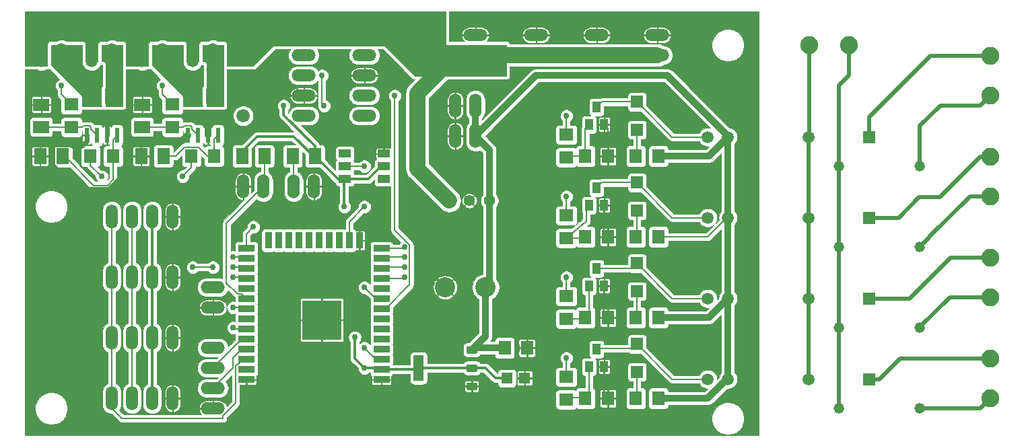
<source format=gbr>
%TF.GenerationSoftware,KiCad,Pcbnew,5.1.9-73d0e3b20d~88~ubuntu18.04.1*%
%TF.CreationDate,2021-01-30T02:03:27+01:00*%
%TF.ProjectId,terraesp,74657272-6165-4737-902e-6b696361645f,rev?*%
%TF.SameCoordinates,Original*%
%TF.FileFunction,Copper,L1,Top*%
%TF.FilePolarity,Positive*%
%FSLAX46Y46*%
G04 Gerber Fmt 4.6, Leading zero omitted, Abs format (unit mm)*
G04 Created by KiCad (PCBNEW 5.1.9-73d0e3b20d~88~ubuntu18.04.1) date 2021-01-30 02:03:27*
%MOMM*%
%LPD*%
G01*
G04 APERTURE LIST*
%TA.AperFunction,SMDPad,CuDef*%
%ADD10R,5.000000X5.000000*%
%TD*%
%TA.AperFunction,SMDPad,CuDef*%
%ADD11R,2.000000X0.900000*%
%TD*%
%TA.AperFunction,SMDPad,CuDef*%
%ADD12R,0.900000X2.000000*%
%TD*%
%TA.AperFunction,ComponentPad*%
%ADD13R,1.508000X1.508000*%
%TD*%
%TA.AperFunction,ComponentPad*%
%ADD14C,1.508000*%
%TD*%
%TA.AperFunction,ComponentPad*%
%ADD15C,1.422400*%
%TD*%
%TA.AperFunction,ComponentPad*%
%ADD16C,2.250000*%
%TD*%
%TA.AperFunction,ComponentPad*%
%ADD17C,1.320800*%
%TD*%
%TA.AperFunction,ComponentPad*%
%ADD18O,3.048000X1.524000*%
%TD*%
%TA.AperFunction,SMDPad,CuDef*%
%ADD19R,1.600000X2.000000*%
%TD*%
%TA.AperFunction,ComponentPad*%
%ADD20O,1.524000X3.048000*%
%TD*%
%TA.AperFunction,SMDPad,CuDef*%
%ADD21R,1.000000X1.400000*%
%TD*%
%TA.AperFunction,SMDPad,CuDef*%
%ADD22R,1.600000X1.803000*%
%TD*%
%TA.AperFunction,SMDPad,CuDef*%
%ADD23R,1.803000X1.600000*%
%TD*%
%TA.AperFunction,ComponentPad*%
%ADD24C,2.540000*%
%TD*%
%TA.AperFunction,SMDPad,CuDef*%
%ADD25R,1.500000X1.500000*%
%TD*%
%TA.AperFunction,SMDPad,CuDef*%
%ADD26R,1.447800X1.397000*%
%TD*%
%TA.AperFunction,SMDPad,CuDef*%
%ADD27R,1.600000X1.800000*%
%TD*%
%TA.AperFunction,ComponentPad*%
%ADD28O,3.016000X1.508000*%
%TD*%
%TA.AperFunction,ComponentPad*%
%ADD29O,1.508000X3.016000*%
%TD*%
%TA.AperFunction,SMDPad,CuDef*%
%ADD30R,1.500000X1.000000*%
%TD*%
%TA.AperFunction,SMDPad,CuDef*%
%ADD31R,0.599100X1.901000*%
%TD*%
%TA.AperFunction,SMDPad,CuDef*%
%ADD32R,2.000000X1.600000*%
%TD*%
%TA.AperFunction,ComponentPad*%
%ADD33C,1.676400*%
%TD*%
%TA.AperFunction,ViaPad*%
%ADD34C,0.756400*%
%TD*%
%TA.AperFunction,ViaPad*%
%ADD35C,0.800000*%
%TD*%
%TA.AperFunction,Conductor*%
%ADD36C,0.152400*%
%TD*%
%TA.AperFunction,Conductor*%
%ADD37C,0.812800*%
%TD*%
%TA.AperFunction,Conductor*%
%ADD38C,0.508000*%
%TD*%
%TA.AperFunction,Conductor*%
%ADD39C,0.609600*%
%TD*%
%TA.AperFunction,Conductor*%
%ADD40C,2.032000*%
%TD*%
%TA.AperFunction,Conductor*%
%ADD41C,0.304800*%
%TD*%
%TA.AperFunction,Conductor*%
%ADD42C,0.076200*%
%TD*%
%TA.AperFunction,Conductor*%
%ADD43C,0.100000*%
%TD*%
G04 APERTURE END LIST*
D10*
%TO.P,U1,39*%
%TO.N,GND*%
X122841100Y-117203600D03*
D11*
%TO.P,U1,38*%
X113341100Y-124703600D03*
%TO.P,U1,37*%
%TO.N,Net-(U1-Pad37)*%
X113341100Y-123433600D03*
%TO.P,U1,36*%
%TO.N,/SCL0*%
X113341100Y-122163600D03*
%TO.P,U1,35*%
%TO.N,/TX0*%
X113341100Y-120893600D03*
%TO.P,U1,34*%
%TO.N,/RX0*%
X113341100Y-119623600D03*
%TO.P,U1,33*%
%TO.N,/SDA0*%
X113341100Y-118353600D03*
%TO.P,U1,32*%
%TO.N,N/C*%
X113341100Y-117083600D03*
%TO.P,U1,31*%
%TO.N,/PWM3*%
X113341100Y-115813600D03*
%TO.P,U1,30*%
%TO.N,/IO_OTA*%
X113341100Y-114543600D03*
%TO.P,U1,29*%
%TO.N,Net-(U1-Pad29)*%
X113341100Y-113273600D03*
%TO.P,U1,28*%
%TO.N,/PWM2*%
X113341100Y-112003600D03*
%TO.P,U1,27*%
%TO.N,/PWM1*%
X113341100Y-110733600D03*
%TO.P,U1,26*%
%TO.N,/PWM0*%
X113341100Y-109463600D03*
%TO.P,U1,25*%
%TO.N,/BOOT*%
X113341100Y-108193600D03*
D12*
%TO.P,U1,24*%
%TO.N,Net-(U1-Pad24)*%
X116126100Y-107193600D03*
%TO.P,U1,23*%
%TO.N,Net-(U1-Pad23)*%
X117396100Y-107193600D03*
%TO.P,U1,22*%
%TO.N,Net-(U1-Pad22)*%
X118666100Y-107193600D03*
%TO.P,U1,21*%
%TO.N,Net-(U1-Pad21)*%
X119936100Y-107193600D03*
%TO.P,U1,20*%
%TO.N,Net-(U1-Pad20)*%
X121206100Y-107193600D03*
%TO.P,U1,19*%
%TO.N,Net-(U1-Pad19)*%
X122476100Y-107193600D03*
%TO.P,U1,18*%
%TO.N,Net-(U1-Pad18)*%
X123746100Y-107193600D03*
%TO.P,U1,17*%
%TO.N,Net-(U1-Pad17)*%
X125016100Y-107193600D03*
%TO.P,U1,16*%
%TO.N,/IO_STATUS*%
X126286100Y-107193600D03*
%TO.P,U1,15*%
%TO.N,GND*%
X127556100Y-107193600D03*
D11*
%TO.P,U1,14*%
%TO.N,/IO_SSR0*%
X130341100Y-108193600D03*
%TO.P,U1,13*%
%TO.N,/IO_SSR1*%
X130341100Y-109463600D03*
%TO.P,U1,12*%
%TO.N,/IO_SSR2*%
X130341100Y-110733600D03*
%TO.P,U1,11*%
%TO.N,/IO_SSR3*%
X130341100Y-112003600D03*
%TO.P,U1,10*%
%TO.N,Net-(U1-Pad10)*%
X130341100Y-113273600D03*
%TO.P,U1,9*%
%TO.N,/IO_A1*%
X130341100Y-114543600D03*
%TO.P,U1,8*%
%TO.N,/IO_A0*%
X130341100Y-115813600D03*
%TO.P,U1,7*%
%TO.N,Net-(U1-Pad7)*%
X130341100Y-117083600D03*
%TO.P,U1,6*%
%TO.N,Net-(U1-Pad6)*%
X130341100Y-118353600D03*
%TO.P,U1,5*%
%TO.N,Net-(U1-Pad5)*%
X130341100Y-119623600D03*
%TO.P,U1,4*%
%TO.N,Net-(U1-Pad4)*%
X130341100Y-120893600D03*
%TO.P,U1,3*%
%TO.N,/EN*%
X130341100Y-122163600D03*
%TO.P,U1,2*%
%TO.N,+3V3*%
X130341100Y-123433600D03*
%TO.P,U1,1*%
%TO.N,GND*%
X130341100Y-124703600D03*
%TD*%
D13*
%TO.P,K1,1*%
%TO.N,Net-(K1-Pad1)*%
X191691100Y-94173600D03*
D14*
%TO.P,K1,2*%
%TO.N,Net-(K1-Pad2)*%
X184071100Y-94173600D03*
%TO.P,K1,3*%
%TO.N,+5V*%
X173911100Y-94173600D03*
%TO.P,K1,4*%
%TO.N,Net-(K1-Pad4)*%
X171371100Y-94173600D03*
%TD*%
D15*
%TO.P,U$1,1*%
%TO.N,+12V*%
X138861100Y-102183600D03*
%TO.P,U$1,2*%
%TO.N,GND*%
X141401100Y-102183600D03*
%TO.P,U$1,3*%
%TO.N,+5V*%
X143941100Y-102183600D03*
%TD*%
D16*
%TO.P,SSR_0,1*%
%TO.N,Net-(K1-Pad1)*%
X206931100Y-83923600D03*
%TO.P,SSR_0,2*%
%TO.N,Net-(F1-Pad2)*%
X206931100Y-88923600D03*
%TD*%
%TO.P,SSR_IN1,1*%
%TO.N,Net-(F1-Pad1)*%
X189111100Y-82613600D03*
%TO.P,SSR_IN1,2*%
%TO.N,Net-(K1-Pad2)*%
X184111100Y-82613600D03*
%TD*%
D17*
%TO.P,F1,2*%
%TO.N,Net-(F1-Pad2)*%
X198041100Y-97853600D03*
%TO.P,F1,1*%
%TO.N,Net-(F1-Pad1)*%
X187881100Y-97853600D03*
%TD*%
D18*
%TO.P,EN1,2*%
%TO.N,GND*%
X109141100Y-115633600D03*
%TO.P,EN1,1*%
%TO.N,/EN*%
X109141100Y-113093600D03*
%TD*%
D19*
%TO.P,R6,2*%
%TO.N,+3V3*%
X121971100Y-96583600D03*
%TO.P,R6,1*%
%TO.N,/BOOT*%
X119171100Y-96583600D03*
%TD*%
D20*
%TO.P,BOOT1,2*%
%TO.N,GND*%
X121841100Y-100393600D03*
%TO.P,BOOT1,1*%
%TO.N,/BOOT*%
X119301100Y-100393600D03*
%TD*%
D21*
%TO.P,T4,1*%
%TO.N,Net-(R10-Pad2)*%
X156451100Y-92603600D03*
%TO.P,T4,2*%
%TO.N,GND*%
X158351100Y-92603600D03*
%TO.P,T4,3*%
%TO.N,Net-(K1-Pad4)*%
X157401100Y-90403600D03*
%TD*%
D22*
%TO.P,R9,1*%
%TO.N,GND*%
X158823100Y-96583600D03*
%TO.P,R9,2*%
%TO.N,Net-(R10-Pad2)*%
X155979100Y-96583600D03*
%TD*%
D23*
%TO.P,R10,1*%
%TO.N,/IO_SSR0*%
X153591100Y-93891600D03*
%TO.P,R10,2*%
%TO.N,Net-(R10-Pad2)*%
X153591100Y-96735600D03*
%TD*%
D24*
%TO.P,C1,-*%
%TO.N,GND*%
X138351100Y-113093600D03*
%TO.P,C1,+*%
%TO.N,+5V*%
X143431100Y-113093600D03*
%TD*%
D25*
%TO.P,LED4,A*%
%TO.N,Net-(LED4-PadA)*%
X162481100Y-93253600D03*
%TO.P,LED4,C*%
%TO.N,Net-(K1-Pad4)*%
X162481100Y-89753600D03*
%TD*%
D22*
%TO.P,R11,1*%
%TO.N,Net-(LED4-PadA)*%
X162329100Y-96583600D03*
%TO.P,R11,2*%
%TO.N,+5V*%
X165173100Y-96583600D03*
%TD*%
D13*
%TO.P,K2,1*%
%TO.N,Net-(K2-Pad1)*%
X191691100Y-104333600D03*
D14*
%TO.P,K2,2*%
%TO.N,Net-(K1-Pad2)*%
X184071100Y-104333600D03*
%TO.P,K2,3*%
%TO.N,+5V*%
X173911100Y-104333600D03*
%TO.P,K2,4*%
%TO.N,Net-(K2-Pad4)*%
X171371100Y-104333600D03*
%TD*%
D16*
%TO.P,SSR_1,1*%
%TO.N,Net-(K2-Pad1)*%
X206931100Y-96623600D03*
%TO.P,SSR_1,2*%
%TO.N,Net-(F2-Pad2)*%
X206931100Y-101623600D03*
%TD*%
D17*
%TO.P,F2,2*%
%TO.N,Net-(F2-Pad2)*%
X198041100Y-108013600D03*
%TO.P,F2,1*%
%TO.N,Net-(F1-Pad1)*%
X187881100Y-108013600D03*
%TD*%
D21*
%TO.P,T1,1*%
%TO.N,Net-(R1-Pad2)*%
X156451100Y-102763600D03*
%TO.P,T1,2*%
%TO.N,GND*%
X158351100Y-102763600D03*
%TO.P,T1,3*%
%TO.N,Net-(K2-Pad4)*%
X157401100Y-100563600D03*
%TD*%
D22*
%TO.P,R1,1*%
%TO.N,GND*%
X158823100Y-106743600D03*
%TO.P,R1,2*%
%TO.N,Net-(R1-Pad2)*%
X155979100Y-106743600D03*
%TD*%
D23*
%TO.P,R2,1*%
%TO.N,/IO_SSR1*%
X153591100Y-104051600D03*
%TO.P,R2,2*%
%TO.N,Net-(R1-Pad2)*%
X153591100Y-106895600D03*
%TD*%
D25*
%TO.P,LED1,A*%
%TO.N,Net-(LED1-PadA)*%
X162481100Y-103413600D03*
%TO.P,LED1,C*%
%TO.N,Net-(K2-Pad4)*%
X162481100Y-99913600D03*
%TD*%
D22*
%TO.P,R3,1*%
%TO.N,Net-(LED1-PadA)*%
X162329100Y-106743600D03*
%TO.P,R3,2*%
%TO.N,+5V*%
X165173100Y-106743600D03*
%TD*%
D13*
%TO.P,K3,1*%
%TO.N,Net-(K3-Pad1)*%
X191691100Y-114493600D03*
D14*
%TO.P,K3,2*%
%TO.N,Net-(K1-Pad2)*%
X184071100Y-114493600D03*
%TO.P,K3,3*%
%TO.N,+5V*%
X173911100Y-114493600D03*
%TO.P,K3,4*%
%TO.N,Net-(K3-Pad4)*%
X171371100Y-114493600D03*
%TD*%
D16*
%TO.P,SSR_2,1*%
%TO.N,Net-(K3-Pad1)*%
X206931100Y-109323600D03*
%TO.P,SSR_2,2*%
%TO.N,Net-(F3-Pad2)*%
X206931100Y-114323600D03*
%TD*%
D17*
%TO.P,F3,2*%
%TO.N,Net-(F3-Pad2)*%
X198041100Y-118173600D03*
%TO.P,F3,1*%
%TO.N,Net-(F1-Pad1)*%
X187881100Y-118173600D03*
%TD*%
D21*
%TO.P,T2,1*%
%TO.N,Net-(R4-Pad2)*%
X156451100Y-112923600D03*
%TO.P,T2,2*%
%TO.N,GND*%
X158351100Y-112923600D03*
%TO.P,T2,3*%
%TO.N,Net-(K3-Pad4)*%
X157401100Y-110723600D03*
%TD*%
D22*
%TO.P,R4,1*%
%TO.N,GND*%
X158823100Y-116903600D03*
%TO.P,R4,2*%
%TO.N,Net-(R4-Pad2)*%
X155979100Y-116903600D03*
%TD*%
D23*
%TO.P,R7,1*%
%TO.N,/IO_SSR2*%
X153591100Y-114211600D03*
%TO.P,R7,2*%
%TO.N,Net-(R4-Pad2)*%
X153591100Y-117055600D03*
%TD*%
D25*
%TO.P,LED2,A*%
%TO.N,Net-(LED2-PadA)*%
X162481100Y-113573600D03*
%TO.P,LED2,C*%
%TO.N,Net-(K3-Pad4)*%
X162481100Y-110073600D03*
%TD*%
D22*
%TO.P,R8,1*%
%TO.N,Net-(LED2-PadA)*%
X162329100Y-116903600D03*
%TO.P,R8,2*%
%TO.N,+5V*%
X165173100Y-116903600D03*
%TD*%
D13*
%TO.P,K4,1*%
%TO.N,Net-(K4-Pad1)*%
X191691100Y-124653600D03*
D14*
%TO.P,K4,2*%
%TO.N,Net-(K1-Pad2)*%
X184071100Y-124653600D03*
%TO.P,K4,3*%
%TO.N,+5V*%
X173911100Y-124653600D03*
%TO.P,K4,4*%
%TO.N,Net-(K4-Pad4)*%
X171371100Y-124653600D03*
%TD*%
D16*
%TO.P,SSR_3,1*%
%TO.N,Net-(K4-Pad1)*%
X206931100Y-122023600D03*
%TO.P,SSR_3,2*%
%TO.N,Net-(F4-Pad2)*%
X206931100Y-127023600D03*
%TD*%
D17*
%TO.P,F4,2*%
%TO.N,Net-(F4-Pad2)*%
X198041100Y-128333600D03*
%TO.P,F4,1*%
%TO.N,Net-(F1-Pad1)*%
X187881100Y-128333600D03*
%TD*%
D21*
%TO.P,T3,1*%
%TO.N,Net-(R12-Pad2)*%
X156451100Y-123083600D03*
%TO.P,T3,2*%
%TO.N,GND*%
X158351100Y-123083600D03*
%TO.P,T3,3*%
%TO.N,Net-(K4-Pad4)*%
X157401100Y-120883600D03*
%TD*%
D22*
%TO.P,R12,1*%
%TO.N,GND*%
X158823100Y-127063600D03*
%TO.P,R12,2*%
%TO.N,Net-(R12-Pad2)*%
X155979100Y-127063600D03*
%TD*%
D23*
%TO.P,R13,1*%
%TO.N,/IO_SSR3*%
X153591100Y-124371600D03*
%TO.P,R13,2*%
%TO.N,Net-(R12-Pad2)*%
X153591100Y-127215600D03*
%TD*%
D25*
%TO.P,LED3,A*%
%TO.N,Net-(LED3-PadA)*%
X162481100Y-123733600D03*
%TO.P,LED3,C*%
%TO.N,Net-(K4-Pad4)*%
X162481100Y-120233600D03*
%TD*%
D22*
%TO.P,R14,1*%
%TO.N,Net-(LED3-PadA)*%
X162329100Y-127063600D03*
%TO.P,R14,2*%
%TO.N,+5V*%
X165173100Y-127063600D03*
%TD*%
%TO.P,U2,4*%
%TO.N,+3V3*%
%TA.AperFunction,SMDPad,CuDef*%
G36*
G01*
X135562850Y-124873600D02*
X134449350Y-124873600D01*
G75*
G02*
X134351100Y-124775350I0J98250D01*
G01*
X134351100Y-121731850D01*
G75*
G02*
X134449350Y-121633600I98250J0D01*
G01*
X135562850Y-121633600D01*
G75*
G02*
X135661100Y-121731850I0J-98250D01*
G01*
X135661100Y-124775350D01*
G75*
G02*
X135562850Y-124873600I-98250J0D01*
G01*
G37*
%TD.AperFunction*%
%TO.P,U2,3*%
%TO.N,+5V*%
%TA.AperFunction,SMDPad,CuDef*%
G36*
G01*
X142281350Y-121428600D02*
X141110850Y-121428600D01*
G75*
G02*
X141041100Y-121358850I0J69750D01*
G01*
X141041100Y-120568350D01*
G75*
G02*
X141110850Y-120498600I69750J0D01*
G01*
X142281350Y-120498600D01*
G75*
G02*
X142351100Y-120568350I0J-69750D01*
G01*
X142351100Y-121358850D01*
G75*
G02*
X142281350Y-121428600I-69750J0D01*
G01*
G37*
%TD.AperFunction*%
%TO.P,U2,2*%
%TO.N,+3V3*%
%TA.AperFunction,SMDPad,CuDef*%
G36*
G01*
X142281350Y-123718600D02*
X141110850Y-123718600D01*
G75*
G02*
X141041100Y-123648850I0J69750D01*
G01*
X141041100Y-122858350D01*
G75*
G02*
X141110850Y-122788600I69750J0D01*
G01*
X142281350Y-122788600D01*
G75*
G02*
X142351100Y-122858350I0J-69750D01*
G01*
X142351100Y-123648850D01*
G75*
G02*
X142281350Y-123718600I-69750J0D01*
G01*
G37*
%TD.AperFunction*%
%TO.P,U2,1*%
%TO.N,GND*%
%TA.AperFunction,SMDPad,CuDef*%
G36*
G01*
X142281350Y-126008600D02*
X141110850Y-126008600D01*
G75*
G02*
X141041100Y-125938850I0J69750D01*
G01*
X141041100Y-125148350D01*
G75*
G02*
X141110850Y-125078600I69750J0D01*
G01*
X142281350Y-125078600D01*
G75*
G02*
X142351100Y-125148350I0J-69750D01*
G01*
X142351100Y-125938850D01*
G75*
G02*
X142281350Y-126008600I-69750J0D01*
G01*
G37*
%TD.AperFunction*%
%TD*%
D26*
%TO.P,C2,2*%
%TO.N,+3V3*%
X146123500Y-124523600D03*
%TO.P,C2,1*%
%TO.N,GND*%
X148358700Y-124523600D03*
%TD*%
D27*
%TO.P,C3,2*%
%TO.N,GND*%
X148641100Y-120713600D03*
%TO.P,C3,1*%
%TO.N,+5V*%
X145841100Y-120713600D03*
%TD*%
D28*
%TO.P,X1,2*%
%TO.N,GND*%
X165021100Y-81343600D03*
%TO.P,X1,1*%
%TO.N,+12V*%
X165021100Y-83883600D03*
%TD*%
%TO.P,X2,2*%
%TO.N,GND*%
X157401100Y-81343600D03*
%TO.P,X2,1*%
%TO.N,+12V*%
X157401100Y-83883600D03*
%TD*%
%TO.P,X3,2*%
%TO.N,GND*%
X149781100Y-81343600D03*
%TO.P,X3,1*%
%TO.N,+12V*%
X149781100Y-83883600D03*
%TD*%
%TO.P,+12V-1,2*%
%TO.N,GND*%
X142161100Y-81343600D03*
%TO.P,+12V-1,1*%
%TO.N,+12V*%
X142161100Y-83883600D03*
%TD*%
D29*
%TO.P,I2C1,4*%
%TO.N,GND*%
X104061100Y-104203600D03*
%TO.P,I2C1,3*%
%TO.N,+3V3*%
X101521100Y-104203600D03*
%TO.P,I2C1,2*%
%TO.N,/SDA0*%
X98981100Y-104203600D03*
%TO.P,I2C1,1*%
%TO.N,/SCL0*%
X96441100Y-104203600D03*
%TD*%
%TO.P,X6,4*%
%TO.N,GND*%
X104061100Y-111823600D03*
%TO.P,X6,3*%
%TO.N,+3V3*%
X101521100Y-111823600D03*
%TO.P,X6,2*%
%TO.N,/SDA0*%
X98981100Y-111823600D03*
%TO.P,X6,1*%
%TO.N,/SCL0*%
X96441100Y-111823600D03*
%TD*%
%TO.P,X7,4*%
%TO.N,GND*%
X104061100Y-119443600D03*
%TO.P,X7,3*%
%TO.N,+3V3*%
X101521100Y-119443600D03*
%TO.P,X7,2*%
%TO.N,/SDA0*%
X98981100Y-119443600D03*
%TO.P,X7,1*%
%TO.N,/SCL0*%
X96441100Y-119443600D03*
%TD*%
%TO.P,X8,4*%
%TO.N,GND*%
X104061100Y-127063600D03*
%TO.P,X8,3*%
%TO.N,+3V3*%
X101521100Y-127063600D03*
%TO.P,X8,2*%
%TO.N,/SDA0*%
X98981100Y-127063600D03*
%TO.P,X8,1*%
%TO.N,/SCL0*%
X96441100Y-127063600D03*
%TD*%
D28*
%TO.P,A0,4*%
%TO.N,+5V*%
X128191100Y-83883600D03*
%TO.P,A0,3*%
%TO.N,GND*%
X128191100Y-86423600D03*
%TO.P,A0,2*%
%TO.N,+3V3*%
X128191100Y-88963600D03*
%TO.P,A0,1*%
%TO.N,/IO_A0*%
X128191100Y-91503600D03*
%TD*%
%TO.P,A1,4*%
%TO.N,+5V*%
X120571100Y-91503600D03*
%TO.P,A1,3*%
%TO.N,GND*%
X120571100Y-88963600D03*
%TO.P,A1,2*%
%TO.N,+3V3*%
X120571100Y-86423600D03*
%TO.P,A1,1*%
%TO.N,/IO_A1*%
X120571100Y-83883600D03*
%TD*%
D20*
%TO.P,CON0_5V1,2*%
%TO.N,GND*%
X139621100Y-94043600D03*
%TO.P,CON0_5V1,1*%
%TO.N,+5V*%
X142161100Y-94043600D03*
%TD*%
%TO.P,-5V+1,2*%
%TO.N,GND*%
X139621100Y-90233600D03*
%TO.P,-5V+1,1*%
%TO.N,+5V*%
X142161100Y-90233600D03*
%TD*%
D19*
%TO.P,R19,2*%
%TO.N,+3V3*%
X112821100Y-96583600D03*
%TO.P,R19,1*%
%TO.N,/IO_OTA*%
X115621100Y-96583600D03*
%TD*%
D20*
%TO.P,OTA1,2*%
%TO.N,GND*%
X112951100Y-100393600D03*
%TO.P,OTA1,1*%
%TO.N,/IO_OTA*%
X115491100Y-100393600D03*
%TD*%
D30*
%TO.P,D1,6*%
%TO.N,GND*%
X130641100Y-96253600D03*
%TO.P,D1,5*%
%TO.N,+3V3*%
X130641100Y-97853600D03*
%TO.P,D1,4*%
%TO.N,N/C*%
X130641100Y-99453600D03*
%TO.P,D1,3*%
%TO.N,+3V3*%
X125741100Y-99453600D03*
%TO.P,D1,2*%
%TO.N,/IO_STATUS*%
X125741100Y-97853600D03*
%TO.P,D1,1*%
%TO.N,Net-(D1-Pad1)*%
X125741100Y-96253600D03*
%TD*%
D31*
%TO.P,U$2,8*%
%TO.N,Net-(PWM0-Pad1)*%
X93266100Y-89048200D03*
%TO.P,U$2,7*%
X94536100Y-89048200D03*
%TO.P,U$2,6*%
%TO.N,Net-(PWM1-Pad1)*%
X95806100Y-89048200D03*
%TO.P,U$2,5*%
X97076100Y-89048200D03*
%TO.P,U$2,4*%
%TO.N,Net-(R22-Pad2)*%
X97076100Y-93959000D03*
%TO.P,U$2,3*%
%TO.N,GND*%
X95806100Y-93959000D03*
%TO.P,U$2,2*%
%TO.N,Net-(R20-Pad2)*%
X94536100Y-93959000D03*
%TO.P,U$2,1*%
%TO.N,GND*%
X93266100Y-93959000D03*
%TD*%
D23*
%TO.P,R20,1*%
%TO.N,/PWM0*%
X91361100Y-90081600D03*
%TO.P,R20,2*%
%TO.N,Net-(R20-Pad2)*%
X91361100Y-92925600D03*
%TD*%
D32*
%TO.P,R21,2*%
%TO.N,GND*%
X87551100Y-90103600D03*
%TO.P,R21,1*%
%TO.N,Net-(R20-Pad2)*%
X87551100Y-92903600D03*
%TD*%
D22*
%TO.P,R22,1*%
%TO.N,/PWM1*%
X93749100Y-96583600D03*
%TO.P,R22,2*%
%TO.N,Net-(R22-Pad2)*%
X96593100Y-96583600D03*
%TD*%
D19*
%TO.P,R23,2*%
%TO.N,GND*%
X87421100Y-96583600D03*
%TO.P,R23,1*%
%TO.N,Net-(R22-Pad2)*%
X90221100Y-96583600D03*
%TD*%
D31*
%TO.P,U$3,8*%
%TO.N,Net-(PWM2-Pad1)*%
X105966100Y-89048200D03*
%TO.P,U$3,7*%
X107236100Y-89048200D03*
%TO.P,U$3,6*%
%TO.N,Net-(PWM3-Pad1)*%
X108506100Y-89048200D03*
%TO.P,U$3,5*%
X109776100Y-89048200D03*
%TO.P,U$3,4*%
%TO.N,Net-(R26-Pad2)*%
X109776100Y-93959000D03*
%TO.P,U$3,3*%
%TO.N,GND*%
X108506100Y-93959000D03*
%TO.P,U$3,2*%
%TO.N,Net-(R24-Pad2)*%
X107236100Y-93959000D03*
%TO.P,U$3,1*%
%TO.N,GND*%
X105966100Y-93959000D03*
%TD*%
D23*
%TO.P,R24,1*%
%TO.N,/PWM2*%
X104061100Y-90081600D03*
%TO.P,R24,2*%
%TO.N,Net-(R24-Pad2)*%
X104061100Y-92925600D03*
%TD*%
D32*
%TO.P,R25,2*%
%TO.N,GND*%
X100251100Y-90103600D03*
%TO.P,R25,1*%
%TO.N,Net-(R24-Pad2)*%
X100251100Y-92903600D03*
%TD*%
D22*
%TO.P,R26,1*%
%TO.N,/PWM3*%
X106449100Y-96583600D03*
%TO.P,R26,2*%
%TO.N,Net-(R26-Pad2)*%
X109293100Y-96583600D03*
%TD*%
D19*
%TO.P,R27,2*%
%TO.N,GND*%
X100121100Y-96583600D03*
%TO.P,R27,1*%
%TO.N,Net-(R26-Pad2)*%
X102921100Y-96583600D03*
%TD*%
D29*
%TO.P,PWM0,2*%
%TO.N,+12V*%
X87551100Y-83883600D03*
%TO.P,PWM0,1*%
%TO.N,Net-(PWM0-Pad1)*%
X90091100Y-83883600D03*
%TD*%
%TO.P,PWM1,2*%
%TO.N,+12V*%
X93901100Y-83883600D03*
%TO.P,PWM1,1*%
%TO.N,Net-(PWM1-Pad1)*%
X96441100Y-83883600D03*
%TD*%
%TO.P,PWM2,2*%
%TO.N,+12V*%
X100251100Y-83883600D03*
%TO.P,PWM2,1*%
%TO.N,Net-(PWM2-Pad1)*%
X102791100Y-83883600D03*
%TD*%
%TO.P,PWM3,2*%
%TO.N,+12V*%
X106601100Y-83883600D03*
%TO.P,PWM3,1*%
%TO.N,Net-(PWM3-Pad1)*%
X109141100Y-83883600D03*
%TD*%
D18*
%TO.P,UART0,4*%
%TO.N,+3V3*%
X109141100Y-120713600D03*
%TO.P,UART0,3*%
%TO.N,/RX0*%
X109141100Y-123253600D03*
%TO.P,UART0,2*%
%TO.N,/TX0*%
X109141100Y-125793600D03*
%TO.P,UART0,1*%
%TO.N,GND*%
X109141100Y-128333600D03*
%TD*%
D33*
%TO.P,D2,C*%
%TO.N,+12V*%
X112951100Y-81343600D03*
%TO.P,D2,A*%
%TO.N,Net-(D2-PadA)*%
X112951100Y-91503600D03*
%TD*%
D34*
%TO.N,GND*%
X118031100Y-86423600D03*
D35*
X148844000Y-107442000D03*
X149606000Y-106426000D03*
X150622000Y-105410000D03*
X109220000Y-108712000D03*
X142240000Y-78994000D03*
X143510000Y-78994000D03*
X145034000Y-78994000D03*
D34*
%TO.N,+3V3*%
X128191100Y-123253600D03*
X125651100Y-102933600D03*
X126991290Y-119373410D03*
X118031100Y-90233600D03*
%TO.N,/SDA0*%
X111681100Y-118173600D03*
%TO.N,/PWM3*%
X105331100Y-99123600D03*
X111681100Y-115633600D03*
%TO.N,/PWM2*%
X102791100Y-87693600D03*
X111681100Y-111823600D03*
%TO.N,/PWM1*%
X95165684Y-99129016D03*
X106601100Y-110553600D03*
X109141100Y-110553600D03*
X111681100Y-110553600D03*
%TO.N,/PWM0*%
X90091100Y-87693600D03*
X111681100Y-109283600D03*
%TO.N,/BOOT*%
X114221100Y-105473600D03*
%TO.N,/IO_STATUS*%
X128191100Y-97853600D03*
X128191100Y-102933600D03*
%TO.N,/IO_SSR0*%
X153591100Y-91503600D03*
X133271100Y-108013600D03*
%TO.N,/IO_SSR1*%
X133271100Y-109283600D03*
X153591100Y-101663600D03*
%TO.N,/IO_SSR2*%
X133271100Y-110553600D03*
X153591100Y-111823600D03*
%TO.N,/IO_SSR3*%
X133271100Y-111823600D03*
X153591100Y-121983600D03*
%TO.N,/IO_A1*%
X128191100Y-113093600D03*
%TO.N,/IO_A0*%
X123111100Y-90233600D03*
X122850500Y-86423600D03*
X132001100Y-88963600D03*
%TO.N,/EN*%
X128191100Y-120713600D03*
%TD*%
D36*
%TO.N,GND*%
X158823100Y-106743600D02*
X158351100Y-106271600D01*
X158351100Y-106271600D02*
X158351100Y-102763600D01*
X158351100Y-92603600D02*
X158823100Y-93075600D01*
X158823100Y-93075600D02*
X158823100Y-96583600D01*
X158351100Y-112923600D02*
X158351100Y-116431600D01*
X158351100Y-116431600D02*
X158823100Y-116903600D01*
X158351100Y-123083600D02*
X158351100Y-126743600D01*
X158351100Y-126743600D02*
X158671100Y-127063600D01*
X139621100Y-94043600D02*
X139621100Y-90233600D01*
X118031100Y-86423600D02*
X120571100Y-88963600D01*
D37*
X108506100Y-93959000D02*
X108506100Y-92865400D01*
X108506100Y-92865400D02*
X108869500Y-92502000D01*
X105966100Y-93959000D02*
X105331100Y-94594000D01*
D38*
X89014700Y-97751938D02*
X89014700Y-95415263D01*
X89014700Y-95415263D02*
X89252762Y-95177200D01*
X97799500Y-99050488D02*
X96113687Y-100736300D01*
X96113687Y-100736300D02*
X91999062Y-100736300D01*
X91999062Y-100736300D02*
X89014700Y-97751938D01*
X89252762Y-95177200D02*
X91361100Y-95177200D01*
X91361100Y-95177200D02*
X91497500Y-95177200D01*
D39*
X95806100Y-93959000D02*
X95806100Y-92138600D01*
D38*
X95806100Y-92138600D02*
X95171100Y-91503600D01*
D39*
X93266100Y-93959000D02*
X93266100Y-94678600D01*
X93266100Y-94678600D02*
X92631100Y-95313600D01*
X92631100Y-95313600D02*
X91497500Y-95313600D01*
X91497500Y-95313600D02*
X91361100Y-95177200D01*
D40*
%TO.N,+12V*%
X142161100Y-83883600D02*
X149781100Y-83883600D01*
X149781100Y-83883600D02*
X157401100Y-83883600D01*
X157401100Y-83883600D02*
X165021100Y-83883600D01*
X139621100Y-83883600D02*
X142161100Y-83883600D01*
X139621100Y-83883600D02*
X134820500Y-88684200D01*
X138861100Y-102183600D02*
X134820500Y-98143000D01*
X134820500Y-98143000D02*
X134820500Y-88684200D01*
D37*
%TO.N,+5V*%
X173911100Y-94173600D02*
X173911100Y-104203600D01*
D36*
X173911100Y-104203600D02*
X173911100Y-104333600D01*
D37*
X173911100Y-104333600D02*
X173911100Y-114493600D01*
X173911100Y-114493600D02*
X173911100Y-124523600D01*
D36*
X173911100Y-124523600D02*
X173911100Y-124653600D01*
X165173100Y-106743600D02*
X171371100Y-106743600D01*
X171371100Y-106743600D02*
X173911100Y-104203600D01*
D37*
X171501100Y-116903600D02*
X173911100Y-114493600D01*
X165173100Y-116903600D02*
X171501100Y-116903600D01*
X171501100Y-96583600D02*
X173911100Y-94173600D01*
X165173100Y-96583600D02*
X171501100Y-96583600D01*
X165173100Y-127063600D02*
X171371100Y-127063600D01*
X171371100Y-127063600D02*
X173911100Y-124523600D01*
X142161100Y-90233600D02*
X142161100Y-94043600D01*
X145841100Y-120713600D02*
X141946100Y-120713600D01*
D36*
X141946100Y-120713600D02*
X141696100Y-120963600D01*
D37*
X143941100Y-102183600D02*
X143941100Y-112583600D01*
X143941100Y-112583600D02*
X143431100Y-113093600D01*
X141696100Y-120963600D02*
X143431100Y-119228600D01*
X143431100Y-119228600D02*
X143431100Y-113093600D01*
X143941100Y-102183600D02*
X143941100Y-95823600D01*
X143941100Y-95823600D02*
X142161100Y-94043600D01*
X142161100Y-94043600D02*
X149781100Y-86423600D01*
X149781100Y-86423600D02*
X166291100Y-86423600D01*
X166291100Y-86423600D02*
X173911100Y-94043600D01*
X173911100Y-94043600D02*
X173911100Y-94173600D01*
D41*
%TO.N,+3V3*%
X130341100Y-123433600D02*
X130731100Y-123433600D01*
X130731100Y-123433600D02*
X134826100Y-123433600D01*
X134826100Y-123433600D02*
X135006100Y-123253600D01*
X135006100Y-123253600D02*
X141696100Y-123253600D01*
X141696100Y-123253600D02*
X143431100Y-123253600D01*
X146123500Y-124523600D02*
X144701100Y-124523600D01*
X144701100Y-124523600D02*
X143431100Y-123253600D01*
X121971100Y-96583600D02*
X124841100Y-99453600D01*
X124841100Y-99453600D02*
X125741100Y-99453600D01*
X130641100Y-97853600D02*
X130260100Y-97853600D01*
X130260100Y-97853600D02*
X128660100Y-99453600D01*
X128660100Y-99453600D02*
X125741100Y-99453600D01*
X128191100Y-123253600D02*
X130551100Y-123253600D01*
X130551100Y-123253600D02*
X130731100Y-123433600D01*
X125741100Y-99453600D02*
X125651100Y-99543600D01*
X125651100Y-99543600D02*
X125651100Y-102933600D01*
X126991290Y-119373410D02*
X126991290Y-122053791D01*
X126991290Y-122053791D02*
X128191100Y-123253600D01*
X121802387Y-96583600D02*
X121971100Y-96583600D01*
X112821100Y-96583600D02*
X112821100Y-95990313D01*
X114726412Y-94085000D02*
X112821100Y-95990313D01*
X119303787Y-94085000D02*
X121802387Y-96583600D01*
X114726412Y-94085000D02*
X119303787Y-94085000D01*
X121971100Y-96583600D02*
X121971100Y-95313600D01*
X121971100Y-95313600D02*
X118031100Y-91373600D01*
X118031100Y-91373600D02*
X118031100Y-90233600D01*
X101521100Y-104203600D02*
X101521100Y-111823600D01*
X101521100Y-111823600D02*
X101521100Y-119443600D01*
X101521100Y-127063600D02*
X101521100Y-119443600D01*
X112821100Y-96713600D02*
X112821100Y-96583600D01*
D36*
%TO.N,/SCL0*%
X96441100Y-104203600D02*
X96441100Y-111823600D01*
X96441100Y-119443600D02*
X96441100Y-127063600D01*
X96441100Y-111823600D02*
X96441100Y-127063600D01*
X96441100Y-127063600D02*
X96441100Y-128333600D01*
X96441100Y-128333600D02*
X97711100Y-129603600D01*
X97711100Y-129603600D02*
X110411100Y-129603600D01*
X110411100Y-129603600D02*
X110411100Y-129226525D01*
X110411100Y-129226525D02*
X111985900Y-127651725D01*
X112951100Y-122163600D02*
X113341100Y-122163600D01*
X112246412Y-122755000D02*
X112359700Y-122755000D01*
X112359700Y-122755000D02*
X112951100Y-122163600D01*
X111985900Y-123015513D02*
X112246412Y-122755000D01*
X111985900Y-127651725D02*
X111985900Y-123015513D01*
%TO.N,/TX0*%
X109141100Y-125793600D02*
X111681100Y-123253600D01*
X111681100Y-123253600D02*
X111681100Y-121983600D01*
X111681100Y-121983600D02*
X112771100Y-120893600D01*
X112771100Y-120893600D02*
X113341100Y-120893600D01*
%TO.N,/RX0*%
X109141100Y-123253600D02*
X112771100Y-119623600D01*
X112771100Y-119623600D02*
X113341100Y-119623600D01*
%TO.N,/SDA0*%
X98981100Y-104203600D02*
X98981100Y-111823600D01*
X98981100Y-119443600D02*
X98981100Y-127063600D01*
X98981100Y-111823600D02*
X98981100Y-119443600D01*
X113341100Y-118353600D02*
X111861100Y-118353600D01*
X111861100Y-118353600D02*
X111681100Y-118173600D01*
%TO.N,/PWM3*%
X106449100Y-96583600D02*
X106449100Y-98005600D01*
X106449100Y-98005600D02*
X105331100Y-99123600D01*
X111681100Y-115633600D02*
X113161100Y-115633600D01*
X113161100Y-115633600D02*
X113341100Y-115813600D01*
%TO.N,/IO_OTA*%
X115621100Y-96583600D02*
X115621100Y-100263600D01*
X115621100Y-100263600D02*
X115491100Y-100393600D01*
X112246412Y-113952200D02*
X110842500Y-112548288D01*
X113341100Y-114543600D02*
X112749700Y-113952200D01*
X112749700Y-113952200D02*
X112246412Y-113952200D01*
X110842500Y-112548288D02*
X110842500Y-105042200D01*
X110842500Y-105042200D02*
X115491100Y-100393600D01*
%TO.N,/PWM2*%
X102791100Y-87693600D02*
X102791100Y-88811600D01*
X104061100Y-90081600D02*
X102791100Y-88811600D01*
X111681100Y-111823600D02*
X113161100Y-111823600D01*
X113161100Y-111823600D02*
X113341100Y-112003600D01*
%TO.N,/PWM1*%
X93749100Y-96583600D02*
X93749100Y-97712432D01*
X95165684Y-99129016D02*
X93749100Y-97712432D01*
X106601100Y-110553600D02*
X109141100Y-110553600D01*
X111681100Y-110553600D02*
X113161100Y-110553600D01*
X113161100Y-110553600D02*
X113341100Y-110733600D01*
%TO.N,/PWM0*%
X91361100Y-90081600D02*
X90091100Y-88811600D01*
X90091100Y-88811600D02*
X90091100Y-87693600D01*
X111681100Y-109283600D02*
X113161100Y-109283600D01*
X113161100Y-109283600D02*
X113341100Y-109463600D01*
%TO.N,/BOOT*%
X119301100Y-100393600D02*
X119301100Y-96713600D01*
X119301100Y-96713600D02*
X119171100Y-96583600D01*
X113341100Y-108193600D02*
X113341100Y-106353600D01*
X113341100Y-106353600D02*
X114221100Y-105473600D01*
%TO.N,/IO_STATUS*%
X125741100Y-97853600D02*
X128191100Y-97853600D01*
X126286100Y-107193600D02*
X126286100Y-104838600D01*
X126286100Y-104838600D02*
X128191100Y-102933600D01*
%TO.N,/IO_SSR0*%
X153591100Y-93891600D02*
X153591100Y-91503600D01*
X133271100Y-108013600D02*
X133091100Y-108193600D01*
X133091100Y-108193600D02*
X130341100Y-108193600D01*
%TO.N,/IO_SSR1*%
X130341100Y-109463600D02*
X130521100Y-109283600D01*
X130521100Y-109283600D02*
X133271100Y-109283600D01*
X153591100Y-104051600D02*
X153591100Y-101663600D01*
%TO.N,/IO_SSR2*%
X130341100Y-110733600D02*
X130521100Y-110553600D01*
X130521100Y-110553600D02*
X133271100Y-110553600D01*
X153591100Y-111823600D02*
X153591100Y-114211600D01*
%TO.N,/IO_SSR3*%
X130341100Y-112003600D02*
X133091100Y-112003600D01*
X133091100Y-112003600D02*
X133271100Y-111823600D01*
X153591100Y-124371600D02*
X153591100Y-121983600D01*
%TO.N,/IO_A1*%
X128191100Y-113093600D02*
X129641100Y-114543600D01*
X129641100Y-114543600D02*
X130341100Y-114543600D01*
%TO.N,/IO_A0*%
X123111100Y-90233600D02*
X122850500Y-89973000D01*
X122850500Y-89973000D02*
X122850500Y-86423600D01*
X132001100Y-88963600D02*
X132001100Y-105885450D01*
X132001100Y-105885450D02*
X133877900Y-107762250D01*
X133877900Y-107762250D02*
X133877900Y-112780088D01*
X133877900Y-112780088D02*
X130844387Y-115813600D01*
X130844387Y-115813600D02*
X130341100Y-115813600D01*
%TO.N,/EN*%
X128191100Y-120713600D02*
X129641100Y-122163600D01*
X129641100Y-122163600D02*
X130341100Y-122163600D01*
D38*
%TO.N,Net-(K1-Pad1)*%
X199401100Y-83923600D02*
X191691100Y-91633600D01*
X191691100Y-94173600D02*
X191691100Y-91633600D01*
X199401100Y-83923600D02*
X206931100Y-83923600D01*
%TO.N,Net-(K1-Pad2)*%
X184071100Y-124653600D02*
X184071100Y-114493600D01*
X184071100Y-114493600D02*
X184071100Y-104333600D01*
X184071100Y-104333600D02*
X184071100Y-94173600D01*
X184111100Y-82613600D02*
X184111100Y-94133600D01*
X184111100Y-94133600D02*
X184071100Y-94173600D01*
D36*
%TO.N,Net-(K1-Pad4)*%
X157401100Y-90403600D02*
X158051100Y-89753600D01*
X158051100Y-89753600D02*
X162481100Y-89753600D01*
X162481100Y-89753600D02*
X166901100Y-94173600D01*
X166901100Y-94173600D02*
X171371100Y-94173600D01*
D38*
%TO.N,Net-(F1-Pad2)*%
X198041100Y-97853600D02*
X198041100Y-92773600D01*
X198041100Y-92773600D02*
X200621100Y-90193600D01*
X205661100Y-90193600D02*
X200621100Y-90193600D01*
X205661100Y-90193600D02*
X206931100Y-88923600D01*
%TO.N,Net-(F1-Pad1)*%
X187881100Y-97853600D02*
X187881100Y-108013600D01*
X187881100Y-108013600D02*
X187881100Y-118173600D01*
X187881100Y-118173600D02*
X187881100Y-128333600D01*
X187881100Y-87693600D02*
X189151100Y-86423600D01*
X189151100Y-86423600D02*
X189151100Y-82653600D01*
X189151100Y-82653600D02*
X189111100Y-82613600D01*
X187881100Y-87693600D02*
X187881100Y-97853600D01*
D36*
%TO.N,Net-(R10-Pad2)*%
X156451100Y-92603600D02*
X155979100Y-93075600D01*
X155979100Y-93075600D02*
X155979100Y-96583600D01*
X153620843Y-96583600D02*
X153591100Y-96735600D01*
X153620843Y-96583600D02*
X155979100Y-96583600D01*
%TO.N,Net-(LED4-PadA)*%
X162481100Y-93253600D02*
X162481100Y-96431600D01*
X162481100Y-96431600D02*
X162329100Y-96583600D01*
D38*
%TO.N,Net-(K2-Pad1)*%
X197976100Y-101728600D02*
X195371100Y-104333600D01*
X195371100Y-104333600D02*
X191691100Y-104333600D01*
X206931100Y-96623600D02*
X205661100Y-96623600D01*
X205661100Y-96623600D02*
X200556100Y-101728600D01*
X200556100Y-101728600D02*
X197976100Y-101728600D01*
D36*
%TO.N,Net-(K2-Pad4)*%
X162481100Y-99913600D02*
X166901100Y-104333600D01*
X166901100Y-104333600D02*
X171371100Y-104333600D01*
X157401100Y-100563600D02*
X158051100Y-99913600D01*
X158051100Y-99913600D02*
X162481100Y-99913600D01*
D38*
%TO.N,Net-(F2-Pad2)*%
X206931100Y-101623600D02*
X204351100Y-101623600D01*
X204351100Y-101623600D02*
X199231100Y-106743600D01*
X199231100Y-106743600D02*
X199231100Y-106823600D01*
X199231100Y-106823600D02*
X198041100Y-108013600D01*
D36*
%TO.N,Net-(R1-Pad2)*%
X156451100Y-102763600D02*
X156131100Y-103083600D01*
X156131100Y-103083600D02*
X156131100Y-104762600D01*
X156131100Y-104762600D02*
X153591100Y-106895600D01*
X155827100Y-106895600D02*
X155979100Y-106743600D01*
X153591100Y-106895600D02*
X155827100Y-106895600D01*
%TO.N,Net-(LED1-PadA)*%
X162481100Y-103413600D02*
X162481100Y-106591600D01*
X162481100Y-106591600D02*
X162329100Y-106743600D01*
D38*
%TO.N,Net-(K3-Pad1)*%
X206931100Y-109323600D02*
X201941100Y-109323600D01*
X201941100Y-109323600D02*
X196771100Y-114493600D01*
X196771100Y-114493600D02*
X191691100Y-114493600D01*
D36*
%TO.N,Net-(K3-Pad4)*%
X162481100Y-110073600D02*
X161831100Y-110723600D01*
X161831100Y-110723600D02*
X157401100Y-110723600D01*
X162481100Y-110073600D02*
X166901100Y-114493600D01*
X166901100Y-114493600D02*
X171371100Y-114493600D01*
D38*
%TO.N,Net-(F3-Pad2)*%
X198041100Y-118173600D02*
X198041100Y-118093600D01*
X201811100Y-114323600D02*
X198041100Y-118093600D01*
X201811100Y-114323600D02*
X206931100Y-114323600D01*
D36*
%TO.N,Net-(R4-Pad2)*%
X156451100Y-112923600D02*
X156451100Y-116431600D01*
X156451100Y-116431600D02*
X155979100Y-116903600D01*
X155979100Y-116903600D02*
X155827100Y-117055600D01*
X155827100Y-117055600D02*
X153591100Y-117055600D01*
%TO.N,Net-(LED2-PadA)*%
X162481100Y-113573600D02*
X162481100Y-116751600D01*
X162481100Y-116751600D02*
X162329100Y-116903600D01*
D38*
%TO.N,Net-(K4-Pad1)*%
X191691100Y-124653600D02*
X192961100Y-124653600D01*
X206931100Y-122023600D02*
X195591100Y-122023600D01*
X195591100Y-122023600D02*
X192961100Y-124653600D01*
D36*
%TO.N,Net-(K4-Pad4)*%
X157401100Y-120883600D02*
X157486100Y-120798600D01*
X166901100Y-124653600D02*
X171371100Y-124653600D01*
X162481100Y-120233600D02*
X166901100Y-124653600D01*
X162481100Y-120233600D02*
X161916100Y-120798600D01*
X161916100Y-120798600D02*
X157486100Y-120798600D01*
D38*
%TO.N,Net-(F4-Pad2)*%
X206931100Y-127023600D02*
X205621100Y-128333600D01*
X205621100Y-128333600D02*
X198041100Y-128333600D01*
D36*
%TO.N,Net-(R12-Pad2)*%
X155979100Y-127063600D02*
X156055100Y-126987600D01*
X156055100Y-126987600D02*
X156451100Y-126591600D01*
X156451100Y-126591600D02*
X156451100Y-123083600D01*
X153591100Y-127215600D02*
X153598065Y-126987600D01*
X153598065Y-126987600D02*
X156055100Y-126987600D01*
%TO.N,Net-(LED3-PadA)*%
X162329100Y-127063600D02*
X162481100Y-126911600D01*
X162481100Y-126911600D02*
X162481100Y-123733600D01*
%TO.N,Net-(R22-Pad2)*%
X97076100Y-94043600D02*
X97076100Y-93959000D01*
X96593100Y-96583600D02*
X96593100Y-94526600D01*
X96593100Y-94526600D02*
X97076100Y-94043600D01*
X95913787Y-100253700D02*
X94124412Y-100253700D01*
X90454312Y-96583600D02*
X90221100Y-96583600D01*
X96593100Y-96583600D02*
X96593100Y-99574388D01*
X96593100Y-99574388D02*
X95913787Y-100253700D01*
X94124412Y-100253700D02*
X90454312Y-96583600D01*
%TO.N,Net-(R20-Pad2)*%
X87551100Y-92903600D02*
X91339100Y-92903600D01*
X91339100Y-92903600D02*
X91361100Y-92925600D01*
X92871862Y-92779900D02*
X93660337Y-92779900D01*
X93660337Y-92779900D02*
X93794250Y-92913813D01*
X93794250Y-92913813D02*
X93794250Y-93217150D01*
X93794250Y-93217150D02*
X94536100Y-93959000D01*
X91361100Y-92925600D02*
X92726162Y-92925600D01*
X92726162Y-92925600D02*
X92871862Y-92779900D01*
D37*
%TO.N,Net-(PWM2-Pad1)*%
X102791100Y-83883600D02*
X102791100Y-84603200D01*
D36*
%TO.N,Net-(R26-Pad2)*%
X109293100Y-96583600D02*
X109293100Y-94442000D01*
X109293100Y-94442000D02*
X109776100Y-93959000D01*
X105554412Y-95453500D02*
X107343787Y-95453500D01*
X102921100Y-96583600D02*
X104424312Y-96583600D01*
X108473887Y-96583600D02*
X109293100Y-96583600D01*
X104424312Y-96583600D02*
X105554412Y-95453500D01*
X107343787Y-95453500D02*
X108473887Y-96583600D01*
%TO.N,Net-(R24-Pad2)*%
X100251100Y-92903600D02*
X104039100Y-92903600D01*
X104039100Y-92903600D02*
X104061100Y-92925600D01*
X105571862Y-92779900D02*
X106360337Y-92779900D01*
X106360337Y-92779900D02*
X106494250Y-92913813D01*
X106494250Y-92913813D02*
X106494250Y-93217150D01*
X106494250Y-93217150D02*
X107236100Y-93959000D01*
X104061100Y-92925600D02*
X105426162Y-92925600D01*
X105426162Y-92925600D02*
X105571862Y-92779900D01*
%TD*%
D42*
%TO.N,GND*%
X177759200Y-131674100D02*
X85480600Y-131674100D01*
X85480600Y-128132234D01*
X86776600Y-128132234D01*
X86776600Y-128534966D01*
X86855169Y-128929959D01*
X87009288Y-129302034D01*
X87233034Y-129636892D01*
X87517808Y-129921666D01*
X87852666Y-130145412D01*
X88224741Y-130299531D01*
X88619734Y-130378100D01*
X89022466Y-130378100D01*
X89417459Y-130299531D01*
X89789534Y-130145412D01*
X90124392Y-129921666D01*
X90409166Y-129636892D01*
X90632912Y-129302034D01*
X90787031Y-128929959D01*
X90865600Y-128534966D01*
X90865600Y-128132234D01*
X90787031Y-127737241D01*
X90632912Y-127365166D01*
X90409166Y-127030308D01*
X90124392Y-126745534D01*
X89789534Y-126521788D01*
X89417459Y-126367669D01*
X89022466Y-126289100D01*
X88619734Y-126289100D01*
X88224741Y-126367669D01*
X87852666Y-126521788D01*
X87517808Y-126745534D01*
X87233034Y-127030308D01*
X87009288Y-127365166D01*
X86855169Y-127737241D01*
X86776600Y-128132234D01*
X85480600Y-128132234D01*
X85480600Y-102732234D01*
X86776600Y-102732234D01*
X86776600Y-103134966D01*
X86855169Y-103529959D01*
X87009288Y-103902034D01*
X87233034Y-104236892D01*
X87517808Y-104521666D01*
X87852666Y-104745412D01*
X88224741Y-104899531D01*
X88619734Y-104978100D01*
X89022466Y-104978100D01*
X89417459Y-104899531D01*
X89789534Y-104745412D01*
X90124392Y-104521666D01*
X90409166Y-104236892D01*
X90632912Y-103902034D01*
X90787031Y-103529959D01*
X90814726Y-103390722D01*
X95242600Y-103390722D01*
X95242600Y-105016479D01*
X95259941Y-105192547D01*
X95328474Y-105418465D01*
X95439763Y-105626673D01*
X95589533Y-105809168D01*
X95772028Y-105958938D01*
X95920400Y-106038244D01*
X95920401Y-109988955D01*
X95772027Y-110068262D01*
X95589532Y-110218032D01*
X95439762Y-110400528D01*
X95328473Y-110608736D01*
X95259941Y-110834654D01*
X95242600Y-111010722D01*
X95242600Y-112636479D01*
X95259941Y-112812547D01*
X95328474Y-113038465D01*
X95439763Y-113246673D01*
X95589533Y-113429168D01*
X95772028Y-113578938D01*
X95920400Y-113658244D01*
X95920400Y-117608955D01*
X95772027Y-117688262D01*
X95589532Y-117838032D01*
X95439762Y-118020528D01*
X95328473Y-118228736D01*
X95259941Y-118454654D01*
X95242600Y-118630722D01*
X95242600Y-120256479D01*
X95259941Y-120432547D01*
X95328474Y-120658465D01*
X95439763Y-120866673D01*
X95589533Y-121049168D01*
X95772028Y-121198938D01*
X95920400Y-121278244D01*
X95920401Y-125228955D01*
X95772027Y-125308262D01*
X95589532Y-125458032D01*
X95439762Y-125640528D01*
X95328473Y-125848736D01*
X95259941Y-126074654D01*
X95242600Y-126250722D01*
X95242600Y-127876479D01*
X95259941Y-128052547D01*
X95328474Y-128278465D01*
X95439763Y-128486673D01*
X95589533Y-128669168D01*
X95772028Y-128818938D01*
X95980236Y-128930227D01*
X96206154Y-128998759D01*
X96387766Y-129016646D01*
X97324822Y-129953703D01*
X97341128Y-129973572D01*
X97420415Y-130038641D01*
X97510873Y-130086991D01*
X97579250Y-130107733D01*
X97609024Y-130116765D01*
X97711099Y-130126819D01*
X97736674Y-130124300D01*
X110385525Y-130124300D01*
X110411100Y-130126819D01*
X110436674Y-130124300D01*
X110436675Y-130124300D01*
X110513175Y-130116765D01*
X110611327Y-130086991D01*
X110701785Y-130038641D01*
X110781072Y-129973572D01*
X110846141Y-129894285D01*
X110894491Y-129803827D01*
X110924265Y-129705675D01*
X110934319Y-129603600D01*
X110931800Y-129578025D01*
X110931800Y-129442205D01*
X110971771Y-129402234D01*
X171866600Y-129402234D01*
X171866600Y-129804966D01*
X171945169Y-130199959D01*
X172099288Y-130572034D01*
X172323034Y-130906892D01*
X172607808Y-131191666D01*
X172942666Y-131415412D01*
X173314741Y-131569531D01*
X173709734Y-131648100D01*
X174112466Y-131648100D01*
X174507459Y-131569531D01*
X174879534Y-131415412D01*
X175214392Y-131191666D01*
X175499166Y-130906892D01*
X175722912Y-130572034D01*
X175877031Y-130199959D01*
X175955600Y-129804966D01*
X175955600Y-129402234D01*
X175877031Y-129007241D01*
X175722912Y-128635166D01*
X175499166Y-128300308D01*
X175214392Y-128015534D01*
X174879534Y-127791788D01*
X174507459Y-127637669D01*
X174112466Y-127559100D01*
X173709734Y-127559100D01*
X173314741Y-127637669D01*
X172942666Y-127791788D01*
X172607808Y-128015534D01*
X172323034Y-128300308D01*
X172099288Y-128635166D01*
X171945169Y-129007241D01*
X171866600Y-129402234D01*
X110971771Y-129402234D01*
X112336003Y-128038003D01*
X112355872Y-128021697D01*
X112420941Y-127942410D01*
X112469291Y-127851952D01*
X112478852Y-127820435D01*
X112499066Y-127753800D01*
X112509119Y-127651725D01*
X112506600Y-127626148D01*
X112506600Y-126008600D01*
X140799436Y-126008600D01*
X140804080Y-126055746D01*
X140817832Y-126101081D01*
X140840164Y-126142861D01*
X140870218Y-126179482D01*
X140906839Y-126209536D01*
X140948619Y-126231868D01*
X140993954Y-126245620D01*
X141041100Y-126250264D01*
X141572875Y-126249100D01*
X141633000Y-126188975D01*
X141633000Y-125606700D01*
X141759200Y-125606700D01*
X141759200Y-126188975D01*
X141819325Y-126249100D01*
X142351100Y-126250264D01*
X142398246Y-126245620D01*
X142443581Y-126231868D01*
X142485361Y-126209536D01*
X142521982Y-126179482D01*
X142552036Y-126142861D01*
X142574368Y-126101081D01*
X142588120Y-126055746D01*
X142592764Y-126008600D01*
X142591600Y-125666825D01*
X142531475Y-125606700D01*
X141759200Y-125606700D01*
X141633000Y-125606700D01*
X140860725Y-125606700D01*
X140800600Y-125666825D01*
X140799436Y-126008600D01*
X112506600Y-126008600D01*
X112506600Y-125395044D01*
X113217875Y-125394100D01*
X113278000Y-125333975D01*
X113278000Y-124766700D01*
X113404200Y-124766700D01*
X113404200Y-125333975D01*
X113464325Y-125394100D01*
X114341100Y-125395264D01*
X114388246Y-125390620D01*
X114433581Y-125376868D01*
X114475361Y-125354536D01*
X114511982Y-125324482D01*
X114542036Y-125287861D01*
X114564368Y-125246081D01*
X114578120Y-125200746D01*
X114582764Y-125153600D01*
X129099436Y-125153600D01*
X129104080Y-125200746D01*
X129117832Y-125246081D01*
X129140164Y-125287861D01*
X129170218Y-125324482D01*
X129206839Y-125354536D01*
X129248619Y-125376868D01*
X129293954Y-125390620D01*
X129341100Y-125395264D01*
X130217875Y-125394100D01*
X130278000Y-125333975D01*
X130278000Y-124766700D01*
X130404200Y-124766700D01*
X130404200Y-125333975D01*
X130464325Y-125394100D01*
X131341100Y-125395264D01*
X131388246Y-125390620D01*
X131433581Y-125376868D01*
X131475361Y-125354536D01*
X131511982Y-125324482D01*
X131542036Y-125287861D01*
X131564368Y-125246081D01*
X131578120Y-125200746D01*
X131582764Y-125153600D01*
X131581600Y-124826825D01*
X131521475Y-124766700D01*
X130404200Y-124766700D01*
X130278000Y-124766700D01*
X129160725Y-124766700D01*
X129100600Y-124826825D01*
X129099436Y-125153600D01*
X114582764Y-125153600D01*
X114581600Y-124826825D01*
X114521475Y-124766700D01*
X113404200Y-124766700D01*
X113278000Y-124766700D01*
X113258000Y-124766700D01*
X113258000Y-124640500D01*
X113278000Y-124640500D01*
X113278000Y-124620500D01*
X113404200Y-124620500D01*
X113404200Y-124640500D01*
X114521475Y-124640500D01*
X114581600Y-124580375D01*
X114582747Y-124258449D01*
X114589245Y-124254976D01*
X114656929Y-124199429D01*
X114712476Y-124131745D01*
X114753751Y-124054526D01*
X114779168Y-123970737D01*
X114787750Y-123883600D01*
X114787750Y-122983600D01*
X114779168Y-122896463D01*
X114753751Y-122812674D01*
X114746228Y-122798600D01*
X114753751Y-122784526D01*
X114779168Y-122700737D01*
X114787750Y-122613600D01*
X114787750Y-121713600D01*
X114779168Y-121626463D01*
X114753751Y-121542674D01*
X114746228Y-121528600D01*
X114753751Y-121514526D01*
X114779168Y-121430737D01*
X114787750Y-121343600D01*
X114787750Y-120443600D01*
X114779168Y-120356463D01*
X114753751Y-120272674D01*
X114746228Y-120258600D01*
X114753751Y-120244526D01*
X114779168Y-120160737D01*
X114787750Y-120073600D01*
X114787750Y-119703600D01*
X120099436Y-119703600D01*
X120104080Y-119750746D01*
X120117832Y-119796081D01*
X120140164Y-119837861D01*
X120170218Y-119874482D01*
X120206839Y-119904536D01*
X120248619Y-119926868D01*
X120293954Y-119940620D01*
X120341100Y-119945264D01*
X122717875Y-119944100D01*
X122778000Y-119883975D01*
X122778000Y-117266700D01*
X122904200Y-117266700D01*
X122904200Y-119883975D01*
X122964325Y-119944100D01*
X125341100Y-119945264D01*
X125388246Y-119940620D01*
X125433581Y-119926868D01*
X125475361Y-119904536D01*
X125511982Y-119874482D01*
X125542036Y-119837861D01*
X125564368Y-119796081D01*
X125578120Y-119750746D01*
X125582764Y-119703600D01*
X125581600Y-117326825D01*
X125521475Y-117266700D01*
X122904200Y-117266700D01*
X122778000Y-117266700D01*
X120160725Y-117266700D01*
X120100600Y-117326825D01*
X120099436Y-119703600D01*
X114787750Y-119703600D01*
X114787750Y-119173600D01*
X114779168Y-119086463D01*
X114753751Y-119002674D01*
X114746228Y-118988600D01*
X114753751Y-118974526D01*
X114779168Y-118890737D01*
X114787750Y-118803600D01*
X114787750Y-117903600D01*
X114779168Y-117816463D01*
X114753751Y-117732674D01*
X114746228Y-117718600D01*
X114753751Y-117704526D01*
X114779168Y-117620737D01*
X114787750Y-117533600D01*
X114787750Y-116633600D01*
X114779168Y-116546463D01*
X114753751Y-116462674D01*
X114746228Y-116448600D01*
X114753751Y-116434526D01*
X114779168Y-116350737D01*
X114787750Y-116263600D01*
X114787750Y-115363600D01*
X114779168Y-115276463D01*
X114753751Y-115192674D01*
X114746228Y-115178600D01*
X114753751Y-115164526D01*
X114779168Y-115080737D01*
X114787750Y-114993600D01*
X114787750Y-114703600D01*
X120099436Y-114703600D01*
X120100600Y-117080375D01*
X120160725Y-117140500D01*
X122778000Y-117140500D01*
X122778000Y-114523225D01*
X122904200Y-114523225D01*
X122904200Y-117140500D01*
X125521475Y-117140500D01*
X125581600Y-117080375D01*
X125582764Y-114703600D01*
X125578120Y-114656454D01*
X125564368Y-114611119D01*
X125542036Y-114569339D01*
X125511982Y-114532718D01*
X125475361Y-114502664D01*
X125433581Y-114480332D01*
X125388246Y-114466580D01*
X125341100Y-114461936D01*
X122964325Y-114463100D01*
X122904200Y-114523225D01*
X122778000Y-114523225D01*
X122717875Y-114463100D01*
X120341100Y-114461936D01*
X120293954Y-114466580D01*
X120248619Y-114480332D01*
X120206839Y-114502664D01*
X120170218Y-114532718D01*
X120140164Y-114569339D01*
X120117832Y-114611119D01*
X120104080Y-114656454D01*
X120099436Y-114703600D01*
X114787750Y-114703600D01*
X114787750Y-114093600D01*
X114779168Y-114006463D01*
X114753751Y-113922674D01*
X114746228Y-113908600D01*
X114753751Y-113894526D01*
X114779168Y-113810737D01*
X114787750Y-113723600D01*
X114787750Y-112823600D01*
X114779168Y-112736463D01*
X114753751Y-112652674D01*
X114746228Y-112638600D01*
X114753751Y-112624526D01*
X114779168Y-112540737D01*
X114787750Y-112453600D01*
X114787750Y-111553600D01*
X114779168Y-111466463D01*
X114753751Y-111382674D01*
X114746228Y-111368600D01*
X114753751Y-111354526D01*
X114779168Y-111270737D01*
X114787750Y-111183600D01*
X114787750Y-110283600D01*
X114779168Y-110196463D01*
X114753751Y-110112674D01*
X114746228Y-110098600D01*
X114753751Y-110084526D01*
X114779168Y-110000737D01*
X114787750Y-109913600D01*
X114787750Y-109013600D01*
X114779168Y-108926463D01*
X114753751Y-108842674D01*
X114746228Y-108828600D01*
X114753751Y-108814526D01*
X114779168Y-108730737D01*
X114787750Y-108643600D01*
X114787750Y-107743600D01*
X114779168Y-107656463D01*
X114753751Y-107572674D01*
X114712476Y-107495455D01*
X114656929Y-107427771D01*
X114589245Y-107372224D01*
X114512026Y-107330949D01*
X114428237Y-107305532D01*
X114341100Y-107296950D01*
X113861800Y-107296950D01*
X113861800Y-106569280D01*
X114135658Y-106295422D01*
X114140071Y-106296300D01*
X114302129Y-106296300D01*
X114461073Y-106264684D01*
X114610795Y-106202668D01*
X114624366Y-106193600D01*
X115229450Y-106193600D01*
X115229450Y-108193600D01*
X115238032Y-108280737D01*
X115263449Y-108364526D01*
X115304724Y-108441745D01*
X115360271Y-108509429D01*
X115427955Y-108564976D01*
X115505174Y-108606251D01*
X115588963Y-108631668D01*
X115676100Y-108640250D01*
X116576100Y-108640250D01*
X116663237Y-108631668D01*
X116747026Y-108606251D01*
X116761100Y-108598728D01*
X116775174Y-108606251D01*
X116858963Y-108631668D01*
X116946100Y-108640250D01*
X117846100Y-108640250D01*
X117933237Y-108631668D01*
X118017026Y-108606251D01*
X118031100Y-108598728D01*
X118045174Y-108606251D01*
X118128963Y-108631668D01*
X118216100Y-108640250D01*
X119116100Y-108640250D01*
X119203237Y-108631668D01*
X119287026Y-108606251D01*
X119301100Y-108598728D01*
X119315174Y-108606251D01*
X119398963Y-108631668D01*
X119486100Y-108640250D01*
X120386100Y-108640250D01*
X120473237Y-108631668D01*
X120557026Y-108606251D01*
X120571100Y-108598728D01*
X120585174Y-108606251D01*
X120668963Y-108631668D01*
X120756100Y-108640250D01*
X121656100Y-108640250D01*
X121743237Y-108631668D01*
X121827026Y-108606251D01*
X121841100Y-108598728D01*
X121855174Y-108606251D01*
X121938963Y-108631668D01*
X122026100Y-108640250D01*
X122926100Y-108640250D01*
X123013237Y-108631668D01*
X123097026Y-108606251D01*
X123111100Y-108598728D01*
X123125174Y-108606251D01*
X123208963Y-108631668D01*
X123296100Y-108640250D01*
X124196100Y-108640250D01*
X124283237Y-108631668D01*
X124367026Y-108606251D01*
X124381100Y-108598728D01*
X124395174Y-108606251D01*
X124478963Y-108631668D01*
X124566100Y-108640250D01*
X125466100Y-108640250D01*
X125553237Y-108631668D01*
X125637026Y-108606251D01*
X125651100Y-108598728D01*
X125665174Y-108606251D01*
X125748963Y-108631668D01*
X125836100Y-108640250D01*
X126736100Y-108640250D01*
X126823237Y-108631668D01*
X126907026Y-108606251D01*
X126984245Y-108564976D01*
X127051929Y-108509429D01*
X127107476Y-108441745D01*
X127110949Y-108435247D01*
X127432875Y-108434100D01*
X127493000Y-108373975D01*
X127493000Y-107256700D01*
X127619200Y-107256700D01*
X127619200Y-108373975D01*
X127679325Y-108434100D01*
X128006100Y-108435264D01*
X128053246Y-108430620D01*
X128098581Y-108416868D01*
X128140361Y-108394536D01*
X128176982Y-108364482D01*
X128207036Y-108327861D01*
X128229368Y-108286081D01*
X128243120Y-108240746D01*
X128247764Y-108193600D01*
X128246600Y-107316825D01*
X128186475Y-107256700D01*
X127619200Y-107256700D01*
X127493000Y-107256700D01*
X127473000Y-107256700D01*
X127473000Y-107130500D01*
X127493000Y-107130500D01*
X127493000Y-106013225D01*
X127619200Y-106013225D01*
X127619200Y-107130500D01*
X128186475Y-107130500D01*
X128246600Y-107070375D01*
X128247764Y-106193600D01*
X128243120Y-106146454D01*
X128229368Y-106101119D01*
X128207036Y-106059339D01*
X128176982Y-106022718D01*
X128140361Y-105992664D01*
X128098581Y-105970332D01*
X128053246Y-105956580D01*
X128006100Y-105951936D01*
X127679325Y-105953100D01*
X127619200Y-106013225D01*
X127493000Y-106013225D01*
X127432875Y-105953100D01*
X127110949Y-105951953D01*
X127107476Y-105945455D01*
X127051929Y-105877771D01*
X126984245Y-105822224D01*
X126907026Y-105780949D01*
X126823237Y-105755532D01*
X126806800Y-105753913D01*
X126806800Y-105054280D01*
X128105658Y-103755422D01*
X128110071Y-103756300D01*
X128272129Y-103756300D01*
X128431073Y-103724684D01*
X128580795Y-103662668D01*
X128715541Y-103572633D01*
X128830133Y-103458041D01*
X128920168Y-103323295D01*
X128982184Y-103173573D01*
X129013800Y-103014629D01*
X129013800Y-102852571D01*
X128982184Y-102693627D01*
X128920168Y-102543905D01*
X128830133Y-102409159D01*
X128715541Y-102294567D01*
X128580795Y-102204532D01*
X128431073Y-102142516D01*
X128272129Y-102110900D01*
X128110071Y-102110900D01*
X127951127Y-102142516D01*
X127801405Y-102204532D01*
X127666659Y-102294567D01*
X127552067Y-102409159D01*
X127462032Y-102543905D01*
X127400016Y-102693627D01*
X127368400Y-102852571D01*
X127368400Y-103014629D01*
X127369278Y-103019042D01*
X125935998Y-104452322D01*
X125916129Y-104468628D01*
X125851060Y-104547915D01*
X125822329Y-104601668D01*
X125802710Y-104638373D01*
X125772935Y-104736525D01*
X125762881Y-104838600D01*
X125765401Y-104864185D01*
X125765401Y-105753913D01*
X125748963Y-105755532D01*
X125665174Y-105780949D01*
X125651100Y-105788472D01*
X125637026Y-105780949D01*
X125553237Y-105755532D01*
X125466100Y-105746950D01*
X124566100Y-105746950D01*
X124478963Y-105755532D01*
X124395174Y-105780949D01*
X124381100Y-105788472D01*
X124367026Y-105780949D01*
X124283237Y-105755532D01*
X124196100Y-105746950D01*
X123296100Y-105746950D01*
X123208963Y-105755532D01*
X123125174Y-105780949D01*
X123111100Y-105788472D01*
X123097026Y-105780949D01*
X123013237Y-105755532D01*
X122926100Y-105746950D01*
X122026100Y-105746950D01*
X121938963Y-105755532D01*
X121855174Y-105780949D01*
X121841100Y-105788472D01*
X121827026Y-105780949D01*
X121743237Y-105755532D01*
X121656100Y-105746950D01*
X120756100Y-105746950D01*
X120668963Y-105755532D01*
X120585174Y-105780949D01*
X120571100Y-105788472D01*
X120557026Y-105780949D01*
X120473237Y-105755532D01*
X120386100Y-105746950D01*
X119486100Y-105746950D01*
X119398963Y-105755532D01*
X119315174Y-105780949D01*
X119301100Y-105788472D01*
X119287026Y-105780949D01*
X119203237Y-105755532D01*
X119116100Y-105746950D01*
X118216100Y-105746950D01*
X118128963Y-105755532D01*
X118045174Y-105780949D01*
X118031100Y-105788472D01*
X118017026Y-105780949D01*
X117933237Y-105755532D01*
X117846100Y-105746950D01*
X116946100Y-105746950D01*
X116858963Y-105755532D01*
X116775174Y-105780949D01*
X116761100Y-105788472D01*
X116747026Y-105780949D01*
X116663237Y-105755532D01*
X116576100Y-105746950D01*
X115676100Y-105746950D01*
X115588963Y-105755532D01*
X115505174Y-105780949D01*
X115427955Y-105822224D01*
X115360271Y-105877771D01*
X115304724Y-105945455D01*
X115263449Y-106022674D01*
X115238032Y-106106463D01*
X115229450Y-106193600D01*
X114624366Y-106193600D01*
X114745541Y-106112633D01*
X114860133Y-105998041D01*
X114950168Y-105863295D01*
X115012184Y-105713573D01*
X115043800Y-105554629D01*
X115043800Y-105392571D01*
X115012184Y-105233627D01*
X114950168Y-105083905D01*
X114860133Y-104949159D01*
X114745541Y-104834567D01*
X114610795Y-104744532D01*
X114461073Y-104682516D01*
X114302129Y-104650900D01*
X114140071Y-104650900D01*
X113981127Y-104682516D01*
X113831405Y-104744532D01*
X113696659Y-104834567D01*
X113582067Y-104949159D01*
X113492032Y-105083905D01*
X113430016Y-105233627D01*
X113398400Y-105392571D01*
X113398400Y-105554629D01*
X113399278Y-105559042D01*
X112990998Y-105967322D01*
X112971129Y-105983628D01*
X112906060Y-106062915D01*
X112881850Y-106108210D01*
X112857710Y-106153373D01*
X112827935Y-106251525D01*
X112817881Y-106353600D01*
X112820401Y-106379184D01*
X112820400Y-107296950D01*
X112341100Y-107296950D01*
X112253963Y-107305532D01*
X112170174Y-107330949D01*
X112092955Y-107372224D01*
X112025271Y-107427771D01*
X111969724Y-107495455D01*
X111928449Y-107572674D01*
X111903032Y-107656463D01*
X111894450Y-107743600D01*
X111894450Y-108487220D01*
X111762129Y-108460900D01*
X111600071Y-108460900D01*
X111441127Y-108492516D01*
X111363200Y-108524794D01*
X111363200Y-105257880D01*
X114622300Y-101998781D01*
X114633848Y-102012852D01*
X114817562Y-102163621D01*
X115027159Y-102275653D01*
X115254585Y-102344642D01*
X115491100Y-102367937D01*
X115727614Y-102344642D01*
X115955040Y-102275653D01*
X116164637Y-102163621D01*
X116348352Y-102012852D01*
X116499121Y-101829138D01*
X116611153Y-101619541D01*
X116680142Y-101392115D01*
X116697600Y-101214863D01*
X116697600Y-99572337D01*
X116680142Y-99395085D01*
X116611153Y-99167659D01*
X116499121Y-98958062D01*
X116348352Y-98774348D01*
X116164638Y-98623579D01*
X116141800Y-98611372D01*
X116141800Y-98030250D01*
X116421100Y-98030250D01*
X116508237Y-98021668D01*
X116592026Y-97996251D01*
X116669245Y-97954976D01*
X116736929Y-97899429D01*
X116792476Y-97831745D01*
X116833751Y-97754526D01*
X116859168Y-97670737D01*
X116867750Y-97583600D01*
X116867750Y-95583600D01*
X116859168Y-95496463D01*
X116833751Y-95412674D01*
X116792476Y-95335455D01*
X116736929Y-95267771D01*
X116669245Y-95212224D01*
X116592026Y-95170949D01*
X116508237Y-95145532D01*
X116421100Y-95136950D01*
X114821100Y-95136950D01*
X114733963Y-95145532D01*
X114650174Y-95170949D01*
X114572955Y-95212224D01*
X114505271Y-95267771D01*
X114449724Y-95335455D01*
X114408449Y-95412674D01*
X114383032Y-95496463D01*
X114374450Y-95583600D01*
X114374450Y-97583600D01*
X114383032Y-97670737D01*
X114408449Y-97754526D01*
X114449724Y-97831745D01*
X114505271Y-97899429D01*
X114572955Y-97954976D01*
X114650174Y-97996251D01*
X114733963Y-98021668D01*
X114821100Y-98030250D01*
X115100400Y-98030250D01*
X115100401Y-98489330D01*
X115027160Y-98511547D01*
X114817563Y-98623579D01*
X114633849Y-98774348D01*
X114483080Y-98958062D01*
X114371048Y-99167659D01*
X114302058Y-99395085D01*
X114284600Y-99572337D01*
X114284600Y-100863719D01*
X113953600Y-101194719D01*
X113953600Y-100456700D01*
X113014200Y-100456700D01*
X113014200Y-102095860D01*
X113044945Y-102103374D01*
X110492398Y-104655922D01*
X110472529Y-104672228D01*
X110407460Y-104751515D01*
X110372463Y-104816991D01*
X110359110Y-104841973D01*
X110329335Y-104940125D01*
X110319281Y-105042200D01*
X110321801Y-105067785D01*
X110321800Y-111959823D01*
X110139615Y-111904558D01*
X109962363Y-111887100D01*
X108319837Y-111887100D01*
X108142585Y-111904558D01*
X107915159Y-111973547D01*
X107705562Y-112085579D01*
X107521848Y-112236348D01*
X107371079Y-112420062D01*
X107259047Y-112629659D01*
X107190058Y-112857085D01*
X107166763Y-113093600D01*
X107190058Y-113330115D01*
X107259047Y-113557541D01*
X107371079Y-113767138D01*
X107521848Y-113950852D01*
X107705562Y-114101621D01*
X107915159Y-114213653D01*
X108142585Y-114282642D01*
X108319837Y-114300100D01*
X109962363Y-114300100D01*
X110139615Y-114282642D01*
X110367041Y-114213653D01*
X110576638Y-114101621D01*
X110760352Y-113950852D01*
X110911121Y-113767138D01*
X111023153Y-113557541D01*
X111044617Y-113486785D01*
X111860134Y-114302303D01*
X111876440Y-114322172D01*
X111894450Y-114336952D01*
X111894450Y-114837220D01*
X111762129Y-114810900D01*
X111600071Y-114810900D01*
X111441127Y-114842516D01*
X111291405Y-114904532D01*
X111156659Y-114994567D01*
X111042067Y-115109159D01*
X110952032Y-115243905D01*
X110890016Y-115393627D01*
X110858400Y-115552571D01*
X110858400Y-115570498D01*
X110843360Y-115570498D01*
X110881423Y-115414762D01*
X110853437Y-115308257D01*
X110771705Y-115129107D01*
X110656593Y-114969344D01*
X110512525Y-114835108D01*
X110345037Y-114731558D01*
X110160566Y-114662673D01*
X109966200Y-114631100D01*
X109204200Y-114631100D01*
X109204200Y-115570500D01*
X109224200Y-115570500D01*
X109224200Y-115696700D01*
X109204200Y-115696700D01*
X109204200Y-116636100D01*
X109966200Y-116636100D01*
X110160566Y-116604527D01*
X110345037Y-116535642D01*
X110512525Y-116432092D01*
X110656593Y-116297856D01*
X110771705Y-116138093D01*
X110853437Y-115958943D01*
X110881423Y-115852438D01*
X110843360Y-115696702D01*
X110858400Y-115696702D01*
X110858400Y-115714629D01*
X110890016Y-115873573D01*
X110952032Y-116023295D01*
X111042067Y-116158041D01*
X111156659Y-116272633D01*
X111291405Y-116362668D01*
X111441127Y-116424684D01*
X111600071Y-116456300D01*
X111762129Y-116456300D01*
X111921073Y-116424684D01*
X111924973Y-116423068D01*
X111928449Y-116434526D01*
X111935972Y-116448600D01*
X111928449Y-116462674D01*
X111903032Y-116546463D01*
X111894450Y-116633600D01*
X111894450Y-117377220D01*
X111762129Y-117350900D01*
X111600071Y-117350900D01*
X111441127Y-117382516D01*
X111291405Y-117444532D01*
X111156659Y-117534567D01*
X111042067Y-117649159D01*
X110952032Y-117783905D01*
X110890016Y-117933627D01*
X110858400Y-118092571D01*
X110858400Y-118254629D01*
X110890016Y-118413573D01*
X110952032Y-118563295D01*
X111042067Y-118698041D01*
X111156659Y-118812633D01*
X111291405Y-118902668D01*
X111441127Y-118964684D01*
X111600071Y-118996300D01*
X111762129Y-118996300D01*
X111921073Y-118964684D01*
X111924973Y-118963068D01*
X111928449Y-118974526D01*
X111935972Y-118988600D01*
X111928449Y-119002674D01*
X111903032Y-119086463D01*
X111894450Y-119173600D01*
X111894450Y-119763869D01*
X111100130Y-120558189D01*
X111092142Y-120477085D01*
X111023153Y-120249659D01*
X110911121Y-120040062D01*
X110760352Y-119856348D01*
X110576638Y-119705579D01*
X110367041Y-119593547D01*
X110139615Y-119524558D01*
X109962363Y-119507100D01*
X108319837Y-119507100D01*
X108142585Y-119524558D01*
X107915159Y-119593547D01*
X107705562Y-119705579D01*
X107521848Y-119856348D01*
X107371079Y-120040062D01*
X107259047Y-120249659D01*
X107190058Y-120477085D01*
X107166763Y-120713600D01*
X107190058Y-120950115D01*
X107259047Y-121177541D01*
X107371079Y-121387138D01*
X107521848Y-121570852D01*
X107705562Y-121721621D01*
X107915159Y-121833653D01*
X108142585Y-121902642D01*
X108319837Y-121920100D01*
X109738220Y-121920100D01*
X109611220Y-122047100D01*
X108319837Y-122047100D01*
X108142585Y-122064558D01*
X107915159Y-122133547D01*
X107705562Y-122245579D01*
X107521848Y-122396348D01*
X107371079Y-122580062D01*
X107259047Y-122789659D01*
X107190058Y-123017085D01*
X107166763Y-123253600D01*
X107190058Y-123490115D01*
X107259047Y-123717541D01*
X107371079Y-123927138D01*
X107521848Y-124110852D01*
X107705562Y-124261621D01*
X107915159Y-124373653D01*
X108142585Y-124442642D01*
X108319837Y-124460100D01*
X109738220Y-124460100D01*
X109611220Y-124587100D01*
X108319837Y-124587100D01*
X108142585Y-124604558D01*
X107915159Y-124673547D01*
X107705562Y-124785579D01*
X107521848Y-124936348D01*
X107371079Y-125120062D01*
X107259047Y-125329659D01*
X107190058Y-125557085D01*
X107166763Y-125793600D01*
X107190058Y-126030115D01*
X107259047Y-126257541D01*
X107371079Y-126467138D01*
X107521848Y-126650852D01*
X107705562Y-126801621D01*
X107915159Y-126913653D01*
X108142585Y-126982642D01*
X108319837Y-127000100D01*
X109962363Y-127000100D01*
X110139615Y-126982642D01*
X110367041Y-126913653D01*
X110576638Y-126801621D01*
X110760352Y-126650852D01*
X110911121Y-126467138D01*
X111023153Y-126257541D01*
X111092142Y-126030115D01*
X111115437Y-125793600D01*
X111092142Y-125557085D01*
X111023153Y-125329659D01*
X110911121Y-125120062D01*
X110760352Y-124936348D01*
X110746281Y-124924800D01*
X111465201Y-124205880D01*
X111465200Y-127436044D01*
X110861667Y-128039577D01*
X110853437Y-128008257D01*
X110771705Y-127829107D01*
X110656593Y-127669344D01*
X110512525Y-127535108D01*
X110345037Y-127431558D01*
X110160566Y-127362673D01*
X109966200Y-127331100D01*
X109204200Y-127331100D01*
X109204200Y-128270500D01*
X109224200Y-128270500D01*
X109224200Y-128396700D01*
X109204200Y-128396700D01*
X109204200Y-128416700D01*
X109078000Y-128416700D01*
X109078000Y-128396700D01*
X107438840Y-128396700D01*
X107400777Y-128552438D01*
X107428763Y-128658943D01*
X107510495Y-128838093D01*
X107625607Y-128997856D01*
X107716880Y-129082900D01*
X97926781Y-129082900D01*
X97392006Y-128548125D01*
X97442438Y-128486673D01*
X97553727Y-128278465D01*
X97622259Y-128052547D01*
X97639600Y-127876479D01*
X97639600Y-126250721D01*
X97622259Y-126074653D01*
X97553727Y-125848735D01*
X97442438Y-125640527D01*
X97292668Y-125458032D01*
X97110172Y-125308262D01*
X96961800Y-125228956D01*
X96961800Y-121278245D01*
X97110173Y-121198938D01*
X97292668Y-121049168D01*
X97442438Y-120866673D01*
X97553727Y-120658465D01*
X97622259Y-120432547D01*
X97639600Y-120256479D01*
X97639600Y-118630721D01*
X97622259Y-118454653D01*
X97553727Y-118228735D01*
X97442438Y-118020527D01*
X97292668Y-117838032D01*
X97110172Y-117688262D01*
X96961800Y-117608956D01*
X96961800Y-113658245D01*
X97110173Y-113578938D01*
X97292668Y-113429168D01*
X97442438Y-113246673D01*
X97553727Y-113038465D01*
X97622259Y-112812547D01*
X97639600Y-112636479D01*
X97639600Y-111010721D01*
X97622259Y-110834653D01*
X97553727Y-110608735D01*
X97442438Y-110400527D01*
X97292668Y-110218032D01*
X97110172Y-110068262D01*
X96961800Y-109988956D01*
X96961800Y-106038245D01*
X97110173Y-105958938D01*
X97292668Y-105809168D01*
X97442438Y-105626673D01*
X97553727Y-105418465D01*
X97622259Y-105192547D01*
X97639600Y-105016479D01*
X97639600Y-103390722D01*
X97782600Y-103390722D01*
X97782600Y-105016479D01*
X97799941Y-105192547D01*
X97868474Y-105418465D01*
X97979763Y-105626673D01*
X98129533Y-105809168D01*
X98312028Y-105958938D01*
X98460400Y-106038244D01*
X98460401Y-109988955D01*
X98312027Y-110068262D01*
X98129532Y-110218032D01*
X97979762Y-110400528D01*
X97868473Y-110608736D01*
X97799941Y-110834654D01*
X97782600Y-111010722D01*
X97782600Y-112636479D01*
X97799941Y-112812547D01*
X97868474Y-113038465D01*
X97979763Y-113246673D01*
X98129533Y-113429168D01*
X98312028Y-113578938D01*
X98460400Y-113658244D01*
X98460401Y-117608955D01*
X98312027Y-117688262D01*
X98129532Y-117838032D01*
X97979762Y-118020528D01*
X97868473Y-118228736D01*
X97799941Y-118454654D01*
X97782600Y-118630722D01*
X97782600Y-120256479D01*
X97799941Y-120432547D01*
X97868474Y-120658465D01*
X97979763Y-120866673D01*
X98129533Y-121049168D01*
X98312028Y-121198938D01*
X98460400Y-121278244D01*
X98460401Y-125228955D01*
X98312027Y-125308262D01*
X98129532Y-125458032D01*
X97979762Y-125640528D01*
X97868473Y-125848736D01*
X97799941Y-126074654D01*
X97782600Y-126250722D01*
X97782600Y-127876479D01*
X97799941Y-128052547D01*
X97868474Y-128278465D01*
X97979763Y-128486673D01*
X98129533Y-128669168D01*
X98312028Y-128818938D01*
X98520236Y-128930227D01*
X98746154Y-128998759D01*
X98981100Y-129021899D01*
X99216047Y-128998759D01*
X99441965Y-128930227D01*
X99650173Y-128818938D01*
X99832668Y-128669168D01*
X99982438Y-128486673D01*
X100093727Y-128278465D01*
X100162259Y-128052547D01*
X100179600Y-127876479D01*
X100179600Y-126250721D01*
X100162259Y-126074653D01*
X100093727Y-125848735D01*
X99982438Y-125640527D01*
X99832668Y-125458032D01*
X99650172Y-125308262D01*
X99501800Y-125228956D01*
X99501800Y-121278245D01*
X99650173Y-121198938D01*
X99832668Y-121049168D01*
X99982438Y-120866673D01*
X100093727Y-120658465D01*
X100162259Y-120432547D01*
X100179600Y-120256479D01*
X100179600Y-118630721D01*
X100162259Y-118454653D01*
X100093727Y-118228735D01*
X99982438Y-118020527D01*
X99832668Y-117838032D01*
X99650172Y-117688262D01*
X99501800Y-117608956D01*
X99501800Y-113658245D01*
X99650173Y-113578938D01*
X99832668Y-113429168D01*
X99982438Y-113246673D01*
X100093727Y-113038465D01*
X100162259Y-112812547D01*
X100179600Y-112636479D01*
X100179600Y-111010721D01*
X100162259Y-110834653D01*
X100093727Y-110608735D01*
X99982438Y-110400527D01*
X99832668Y-110218032D01*
X99650172Y-110068262D01*
X99501800Y-109988956D01*
X99501800Y-106038245D01*
X99650173Y-105958938D01*
X99832668Y-105809168D01*
X99982438Y-105626673D01*
X100093727Y-105418465D01*
X100162259Y-105192547D01*
X100179600Y-105016479D01*
X100179600Y-103390722D01*
X100322600Y-103390722D01*
X100322600Y-105016479D01*
X100339941Y-105192547D01*
X100408474Y-105418465D01*
X100519763Y-105626673D01*
X100669533Y-105809168D01*
X100852028Y-105958938D01*
X100924200Y-105997515D01*
X100924201Y-110029684D01*
X100852027Y-110068262D01*
X100669532Y-110218032D01*
X100519762Y-110400528D01*
X100408473Y-110608736D01*
X100339941Y-110834654D01*
X100322600Y-111010722D01*
X100322600Y-112636479D01*
X100339941Y-112812547D01*
X100408474Y-113038465D01*
X100519763Y-113246673D01*
X100669533Y-113429168D01*
X100852028Y-113578938D01*
X100924200Y-113617515D01*
X100924201Y-117649684D01*
X100852027Y-117688262D01*
X100669532Y-117838032D01*
X100519762Y-118020528D01*
X100408473Y-118228736D01*
X100339941Y-118454654D01*
X100322600Y-118630722D01*
X100322600Y-120256479D01*
X100339941Y-120432547D01*
X100408474Y-120658465D01*
X100519763Y-120866673D01*
X100669533Y-121049168D01*
X100852028Y-121198938D01*
X100924201Y-121237515D01*
X100924200Y-125269685D01*
X100852027Y-125308262D01*
X100669532Y-125458032D01*
X100519762Y-125640528D01*
X100408473Y-125848736D01*
X100339941Y-126074654D01*
X100322600Y-126250722D01*
X100322600Y-127876479D01*
X100339941Y-128052547D01*
X100408474Y-128278465D01*
X100519763Y-128486673D01*
X100669533Y-128669168D01*
X100852028Y-128818938D01*
X101060236Y-128930227D01*
X101286154Y-128998759D01*
X101521100Y-129021899D01*
X101756047Y-128998759D01*
X101981965Y-128930227D01*
X102190173Y-128818938D01*
X102372668Y-128669168D01*
X102522438Y-128486673D01*
X102633727Y-128278465D01*
X102702259Y-128052547D01*
X102719600Y-127876479D01*
X102719600Y-127126700D01*
X103066600Y-127126700D01*
X103066600Y-127880700D01*
X103098019Y-128073505D01*
X103166449Y-128256476D01*
X103269260Y-128422581D01*
X103402501Y-128565437D01*
X103561052Y-128679554D01*
X103738819Y-128760546D01*
X103843516Y-128788006D01*
X103998000Y-128749842D01*
X103998000Y-127126700D01*
X104124200Y-127126700D01*
X104124200Y-128749842D01*
X104278684Y-128788006D01*
X104383381Y-128760546D01*
X104561148Y-128679554D01*
X104719699Y-128565437D01*
X104852940Y-128422581D01*
X104955751Y-128256476D01*
X105008751Y-128114762D01*
X107400777Y-128114762D01*
X107438840Y-128270500D01*
X109078000Y-128270500D01*
X109078000Y-127331100D01*
X108316000Y-127331100D01*
X108121634Y-127362673D01*
X107937163Y-127431558D01*
X107769675Y-127535108D01*
X107625607Y-127669344D01*
X107510495Y-127829107D01*
X107428763Y-128008257D01*
X107400777Y-128114762D01*
X105008751Y-128114762D01*
X105024181Y-128073505D01*
X105055600Y-127880700D01*
X105055600Y-127126700D01*
X104124200Y-127126700D01*
X103998000Y-127126700D01*
X103066600Y-127126700D01*
X102719600Y-127126700D01*
X102719600Y-126250721D01*
X102719185Y-126246500D01*
X103066600Y-126246500D01*
X103066600Y-127000500D01*
X103998000Y-127000500D01*
X103998000Y-125377358D01*
X104124200Y-125377358D01*
X104124200Y-127000500D01*
X105055600Y-127000500D01*
X105055600Y-126246500D01*
X105024181Y-126053695D01*
X104955751Y-125870724D01*
X104852940Y-125704619D01*
X104719699Y-125561763D01*
X104561148Y-125447646D01*
X104383381Y-125366654D01*
X104278684Y-125339194D01*
X104124200Y-125377358D01*
X103998000Y-125377358D01*
X103843516Y-125339194D01*
X103738819Y-125366654D01*
X103561052Y-125447646D01*
X103402501Y-125561763D01*
X103269260Y-125704619D01*
X103166449Y-125870724D01*
X103098019Y-126053695D01*
X103066600Y-126246500D01*
X102719185Y-126246500D01*
X102702259Y-126074653D01*
X102633727Y-125848735D01*
X102522438Y-125640527D01*
X102372668Y-125458032D01*
X102190172Y-125308262D01*
X102118000Y-125269685D01*
X102118000Y-121237515D01*
X102190173Y-121198938D01*
X102372668Y-121049168D01*
X102522438Y-120866673D01*
X102633727Y-120658465D01*
X102702259Y-120432547D01*
X102719600Y-120256479D01*
X102719600Y-119506700D01*
X103066600Y-119506700D01*
X103066600Y-120260700D01*
X103098019Y-120453505D01*
X103166449Y-120636476D01*
X103269260Y-120802581D01*
X103402501Y-120945437D01*
X103561052Y-121059554D01*
X103738819Y-121140546D01*
X103843516Y-121168006D01*
X103998000Y-121129842D01*
X103998000Y-119506700D01*
X104124200Y-119506700D01*
X104124200Y-121129842D01*
X104278684Y-121168006D01*
X104383381Y-121140546D01*
X104561148Y-121059554D01*
X104719699Y-120945437D01*
X104852940Y-120802581D01*
X104955751Y-120636476D01*
X105024181Y-120453505D01*
X105055600Y-120260700D01*
X105055600Y-119506700D01*
X104124200Y-119506700D01*
X103998000Y-119506700D01*
X103066600Y-119506700D01*
X102719600Y-119506700D01*
X102719600Y-118630721D01*
X102719185Y-118626500D01*
X103066600Y-118626500D01*
X103066600Y-119380500D01*
X103998000Y-119380500D01*
X103998000Y-117757358D01*
X104124200Y-117757358D01*
X104124200Y-119380500D01*
X105055600Y-119380500D01*
X105055600Y-118626500D01*
X105024181Y-118433695D01*
X104955751Y-118250724D01*
X104852940Y-118084619D01*
X104719699Y-117941763D01*
X104561148Y-117827646D01*
X104383381Y-117746654D01*
X104278684Y-117719194D01*
X104124200Y-117757358D01*
X103998000Y-117757358D01*
X103843516Y-117719194D01*
X103738819Y-117746654D01*
X103561052Y-117827646D01*
X103402501Y-117941763D01*
X103269260Y-118084619D01*
X103166449Y-118250724D01*
X103098019Y-118433695D01*
X103066600Y-118626500D01*
X102719185Y-118626500D01*
X102702259Y-118454653D01*
X102633727Y-118228735D01*
X102522438Y-118020527D01*
X102372668Y-117838032D01*
X102190172Y-117688262D01*
X102118000Y-117649685D01*
X102118000Y-115852438D01*
X107400777Y-115852438D01*
X107428763Y-115958943D01*
X107510495Y-116138093D01*
X107625607Y-116297856D01*
X107769675Y-116432092D01*
X107937163Y-116535642D01*
X108121634Y-116604527D01*
X108316000Y-116636100D01*
X109078000Y-116636100D01*
X109078000Y-115696700D01*
X107438840Y-115696700D01*
X107400777Y-115852438D01*
X102118000Y-115852438D01*
X102118000Y-115414762D01*
X107400777Y-115414762D01*
X107438840Y-115570500D01*
X109078000Y-115570500D01*
X109078000Y-114631100D01*
X108316000Y-114631100D01*
X108121634Y-114662673D01*
X107937163Y-114731558D01*
X107769675Y-114835108D01*
X107625607Y-114969344D01*
X107510495Y-115129107D01*
X107428763Y-115308257D01*
X107400777Y-115414762D01*
X102118000Y-115414762D01*
X102118000Y-113617515D01*
X102190173Y-113578938D01*
X102372668Y-113429168D01*
X102522438Y-113246673D01*
X102633727Y-113038465D01*
X102702259Y-112812547D01*
X102719600Y-112636479D01*
X102719600Y-111886700D01*
X103066600Y-111886700D01*
X103066600Y-112640700D01*
X103098019Y-112833505D01*
X103166449Y-113016476D01*
X103269260Y-113182581D01*
X103402501Y-113325437D01*
X103561052Y-113439554D01*
X103738819Y-113520546D01*
X103843516Y-113548006D01*
X103998000Y-113509842D01*
X103998000Y-111886700D01*
X104124200Y-111886700D01*
X104124200Y-113509842D01*
X104278684Y-113548006D01*
X104383381Y-113520546D01*
X104561148Y-113439554D01*
X104719699Y-113325437D01*
X104852940Y-113182581D01*
X104955751Y-113016476D01*
X105024181Y-112833505D01*
X105055600Y-112640700D01*
X105055600Y-111886700D01*
X104124200Y-111886700D01*
X103998000Y-111886700D01*
X103066600Y-111886700D01*
X102719600Y-111886700D01*
X102719600Y-111010721D01*
X102719185Y-111006500D01*
X103066600Y-111006500D01*
X103066600Y-111760500D01*
X103998000Y-111760500D01*
X103998000Y-110137358D01*
X104124200Y-110137358D01*
X104124200Y-111760500D01*
X105055600Y-111760500D01*
X105055600Y-111006500D01*
X105024181Y-110813695D01*
X104955751Y-110630724D01*
X104857862Y-110472571D01*
X105778400Y-110472571D01*
X105778400Y-110634629D01*
X105810016Y-110793573D01*
X105872032Y-110943295D01*
X105962067Y-111078041D01*
X106076659Y-111192633D01*
X106211405Y-111282668D01*
X106361127Y-111344684D01*
X106520071Y-111376300D01*
X106682129Y-111376300D01*
X106841073Y-111344684D01*
X106990795Y-111282668D01*
X107125541Y-111192633D01*
X107240133Y-111078041D01*
X107242633Y-111074300D01*
X108499567Y-111074300D01*
X108502067Y-111078041D01*
X108616659Y-111192633D01*
X108751405Y-111282668D01*
X108901127Y-111344684D01*
X109060071Y-111376300D01*
X109222129Y-111376300D01*
X109381073Y-111344684D01*
X109530795Y-111282668D01*
X109665541Y-111192633D01*
X109780133Y-111078041D01*
X109870168Y-110943295D01*
X109932184Y-110793573D01*
X109963800Y-110634629D01*
X109963800Y-110472571D01*
X109932184Y-110313627D01*
X109870168Y-110163905D01*
X109780133Y-110029159D01*
X109665541Y-109914567D01*
X109530795Y-109824532D01*
X109381073Y-109762516D01*
X109222129Y-109730900D01*
X109060071Y-109730900D01*
X108901127Y-109762516D01*
X108751405Y-109824532D01*
X108616659Y-109914567D01*
X108502067Y-110029159D01*
X108499567Y-110032900D01*
X107242633Y-110032900D01*
X107240133Y-110029159D01*
X107125541Y-109914567D01*
X106990795Y-109824532D01*
X106841073Y-109762516D01*
X106682129Y-109730900D01*
X106520071Y-109730900D01*
X106361127Y-109762516D01*
X106211405Y-109824532D01*
X106076659Y-109914567D01*
X105962067Y-110029159D01*
X105872032Y-110163905D01*
X105810016Y-110313627D01*
X105778400Y-110472571D01*
X104857862Y-110472571D01*
X104852940Y-110464619D01*
X104719699Y-110321763D01*
X104561148Y-110207646D01*
X104383381Y-110126654D01*
X104278684Y-110099194D01*
X104124200Y-110137358D01*
X103998000Y-110137358D01*
X103843516Y-110099194D01*
X103738819Y-110126654D01*
X103561052Y-110207646D01*
X103402501Y-110321763D01*
X103269260Y-110464619D01*
X103166449Y-110630724D01*
X103098019Y-110813695D01*
X103066600Y-111006500D01*
X102719185Y-111006500D01*
X102702259Y-110834653D01*
X102633727Y-110608735D01*
X102522438Y-110400527D01*
X102372668Y-110218032D01*
X102190172Y-110068262D01*
X102118000Y-110029685D01*
X102118000Y-105997515D01*
X102190173Y-105958938D01*
X102372668Y-105809168D01*
X102522438Y-105626673D01*
X102633727Y-105418465D01*
X102702259Y-105192547D01*
X102719600Y-105016479D01*
X102719600Y-104266700D01*
X103066600Y-104266700D01*
X103066600Y-105020700D01*
X103098019Y-105213505D01*
X103166449Y-105396476D01*
X103269260Y-105562581D01*
X103402501Y-105705437D01*
X103561052Y-105819554D01*
X103738819Y-105900546D01*
X103843516Y-105928006D01*
X103998000Y-105889842D01*
X103998000Y-104266700D01*
X104124200Y-104266700D01*
X104124200Y-105889842D01*
X104278684Y-105928006D01*
X104383381Y-105900546D01*
X104561148Y-105819554D01*
X104719699Y-105705437D01*
X104852940Y-105562581D01*
X104955751Y-105396476D01*
X105024181Y-105213505D01*
X105055600Y-105020700D01*
X105055600Y-104266700D01*
X104124200Y-104266700D01*
X103998000Y-104266700D01*
X103066600Y-104266700D01*
X102719600Y-104266700D01*
X102719600Y-103390721D01*
X102719185Y-103386500D01*
X103066600Y-103386500D01*
X103066600Y-104140500D01*
X103998000Y-104140500D01*
X103998000Y-102517358D01*
X104124200Y-102517358D01*
X104124200Y-104140500D01*
X105055600Y-104140500D01*
X105055600Y-103386500D01*
X105024181Y-103193695D01*
X104955751Y-103010724D01*
X104852940Y-102844619D01*
X104719699Y-102701763D01*
X104561148Y-102587646D01*
X104383381Y-102506654D01*
X104278684Y-102479194D01*
X104124200Y-102517358D01*
X103998000Y-102517358D01*
X103843516Y-102479194D01*
X103738819Y-102506654D01*
X103561052Y-102587646D01*
X103402501Y-102701763D01*
X103269260Y-102844619D01*
X103166449Y-103010724D01*
X103098019Y-103193695D01*
X103066600Y-103386500D01*
X102719185Y-103386500D01*
X102702259Y-103214653D01*
X102633727Y-102988735D01*
X102522438Y-102780527D01*
X102372668Y-102598032D01*
X102190172Y-102448262D01*
X101981964Y-102336973D01*
X101756046Y-102268441D01*
X101521100Y-102245301D01*
X101286153Y-102268441D01*
X101060235Y-102336973D01*
X100852027Y-102448262D01*
X100669532Y-102598032D01*
X100519762Y-102780528D01*
X100408473Y-102988736D01*
X100339941Y-103214654D01*
X100322600Y-103390722D01*
X100179600Y-103390722D01*
X100179600Y-103390721D01*
X100162259Y-103214653D01*
X100093727Y-102988735D01*
X99982438Y-102780527D01*
X99832668Y-102598032D01*
X99650172Y-102448262D01*
X99441964Y-102336973D01*
X99216046Y-102268441D01*
X98981100Y-102245301D01*
X98746153Y-102268441D01*
X98520235Y-102336973D01*
X98312027Y-102448262D01*
X98129532Y-102598032D01*
X97979762Y-102780528D01*
X97868473Y-102988736D01*
X97799941Y-103214654D01*
X97782600Y-103390722D01*
X97639600Y-103390722D01*
X97639600Y-103390721D01*
X97622259Y-103214653D01*
X97553727Y-102988735D01*
X97442438Y-102780527D01*
X97292668Y-102598032D01*
X97110172Y-102448262D01*
X96901964Y-102336973D01*
X96676046Y-102268441D01*
X96441100Y-102245301D01*
X96206153Y-102268441D01*
X95980235Y-102336973D01*
X95772027Y-102448262D01*
X95589532Y-102598032D01*
X95439762Y-102780528D01*
X95328473Y-102988736D01*
X95259941Y-103214654D01*
X95242600Y-103390722D01*
X90814726Y-103390722D01*
X90865600Y-103134966D01*
X90865600Y-102732234D01*
X90787031Y-102337241D01*
X90632912Y-101965166D01*
X90409166Y-101630308D01*
X90124392Y-101345534D01*
X89789534Y-101121788D01*
X89417459Y-100967669D01*
X89022466Y-100889100D01*
X88619734Y-100889100D01*
X88224741Y-100967669D01*
X87852666Y-101121788D01*
X87517808Y-101345534D01*
X87233034Y-101630308D01*
X87009288Y-101965166D01*
X86855169Y-102337241D01*
X86776600Y-102732234D01*
X85480600Y-102732234D01*
X85480600Y-97583600D01*
X86379436Y-97583600D01*
X86384080Y-97630746D01*
X86397832Y-97676081D01*
X86420164Y-97717861D01*
X86450218Y-97754482D01*
X86486839Y-97784536D01*
X86528619Y-97806868D01*
X86573954Y-97820620D01*
X86621100Y-97825264D01*
X87297875Y-97824100D01*
X87358000Y-97763975D01*
X87358000Y-96646700D01*
X87484200Y-96646700D01*
X87484200Y-97763975D01*
X87544325Y-97824100D01*
X88221100Y-97825264D01*
X88268246Y-97820620D01*
X88313581Y-97806868D01*
X88355361Y-97784536D01*
X88391982Y-97754482D01*
X88422036Y-97717861D01*
X88444368Y-97676081D01*
X88458120Y-97630746D01*
X88462764Y-97583600D01*
X88461600Y-96706825D01*
X88401475Y-96646700D01*
X87484200Y-96646700D01*
X87358000Y-96646700D01*
X86440725Y-96646700D01*
X86380600Y-96706825D01*
X86379436Y-97583600D01*
X85480600Y-97583600D01*
X85480600Y-95583600D01*
X86379436Y-95583600D01*
X86380600Y-96460375D01*
X86440725Y-96520500D01*
X87358000Y-96520500D01*
X87358000Y-95403225D01*
X87484200Y-95403225D01*
X87484200Y-96520500D01*
X88401475Y-96520500D01*
X88461600Y-96460375D01*
X88462764Y-95583600D01*
X88458120Y-95536454D01*
X88444368Y-95491119D01*
X88422036Y-95449339D01*
X88391982Y-95412718D01*
X88355361Y-95382664D01*
X88313581Y-95360332D01*
X88268246Y-95346580D01*
X88221100Y-95341936D01*
X87544325Y-95343100D01*
X87484200Y-95403225D01*
X87358000Y-95403225D01*
X87297875Y-95343100D01*
X86621100Y-95341936D01*
X86573954Y-95346580D01*
X86528619Y-95360332D01*
X86486839Y-95382664D01*
X86450218Y-95412718D01*
X86420164Y-95449339D01*
X86397832Y-95491119D01*
X86384080Y-95536454D01*
X86379436Y-95583600D01*
X85480600Y-95583600D01*
X85480600Y-94909500D01*
X92724886Y-94909500D01*
X92729530Y-94956646D01*
X92743282Y-95001981D01*
X92765614Y-95043761D01*
X92795668Y-95080382D01*
X92832289Y-95110436D01*
X92874069Y-95132768D01*
X92919404Y-95146520D01*
X92966550Y-95151164D01*
X93142875Y-95150000D01*
X93203000Y-95089875D01*
X93203000Y-94022100D01*
X92786175Y-94022100D01*
X92726050Y-94082225D01*
X92724886Y-94909500D01*
X85480600Y-94909500D01*
X85480600Y-92103600D01*
X86104450Y-92103600D01*
X86104450Y-93703600D01*
X86113032Y-93790737D01*
X86138449Y-93874526D01*
X86179724Y-93951745D01*
X86235271Y-94019429D01*
X86302955Y-94074976D01*
X86380174Y-94116251D01*
X86463963Y-94141668D01*
X86551100Y-94150250D01*
X88551100Y-94150250D01*
X88638237Y-94141668D01*
X88722026Y-94116251D01*
X88799245Y-94074976D01*
X88866929Y-94019429D01*
X88922476Y-93951745D01*
X88963751Y-93874526D01*
X88989168Y-93790737D01*
X88997750Y-93703600D01*
X88997750Y-93424300D01*
X90012950Y-93424300D01*
X90012950Y-93725600D01*
X90021532Y-93812737D01*
X90046949Y-93896526D01*
X90088224Y-93973745D01*
X90143771Y-94041429D01*
X90211455Y-94096976D01*
X90288674Y-94138251D01*
X90372463Y-94163668D01*
X90459600Y-94172250D01*
X92262600Y-94172250D01*
X92349737Y-94163668D01*
X92433526Y-94138251D01*
X92510745Y-94096976D01*
X92578429Y-94041429D01*
X92633976Y-93973745D01*
X92675251Y-93896526D01*
X92700668Y-93812737D01*
X92709250Y-93725600D01*
X92709250Y-93447153D01*
X92725505Y-93448754D01*
X92726050Y-93835775D01*
X92786175Y-93895900D01*
X93203000Y-93895900D01*
X93203000Y-93875900D01*
X93329200Y-93875900D01*
X93329200Y-93895900D01*
X93349200Y-93895900D01*
X93349200Y-94022100D01*
X93329200Y-94022100D01*
X93329200Y-95089875D01*
X93389325Y-95150000D01*
X93565650Y-95151164D01*
X93612796Y-95146520D01*
X93658131Y-95132768D01*
X93699911Y-95110436D01*
X93736532Y-95080382D01*
X93766586Y-95043761D01*
X93788918Y-95001981D01*
X93796535Y-94976870D01*
X93798482Y-94996637D01*
X93823899Y-95080426D01*
X93865174Y-95157645D01*
X93920721Y-95225329D01*
X93933053Y-95235450D01*
X92949100Y-95235450D01*
X92861963Y-95244032D01*
X92778174Y-95269449D01*
X92700955Y-95310724D01*
X92633271Y-95366271D01*
X92577724Y-95433955D01*
X92536449Y-95511174D01*
X92511032Y-95594963D01*
X92502450Y-95682100D01*
X92502450Y-97485100D01*
X92511032Y-97572237D01*
X92536449Y-97656026D01*
X92577724Y-97733245D01*
X92633271Y-97800929D01*
X92700955Y-97856476D01*
X92778174Y-97897751D01*
X92861963Y-97923168D01*
X92949100Y-97931750D01*
X93275914Y-97931750D01*
X93314060Y-98003117D01*
X93379129Y-98082404D01*
X93398998Y-98098710D01*
X94343862Y-99043574D01*
X94342984Y-99047987D01*
X94342984Y-99210045D01*
X94374600Y-99368989D01*
X94436616Y-99518711D01*
X94526651Y-99653457D01*
X94606194Y-99733000D01*
X94340093Y-99733000D01*
X91467750Y-96860658D01*
X91467750Y-95583600D01*
X91459168Y-95496463D01*
X91433751Y-95412674D01*
X91392476Y-95335455D01*
X91336929Y-95267771D01*
X91269245Y-95212224D01*
X91192026Y-95170949D01*
X91108237Y-95145532D01*
X91021100Y-95136950D01*
X89421100Y-95136950D01*
X89333963Y-95145532D01*
X89250174Y-95170949D01*
X89172955Y-95212224D01*
X89105271Y-95267771D01*
X89049724Y-95335455D01*
X89008449Y-95412674D01*
X88983032Y-95496463D01*
X88974450Y-95583600D01*
X88974450Y-97583600D01*
X88983032Y-97670737D01*
X89008449Y-97754526D01*
X89049724Y-97831745D01*
X89105271Y-97899429D01*
X89172955Y-97954976D01*
X89250174Y-97996251D01*
X89333963Y-98021668D01*
X89421100Y-98030250D01*
X91021100Y-98030250D01*
X91108237Y-98021668D01*
X91144883Y-98010552D01*
X93738134Y-100603803D01*
X93754440Y-100623672D01*
X93833727Y-100688741D01*
X93924185Y-100737091D01*
X93992562Y-100757833D01*
X94022336Y-100766865D01*
X94124411Y-100776919D01*
X94149986Y-100774400D01*
X95888212Y-100774400D01*
X95913787Y-100776919D01*
X95939361Y-100774400D01*
X95939362Y-100774400D01*
X96015862Y-100766865D01*
X96114014Y-100737091D01*
X96204472Y-100688741D01*
X96283759Y-100623672D01*
X96300069Y-100603798D01*
X96447167Y-100456700D01*
X111948600Y-100456700D01*
X111948600Y-101218700D01*
X111980173Y-101413066D01*
X112049058Y-101597537D01*
X112152608Y-101765025D01*
X112286844Y-101909093D01*
X112446607Y-102024205D01*
X112625757Y-102105937D01*
X112732262Y-102133923D01*
X112888000Y-102095860D01*
X112888000Y-100456700D01*
X111948600Y-100456700D01*
X96447167Y-100456700D01*
X96943202Y-99960667D01*
X96963072Y-99944360D01*
X97028141Y-99865073D01*
X97076491Y-99774615D01*
X97097233Y-99706238D01*
X97106265Y-99676464D01*
X97116319Y-99574389D01*
X97113800Y-99548814D01*
X97113800Y-97931750D01*
X97393100Y-97931750D01*
X97480237Y-97923168D01*
X97564026Y-97897751D01*
X97641245Y-97856476D01*
X97708929Y-97800929D01*
X97764476Y-97733245D01*
X97805751Y-97656026D01*
X97827721Y-97583600D01*
X99079436Y-97583600D01*
X99084080Y-97630746D01*
X99097832Y-97676081D01*
X99120164Y-97717861D01*
X99150218Y-97754482D01*
X99186839Y-97784536D01*
X99228619Y-97806868D01*
X99273954Y-97820620D01*
X99321100Y-97825264D01*
X99997875Y-97824100D01*
X100058000Y-97763975D01*
X100058000Y-96646700D01*
X100184200Y-96646700D01*
X100184200Y-97763975D01*
X100244325Y-97824100D01*
X100921100Y-97825264D01*
X100968246Y-97820620D01*
X101013581Y-97806868D01*
X101055361Y-97784536D01*
X101091982Y-97754482D01*
X101122036Y-97717861D01*
X101144368Y-97676081D01*
X101158120Y-97630746D01*
X101162764Y-97583600D01*
X101161600Y-96706825D01*
X101101475Y-96646700D01*
X100184200Y-96646700D01*
X100058000Y-96646700D01*
X99140725Y-96646700D01*
X99080600Y-96706825D01*
X99079436Y-97583600D01*
X97827721Y-97583600D01*
X97831168Y-97572237D01*
X97839750Y-97485100D01*
X97839750Y-95682100D01*
X97831168Y-95594963D01*
X97827722Y-95583600D01*
X99079436Y-95583600D01*
X99080600Y-96460375D01*
X99140725Y-96520500D01*
X100058000Y-96520500D01*
X100058000Y-95403225D01*
X100184200Y-95403225D01*
X100184200Y-96520500D01*
X101101475Y-96520500D01*
X101161600Y-96460375D01*
X101162764Y-95583600D01*
X101158120Y-95536454D01*
X101144368Y-95491119D01*
X101122036Y-95449339D01*
X101091982Y-95412718D01*
X101055361Y-95382664D01*
X101013581Y-95360332D01*
X100968246Y-95346580D01*
X100921100Y-95341936D01*
X100244325Y-95343100D01*
X100184200Y-95403225D01*
X100058000Y-95403225D01*
X99997875Y-95343100D01*
X99321100Y-95341936D01*
X99273954Y-95346580D01*
X99228619Y-95360332D01*
X99186839Y-95382664D01*
X99150218Y-95412718D01*
X99120164Y-95449339D01*
X99097832Y-95491119D01*
X99084080Y-95536454D01*
X99079436Y-95583600D01*
X97827722Y-95583600D01*
X97805751Y-95511174D01*
X97764476Y-95433955D01*
X97708929Y-95366271D01*
X97641245Y-95310724D01*
X97604600Y-95291136D01*
X97623795Y-95280876D01*
X97691479Y-95225329D01*
X97747026Y-95157645D01*
X97788301Y-95080426D01*
X97813718Y-94996637D01*
X97822300Y-94909500D01*
X97822300Y-93008500D01*
X97813718Y-92921363D01*
X97788301Y-92837574D01*
X97747026Y-92760355D01*
X97691479Y-92692671D01*
X97623795Y-92637124D01*
X97546576Y-92595849D01*
X97462787Y-92570432D01*
X97375650Y-92561850D01*
X96776550Y-92561850D01*
X96689413Y-92570432D01*
X96605624Y-92595849D01*
X96528405Y-92637124D01*
X96460721Y-92692671D01*
X96405174Y-92760355D01*
X96363899Y-92837574D01*
X96338482Y-92921363D01*
X96336535Y-92941130D01*
X96328918Y-92916019D01*
X96306586Y-92874239D01*
X96276532Y-92837618D01*
X96239911Y-92807564D01*
X96198131Y-92785232D01*
X96152796Y-92771480D01*
X96105650Y-92766836D01*
X95929325Y-92768000D01*
X95869200Y-92828125D01*
X95869200Y-93895900D01*
X95889200Y-93895900D01*
X95889200Y-94022100D01*
X95869200Y-94022100D01*
X95869200Y-95089875D01*
X95929325Y-95150000D01*
X96072401Y-95150945D01*
X96072401Y-95235450D01*
X95793100Y-95235450D01*
X95705963Y-95244032D01*
X95622174Y-95269449D01*
X95544955Y-95310724D01*
X95477271Y-95366271D01*
X95421724Y-95433955D01*
X95380449Y-95511174D01*
X95355032Y-95594963D01*
X95346450Y-95682100D01*
X95346450Y-97485100D01*
X95355032Y-97572237D01*
X95380449Y-97656026D01*
X95421724Y-97733245D01*
X95477271Y-97800929D01*
X95544955Y-97856476D01*
X95622174Y-97897751D01*
X95705963Y-97923168D01*
X95793100Y-97931750D01*
X96072400Y-97931750D01*
X96072401Y-99358706D01*
X95859222Y-99571885D01*
X95894752Y-99518711D01*
X95956768Y-99368989D01*
X95988384Y-99210045D01*
X95988384Y-99047987D01*
X95956768Y-98889043D01*
X95894752Y-98739321D01*
X95804717Y-98604575D01*
X95690125Y-98489983D01*
X95555379Y-98399948D01*
X95405657Y-98337932D01*
X95246713Y-98306316D01*
X95084655Y-98306316D01*
X95080242Y-98307194D01*
X94682257Y-97909208D01*
X94720026Y-97897751D01*
X94797245Y-97856476D01*
X94864929Y-97800929D01*
X94920476Y-97733245D01*
X94961751Y-97656026D01*
X94987168Y-97572237D01*
X94995750Y-97485100D01*
X94995750Y-95682100D01*
X94987168Y-95594963D01*
X94961751Y-95511174D01*
X94920476Y-95433955D01*
X94864929Y-95366271D01*
X94850781Y-95354660D01*
X94922787Y-95347568D01*
X95006576Y-95322151D01*
X95083795Y-95280876D01*
X95151479Y-95225329D01*
X95207026Y-95157645D01*
X95248301Y-95080426D01*
X95273718Y-94996637D01*
X95275665Y-94976870D01*
X95283282Y-95001981D01*
X95305614Y-95043761D01*
X95335668Y-95080382D01*
X95372289Y-95110436D01*
X95414069Y-95132768D01*
X95459404Y-95146520D01*
X95506550Y-95151164D01*
X95682875Y-95150000D01*
X95743000Y-95089875D01*
X95743000Y-94022100D01*
X95723000Y-94022100D01*
X95723000Y-93895900D01*
X95743000Y-93895900D01*
X95743000Y-92828125D01*
X95682875Y-92768000D01*
X95506550Y-92766836D01*
X95459404Y-92771480D01*
X95414069Y-92785232D01*
X95372289Y-92807564D01*
X95335668Y-92837618D01*
X95305614Y-92874239D01*
X95283282Y-92916019D01*
X95275665Y-92941130D01*
X95273718Y-92921363D01*
X95248301Y-92837574D01*
X95207026Y-92760355D01*
X95151479Y-92692671D01*
X95083795Y-92637124D01*
X95006576Y-92595849D01*
X94922787Y-92570432D01*
X94835650Y-92561850D01*
X94236550Y-92561850D01*
X94183305Y-92567094D01*
X94164222Y-92543841D01*
X94144347Y-92527530D01*
X94046620Y-92429803D01*
X94030309Y-92409928D01*
X93951022Y-92344859D01*
X93860564Y-92296509D01*
X93762412Y-92266735D01*
X93685912Y-92259200D01*
X93660337Y-92256681D01*
X93634762Y-92259200D01*
X92897437Y-92259200D01*
X92871862Y-92256681D01*
X92769786Y-92266735D01*
X92747225Y-92273579D01*
X92709250Y-92285099D01*
X92709250Y-92125600D01*
X92707084Y-92103600D01*
X98804450Y-92103600D01*
X98804450Y-93703600D01*
X98813032Y-93790737D01*
X98838449Y-93874526D01*
X98879724Y-93951745D01*
X98935271Y-94019429D01*
X99002955Y-94074976D01*
X99080174Y-94116251D01*
X99163963Y-94141668D01*
X99251100Y-94150250D01*
X101251100Y-94150250D01*
X101338237Y-94141668D01*
X101422026Y-94116251D01*
X101499245Y-94074976D01*
X101566929Y-94019429D01*
X101622476Y-93951745D01*
X101663751Y-93874526D01*
X101689168Y-93790737D01*
X101697750Y-93703600D01*
X101697750Y-93424300D01*
X102712950Y-93424300D01*
X102712950Y-93725600D01*
X102721532Y-93812737D01*
X102746949Y-93896526D01*
X102788224Y-93973745D01*
X102843771Y-94041429D01*
X102911455Y-94096976D01*
X102988674Y-94138251D01*
X103072463Y-94163668D01*
X103159600Y-94172250D01*
X104962600Y-94172250D01*
X105049737Y-94163668D01*
X105133526Y-94138251D01*
X105210745Y-94096976D01*
X105278429Y-94041429D01*
X105333976Y-93973745D01*
X105375251Y-93896526D01*
X105400668Y-93812737D01*
X105409250Y-93725600D01*
X105409250Y-93447153D01*
X105425505Y-93448754D01*
X105426050Y-93835775D01*
X105486175Y-93895900D01*
X105903000Y-93895900D01*
X105903000Y-93875900D01*
X106029200Y-93875900D01*
X106029200Y-93895900D01*
X106049200Y-93895900D01*
X106049200Y-94022100D01*
X106029200Y-94022100D01*
X106029200Y-94042100D01*
X105903000Y-94042100D01*
X105903000Y-94022100D01*
X105486175Y-94022100D01*
X105426050Y-94082225D01*
X105424886Y-94909500D01*
X105428632Y-94947526D01*
X105354184Y-94970109D01*
X105334978Y-94980375D01*
X105263727Y-95018459D01*
X105184440Y-95083528D01*
X105168134Y-95103397D01*
X104208632Y-96062900D01*
X104167750Y-96062900D01*
X104167750Y-95583600D01*
X104159168Y-95496463D01*
X104133751Y-95412674D01*
X104092476Y-95335455D01*
X104036929Y-95267771D01*
X103969245Y-95212224D01*
X103892026Y-95170949D01*
X103808237Y-95145532D01*
X103721100Y-95136950D01*
X102121100Y-95136950D01*
X102033963Y-95145532D01*
X101950174Y-95170949D01*
X101872955Y-95212224D01*
X101805271Y-95267771D01*
X101749724Y-95335455D01*
X101708449Y-95412674D01*
X101683032Y-95496463D01*
X101674450Y-95583600D01*
X101674450Y-97583600D01*
X101683032Y-97670737D01*
X101708449Y-97754526D01*
X101749724Y-97831745D01*
X101805271Y-97899429D01*
X101872955Y-97954976D01*
X101950174Y-97996251D01*
X102033963Y-98021668D01*
X102121100Y-98030250D01*
X103721100Y-98030250D01*
X103808237Y-98021668D01*
X103892026Y-97996251D01*
X103969245Y-97954976D01*
X104036929Y-97899429D01*
X104092476Y-97831745D01*
X104133751Y-97754526D01*
X104159168Y-97670737D01*
X104167750Y-97583600D01*
X104167750Y-97104300D01*
X104398737Y-97104300D01*
X104424312Y-97106819D01*
X104494823Y-97099874D01*
X104526387Y-97096765D01*
X104624539Y-97066991D01*
X104714997Y-97018641D01*
X104794284Y-96953572D01*
X104810595Y-96933697D01*
X105202450Y-96541842D01*
X105202450Y-97485100D01*
X105211032Y-97572237D01*
X105236449Y-97656026D01*
X105277724Y-97733245D01*
X105333271Y-97800929D01*
X105400955Y-97856476D01*
X105478174Y-97897751D01*
X105561963Y-97923168D01*
X105649100Y-97931750D01*
X105786569Y-97931750D01*
X105416542Y-98301778D01*
X105412129Y-98300900D01*
X105250071Y-98300900D01*
X105091127Y-98332516D01*
X104941405Y-98394532D01*
X104806659Y-98484567D01*
X104692067Y-98599159D01*
X104602032Y-98733905D01*
X104540016Y-98883627D01*
X104508400Y-99042571D01*
X104508400Y-99204629D01*
X104540016Y-99363573D01*
X104602032Y-99513295D01*
X104692067Y-99648041D01*
X104806659Y-99762633D01*
X104941405Y-99852668D01*
X105091127Y-99914684D01*
X105250071Y-99946300D01*
X105412129Y-99946300D01*
X105571073Y-99914684D01*
X105720795Y-99852668D01*
X105855541Y-99762633D01*
X105970133Y-99648041D01*
X106023280Y-99568500D01*
X111948600Y-99568500D01*
X111948600Y-100330500D01*
X112888000Y-100330500D01*
X112888000Y-98691340D01*
X113014200Y-98691340D01*
X113014200Y-100330500D01*
X113953600Y-100330500D01*
X113953600Y-99568500D01*
X113922027Y-99374134D01*
X113853142Y-99189663D01*
X113749592Y-99022175D01*
X113615356Y-98878107D01*
X113455593Y-98762995D01*
X113276443Y-98681263D01*
X113169938Y-98653277D01*
X113014200Y-98691340D01*
X112888000Y-98691340D01*
X112732262Y-98653277D01*
X112625757Y-98681263D01*
X112446607Y-98762995D01*
X112286844Y-98878107D01*
X112152608Y-99022175D01*
X112049058Y-99189663D01*
X111980173Y-99374134D01*
X111948600Y-99568500D01*
X106023280Y-99568500D01*
X106060168Y-99513295D01*
X106122184Y-99363573D01*
X106153800Y-99204629D01*
X106153800Y-99042571D01*
X106152922Y-99038158D01*
X106799203Y-98391878D01*
X106819072Y-98375572D01*
X106884141Y-98296285D01*
X106927726Y-98214742D01*
X106932491Y-98205828D01*
X106962265Y-98107675D01*
X106972319Y-98005600D01*
X106969800Y-97980025D01*
X106969800Y-97931750D01*
X107249100Y-97931750D01*
X107336237Y-97923168D01*
X107420026Y-97897751D01*
X107497245Y-97856476D01*
X107564929Y-97800929D01*
X107620476Y-97733245D01*
X107661751Y-97656026D01*
X107687168Y-97572237D01*
X107695750Y-97485100D01*
X107695750Y-96541844D01*
X108046450Y-96892544D01*
X108046450Y-97485100D01*
X108055032Y-97572237D01*
X108080449Y-97656026D01*
X108121724Y-97733245D01*
X108177271Y-97800929D01*
X108244955Y-97856476D01*
X108322174Y-97897751D01*
X108405963Y-97923168D01*
X108493100Y-97931750D01*
X110093100Y-97931750D01*
X110180237Y-97923168D01*
X110264026Y-97897751D01*
X110341245Y-97856476D01*
X110408929Y-97800929D01*
X110464476Y-97733245D01*
X110505751Y-97656026D01*
X110531168Y-97572237D01*
X110539750Y-97485100D01*
X110539750Y-95682100D01*
X110531168Y-95594963D01*
X110527722Y-95583600D01*
X111574450Y-95583600D01*
X111574450Y-97583600D01*
X111583032Y-97670737D01*
X111608449Y-97754526D01*
X111649724Y-97831745D01*
X111705271Y-97899429D01*
X111772955Y-97954976D01*
X111850174Y-97996251D01*
X111933963Y-98021668D01*
X112021100Y-98030250D01*
X113621100Y-98030250D01*
X113708237Y-98021668D01*
X113792026Y-97996251D01*
X113869245Y-97954976D01*
X113936929Y-97899429D01*
X113992476Y-97831745D01*
X114033751Y-97754526D01*
X114059168Y-97670737D01*
X114067750Y-97583600D01*
X114067750Y-95587806D01*
X114973656Y-94681900D01*
X119056544Y-94681900D01*
X119511594Y-95136950D01*
X118371100Y-95136950D01*
X118283963Y-95145532D01*
X118200174Y-95170949D01*
X118122955Y-95212224D01*
X118055271Y-95267771D01*
X117999724Y-95335455D01*
X117958449Y-95412674D01*
X117933032Y-95496463D01*
X117924450Y-95583600D01*
X117924450Y-97583600D01*
X117933032Y-97670737D01*
X117958449Y-97754526D01*
X117999724Y-97831745D01*
X118055271Y-97899429D01*
X118122955Y-97954976D01*
X118200174Y-97996251D01*
X118283963Y-98021668D01*
X118371100Y-98030250D01*
X118780401Y-98030250D01*
X118780401Y-98541885D01*
X118627562Y-98623579D01*
X118443848Y-98774348D01*
X118293079Y-98958063D01*
X118181047Y-99167660D01*
X118112058Y-99395086D01*
X118094600Y-99572338D01*
X118094600Y-101214863D01*
X118112058Y-101392115D01*
X118181048Y-101619541D01*
X118293080Y-101829138D01*
X118443849Y-102012852D01*
X118627563Y-102163621D01*
X118837160Y-102275653D01*
X119064586Y-102344642D01*
X119301100Y-102367937D01*
X119537615Y-102344642D01*
X119765041Y-102275653D01*
X119974638Y-102163621D01*
X120158352Y-102012852D01*
X120309121Y-101829138D01*
X120421153Y-101619541D01*
X120490142Y-101392115D01*
X120507600Y-101214863D01*
X120507600Y-100456700D01*
X120838600Y-100456700D01*
X120838600Y-101218700D01*
X120870173Y-101413066D01*
X120939058Y-101597537D01*
X121042608Y-101765025D01*
X121176844Y-101909093D01*
X121336607Y-102024205D01*
X121515757Y-102105937D01*
X121622262Y-102133923D01*
X121778000Y-102095860D01*
X121778000Y-100456700D01*
X121904200Y-100456700D01*
X121904200Y-102095860D01*
X122059938Y-102133923D01*
X122166443Y-102105937D01*
X122345593Y-102024205D01*
X122505356Y-101909093D01*
X122639592Y-101765025D01*
X122743142Y-101597537D01*
X122812027Y-101413066D01*
X122843600Y-101218700D01*
X122843600Y-100456700D01*
X121904200Y-100456700D01*
X121778000Y-100456700D01*
X120838600Y-100456700D01*
X120507600Y-100456700D01*
X120507600Y-99572337D01*
X120507223Y-99568500D01*
X120838600Y-99568500D01*
X120838600Y-100330500D01*
X121778000Y-100330500D01*
X121778000Y-98691340D01*
X121904200Y-98691340D01*
X121904200Y-100330500D01*
X122843600Y-100330500D01*
X122843600Y-99568500D01*
X122812027Y-99374134D01*
X122743142Y-99189663D01*
X122639592Y-99022175D01*
X122505356Y-98878107D01*
X122345593Y-98762995D01*
X122166443Y-98681263D01*
X122059938Y-98653277D01*
X121904200Y-98691340D01*
X121778000Y-98691340D01*
X121622262Y-98653277D01*
X121515757Y-98681263D01*
X121336607Y-98762995D01*
X121176844Y-98878107D01*
X121042608Y-99022175D01*
X120939058Y-99189663D01*
X120870173Y-99374134D01*
X120838600Y-99568500D01*
X120507223Y-99568500D01*
X120490142Y-99395085D01*
X120421153Y-99167659D01*
X120309121Y-98958062D01*
X120158352Y-98774348D01*
X119974637Y-98623579D01*
X119821800Y-98541886D01*
X119821800Y-98030250D01*
X119971100Y-98030250D01*
X120058237Y-98021668D01*
X120142026Y-97996251D01*
X120219245Y-97954976D01*
X120286929Y-97899429D01*
X120342476Y-97831745D01*
X120383751Y-97754526D01*
X120409168Y-97670737D01*
X120417750Y-97583600D01*
X120417750Y-96043107D01*
X120724450Y-96349807D01*
X120724450Y-97583600D01*
X120733032Y-97670737D01*
X120758449Y-97754526D01*
X120799724Y-97831745D01*
X120855271Y-97899429D01*
X120922955Y-97954976D01*
X121000174Y-97996251D01*
X121083963Y-98021668D01*
X121171100Y-98030250D01*
X122573607Y-98030250D01*
X124398294Y-99854938D01*
X124416986Y-99877714D01*
X124439760Y-99896404D01*
X124439761Y-99896405D01*
X124507875Y-99952305D01*
X124546348Y-99972869D01*
X124553032Y-100040737D01*
X124578449Y-100124526D01*
X124619724Y-100201745D01*
X124675271Y-100269429D01*
X124742955Y-100324976D01*
X124820174Y-100366251D01*
X124903963Y-100391668D01*
X124991100Y-100400250D01*
X125054200Y-100400250D01*
X125054201Y-102367025D01*
X125012067Y-102409159D01*
X124922032Y-102543905D01*
X124860016Y-102693627D01*
X124828400Y-102852571D01*
X124828400Y-103014629D01*
X124860016Y-103173573D01*
X124922032Y-103323295D01*
X125012067Y-103458041D01*
X125126659Y-103572633D01*
X125261405Y-103662668D01*
X125411127Y-103724684D01*
X125570071Y-103756300D01*
X125732129Y-103756300D01*
X125891073Y-103724684D01*
X126040795Y-103662668D01*
X126175541Y-103572633D01*
X126290133Y-103458041D01*
X126380168Y-103323295D01*
X126442184Y-103173573D01*
X126473800Y-103014629D01*
X126473800Y-102852571D01*
X126442184Y-102693627D01*
X126380168Y-102543905D01*
X126290133Y-102409159D01*
X126248000Y-102367026D01*
X126248000Y-100400250D01*
X126491100Y-100400250D01*
X126578237Y-100391668D01*
X126662026Y-100366251D01*
X126739245Y-100324976D01*
X126806929Y-100269429D01*
X126862476Y-100201745D01*
X126903751Y-100124526D01*
X126926206Y-100050500D01*
X128630789Y-100050500D01*
X128660100Y-100053387D01*
X128689411Y-100050500D01*
X128689422Y-100050500D01*
X128777113Y-100041863D01*
X128889629Y-100007732D01*
X128993324Y-99952305D01*
X129084214Y-99877714D01*
X129102908Y-99854935D01*
X129444450Y-99513393D01*
X129444450Y-99953600D01*
X129453032Y-100040737D01*
X129478449Y-100124526D01*
X129519724Y-100201745D01*
X129575271Y-100269429D01*
X129642955Y-100324976D01*
X129720174Y-100366251D01*
X129803963Y-100391668D01*
X129891100Y-100400250D01*
X131391100Y-100400250D01*
X131478237Y-100391668D01*
X131480401Y-100391012D01*
X131480401Y-105859865D01*
X131477881Y-105885450D01*
X131487935Y-105987525D01*
X131512463Y-106068381D01*
X131517710Y-106085677D01*
X131566060Y-106176135D01*
X131631129Y-106255422D01*
X131650998Y-106271728D01*
X132750962Y-107371692D01*
X132746659Y-107374567D01*
X132632067Y-107489159D01*
X132542032Y-107623905D01*
X132521738Y-107672900D01*
X131780787Y-107672900D01*
X131779168Y-107656463D01*
X131753751Y-107572674D01*
X131712476Y-107495455D01*
X131656929Y-107427771D01*
X131589245Y-107372224D01*
X131512026Y-107330949D01*
X131428237Y-107305532D01*
X131341100Y-107296950D01*
X129341100Y-107296950D01*
X129253963Y-107305532D01*
X129170174Y-107330949D01*
X129092955Y-107372224D01*
X129025271Y-107427771D01*
X128969724Y-107495455D01*
X128928449Y-107572674D01*
X128903032Y-107656463D01*
X128894450Y-107743600D01*
X128894450Y-108643600D01*
X128903032Y-108730737D01*
X128928449Y-108814526D01*
X128935972Y-108828600D01*
X128928449Y-108842674D01*
X128903032Y-108926463D01*
X128894450Y-109013600D01*
X128894450Y-109913600D01*
X128903032Y-110000737D01*
X128928449Y-110084526D01*
X128935972Y-110098600D01*
X128928449Y-110112674D01*
X128903032Y-110196463D01*
X128894450Y-110283600D01*
X128894450Y-111183600D01*
X128903032Y-111270737D01*
X128928449Y-111354526D01*
X128935972Y-111368600D01*
X128928449Y-111382674D01*
X128903032Y-111466463D01*
X128894450Y-111553600D01*
X128894450Y-112453600D01*
X128903032Y-112540737D01*
X128928449Y-112624526D01*
X128935972Y-112638600D01*
X128928449Y-112652674D01*
X128915175Y-112696433D01*
X128830133Y-112569159D01*
X128715541Y-112454567D01*
X128580795Y-112364532D01*
X128431073Y-112302516D01*
X128272129Y-112270900D01*
X128110071Y-112270900D01*
X127951127Y-112302516D01*
X127801405Y-112364532D01*
X127666659Y-112454567D01*
X127552067Y-112569159D01*
X127462032Y-112703905D01*
X127400016Y-112853627D01*
X127368400Y-113012571D01*
X127368400Y-113174629D01*
X127400016Y-113333573D01*
X127462032Y-113483295D01*
X127552067Y-113618041D01*
X127666659Y-113732633D01*
X127801405Y-113822668D01*
X127951127Y-113884684D01*
X128110071Y-113916300D01*
X128272129Y-113916300D01*
X128276542Y-113915422D01*
X128894450Y-114533331D01*
X128894450Y-114993600D01*
X128903032Y-115080737D01*
X128928449Y-115164526D01*
X128935972Y-115178600D01*
X128928449Y-115192674D01*
X128903032Y-115276463D01*
X128894450Y-115363600D01*
X128894450Y-116263600D01*
X128903032Y-116350737D01*
X128928449Y-116434526D01*
X128935972Y-116448600D01*
X128928449Y-116462674D01*
X128903032Y-116546463D01*
X128894450Y-116633600D01*
X128894450Y-117533600D01*
X128903032Y-117620737D01*
X128928449Y-117704526D01*
X128935972Y-117718600D01*
X128928449Y-117732674D01*
X128903032Y-117816463D01*
X128894450Y-117903600D01*
X128894450Y-118803600D01*
X128903032Y-118890737D01*
X128928449Y-118974526D01*
X128935972Y-118988600D01*
X128928449Y-119002674D01*
X128903032Y-119086463D01*
X128894450Y-119173600D01*
X128894450Y-120073600D01*
X128903032Y-120160737D01*
X128928449Y-120244526D01*
X128935972Y-120258600D01*
X128928449Y-120272674D01*
X128915175Y-120316433D01*
X128830133Y-120189159D01*
X128715541Y-120074567D01*
X128580795Y-119984532D01*
X128431073Y-119922516D01*
X128272129Y-119890900D01*
X128110071Y-119890900D01*
X127951127Y-119922516D01*
X127801405Y-119984532D01*
X127666659Y-120074567D01*
X127588190Y-120153036D01*
X127588190Y-119939984D01*
X127630323Y-119897851D01*
X127720358Y-119763105D01*
X127782374Y-119613383D01*
X127813990Y-119454439D01*
X127813990Y-119292381D01*
X127782374Y-119133437D01*
X127720358Y-118983715D01*
X127630323Y-118848969D01*
X127515731Y-118734377D01*
X127380985Y-118644342D01*
X127231263Y-118582326D01*
X127072319Y-118550710D01*
X126910261Y-118550710D01*
X126751317Y-118582326D01*
X126601595Y-118644342D01*
X126466849Y-118734377D01*
X126352257Y-118848969D01*
X126262222Y-118983715D01*
X126200206Y-119133437D01*
X126168590Y-119292381D01*
X126168590Y-119454439D01*
X126200206Y-119613383D01*
X126262222Y-119763105D01*
X126352257Y-119897851D01*
X126394390Y-119939984D01*
X126394391Y-122024470D01*
X126391503Y-122053791D01*
X126394391Y-122083113D01*
X126403028Y-122170804D01*
X126419035Y-122223573D01*
X126437159Y-122283320D01*
X126492585Y-122387015D01*
X126548485Y-122455129D01*
X126567177Y-122477905D01*
X126589951Y-122496595D01*
X127368400Y-123275044D01*
X127368400Y-123334629D01*
X127400016Y-123493573D01*
X127462032Y-123643295D01*
X127552067Y-123778041D01*
X127666659Y-123892633D01*
X127801405Y-123982668D01*
X127951127Y-124044684D01*
X128110071Y-124076300D01*
X128272129Y-124076300D01*
X128431073Y-124044684D01*
X128580795Y-123982668D01*
X128715541Y-123892633D01*
X128757674Y-123850500D01*
X128894450Y-123850500D01*
X128894450Y-123883600D01*
X128903032Y-123970737D01*
X128928449Y-124054526D01*
X128969724Y-124131745D01*
X129025271Y-124199429D01*
X129092955Y-124254976D01*
X129099453Y-124258449D01*
X129100600Y-124580375D01*
X129160725Y-124640500D01*
X130278000Y-124640500D01*
X130278000Y-124620500D01*
X130404200Y-124620500D01*
X130404200Y-124640500D01*
X131521475Y-124640500D01*
X131581600Y-124580375D01*
X131582747Y-124258449D01*
X131589245Y-124254976D01*
X131656929Y-124199429D01*
X131712476Y-124131745D01*
X131753751Y-124054526D01*
X131761039Y-124030500D01*
X133904450Y-124030500D01*
X133904450Y-124775350D01*
X133914920Y-124881655D01*
X133945928Y-124983874D01*
X133996282Y-125078080D01*
X134064048Y-125160652D01*
X134146620Y-125228418D01*
X134240826Y-125278772D01*
X134343045Y-125309780D01*
X134449350Y-125320250D01*
X135562850Y-125320250D01*
X135669155Y-125309780D01*
X135771374Y-125278772D01*
X135865580Y-125228418D01*
X135948152Y-125160652D01*
X136015491Y-125078600D01*
X140799436Y-125078600D01*
X140800600Y-125420375D01*
X140860725Y-125480500D01*
X141633000Y-125480500D01*
X141633000Y-124898225D01*
X141759200Y-124898225D01*
X141759200Y-125480500D01*
X142531475Y-125480500D01*
X142591600Y-125420375D01*
X142592764Y-125078600D01*
X142588120Y-125031454D01*
X142574368Y-124986119D01*
X142552036Y-124944339D01*
X142521982Y-124907718D01*
X142485361Y-124877664D01*
X142443581Y-124855332D01*
X142398246Y-124841580D01*
X142351100Y-124836936D01*
X141819325Y-124838100D01*
X141759200Y-124898225D01*
X141633000Y-124898225D01*
X141572875Y-124838100D01*
X141041100Y-124836936D01*
X140993954Y-124841580D01*
X140948619Y-124855332D01*
X140906839Y-124877664D01*
X140870218Y-124907718D01*
X140840164Y-124944339D01*
X140817832Y-124986119D01*
X140804080Y-125031454D01*
X140799436Y-125078600D01*
X136015491Y-125078600D01*
X136015918Y-125078080D01*
X136066272Y-124983874D01*
X136097280Y-124881655D01*
X136107750Y-124775350D01*
X136107750Y-123850500D01*
X140635914Y-123850500D01*
X140681479Y-123935746D01*
X140745700Y-124014000D01*
X140823954Y-124078221D01*
X140913232Y-124125941D01*
X141010105Y-124155328D01*
X141110850Y-124165250D01*
X142281350Y-124165250D01*
X142382095Y-124155328D01*
X142478968Y-124125941D01*
X142568246Y-124078221D01*
X142646500Y-124014000D01*
X142710721Y-123935746D01*
X142756286Y-123850500D01*
X143183857Y-123850500D01*
X144258296Y-124924940D01*
X144276986Y-124947714D01*
X144299760Y-124966404D01*
X144299761Y-124966405D01*
X144367875Y-125022305D01*
X144423302Y-125051931D01*
X144471571Y-125077732D01*
X144584087Y-125111863D01*
X144671778Y-125120500D01*
X144671788Y-125120500D01*
X144701099Y-125123387D01*
X144730411Y-125120500D01*
X144952950Y-125120500D01*
X144952950Y-125222100D01*
X144961532Y-125309237D01*
X144986949Y-125393026D01*
X145028224Y-125470245D01*
X145083771Y-125537929D01*
X145151455Y-125593476D01*
X145228674Y-125634751D01*
X145312463Y-125660168D01*
X145399600Y-125668750D01*
X146847400Y-125668750D01*
X146934537Y-125660168D01*
X147018326Y-125634751D01*
X147095545Y-125593476D01*
X147163229Y-125537929D01*
X147218776Y-125470245D01*
X147260051Y-125393026D01*
X147285468Y-125309237D01*
X147294050Y-125222100D01*
X147393136Y-125222100D01*
X147397780Y-125269246D01*
X147411532Y-125314581D01*
X147433864Y-125356361D01*
X147463918Y-125392982D01*
X147500539Y-125423036D01*
X147542319Y-125445368D01*
X147587654Y-125459120D01*
X147634800Y-125463764D01*
X148235475Y-125462600D01*
X148295600Y-125402475D01*
X148295600Y-124586700D01*
X148421800Y-124586700D01*
X148421800Y-125402475D01*
X148481925Y-125462600D01*
X149082600Y-125463764D01*
X149129746Y-125459120D01*
X149175081Y-125445368D01*
X149216861Y-125423036D01*
X149253482Y-125392982D01*
X149283536Y-125356361D01*
X149305868Y-125314581D01*
X149319620Y-125269246D01*
X149324264Y-125222100D01*
X149323100Y-124646825D01*
X149262975Y-124586700D01*
X148421800Y-124586700D01*
X148295600Y-124586700D01*
X147454425Y-124586700D01*
X147394300Y-124646825D01*
X147393136Y-125222100D01*
X147294050Y-125222100D01*
X147294050Y-123825100D01*
X147393136Y-123825100D01*
X147394300Y-124400375D01*
X147454425Y-124460500D01*
X148295600Y-124460500D01*
X148295600Y-123644725D01*
X148421800Y-123644725D01*
X148421800Y-124460500D01*
X149262975Y-124460500D01*
X149323100Y-124400375D01*
X149324264Y-123825100D01*
X149319620Y-123777954D01*
X149305868Y-123732619D01*
X149283536Y-123690839D01*
X149253482Y-123654218D01*
X149216861Y-123624164D01*
X149175081Y-123601832D01*
X149129746Y-123588080D01*
X149082600Y-123583436D01*
X148481925Y-123584600D01*
X148421800Y-123644725D01*
X148295600Y-123644725D01*
X148235475Y-123584600D01*
X147634800Y-123583436D01*
X147587654Y-123588080D01*
X147542319Y-123601832D01*
X147500539Y-123624164D01*
X147463918Y-123654218D01*
X147433864Y-123690839D01*
X147411532Y-123732619D01*
X147397780Y-123777954D01*
X147393136Y-123825100D01*
X147294050Y-123825100D01*
X147285468Y-123737963D01*
X147260051Y-123654174D01*
X147218776Y-123576955D01*
X147214382Y-123571600D01*
X152242950Y-123571600D01*
X152242950Y-125171600D01*
X152251532Y-125258737D01*
X152276949Y-125342526D01*
X152318224Y-125419745D01*
X152373771Y-125487429D01*
X152441455Y-125542976D01*
X152518674Y-125584251D01*
X152602463Y-125609668D01*
X152689600Y-125618250D01*
X154492600Y-125618250D01*
X154579737Y-125609668D01*
X154663526Y-125584251D01*
X154740745Y-125542976D01*
X154808429Y-125487429D01*
X154863976Y-125419745D01*
X154905251Y-125342526D01*
X154930668Y-125258737D01*
X154939250Y-125171600D01*
X154939250Y-123571600D01*
X154930668Y-123484463D01*
X154905251Y-123400674D01*
X154863976Y-123323455D01*
X154808429Y-123255771D01*
X154740745Y-123200224D01*
X154663526Y-123158949D01*
X154579737Y-123133532D01*
X154492600Y-123124950D01*
X154111800Y-123124950D01*
X154111800Y-122625133D01*
X154115541Y-122622633D01*
X154230133Y-122508041D01*
X154320168Y-122373295D01*
X154382184Y-122223573D01*
X154413800Y-122064629D01*
X154413800Y-121902571D01*
X154382184Y-121743627D01*
X154320168Y-121593905D01*
X154230133Y-121459159D01*
X154115541Y-121344567D01*
X153980795Y-121254532D01*
X153831073Y-121192516D01*
X153672129Y-121160900D01*
X153510071Y-121160900D01*
X153351127Y-121192516D01*
X153201405Y-121254532D01*
X153066659Y-121344567D01*
X152952067Y-121459159D01*
X152862032Y-121593905D01*
X152800016Y-121743627D01*
X152768400Y-121902571D01*
X152768400Y-122064629D01*
X152800016Y-122223573D01*
X152862032Y-122373295D01*
X152952067Y-122508041D01*
X153066659Y-122622633D01*
X153070401Y-122625133D01*
X153070401Y-123124950D01*
X152689600Y-123124950D01*
X152602463Y-123133532D01*
X152518674Y-123158949D01*
X152441455Y-123200224D01*
X152373771Y-123255771D01*
X152318224Y-123323455D01*
X152276949Y-123400674D01*
X152251532Y-123484463D01*
X152242950Y-123571600D01*
X147214382Y-123571600D01*
X147163229Y-123509271D01*
X147095545Y-123453724D01*
X147018326Y-123412449D01*
X146934537Y-123387032D01*
X146847400Y-123378450D01*
X145399600Y-123378450D01*
X145312463Y-123387032D01*
X145228674Y-123412449D01*
X145151455Y-123453724D01*
X145083771Y-123509271D01*
X145028224Y-123576955D01*
X144986949Y-123654174D01*
X144961532Y-123737963D01*
X144952950Y-123825100D01*
X144952950Y-123926700D01*
X144948344Y-123926700D01*
X143873909Y-122852265D01*
X143855214Y-122829486D01*
X143764324Y-122754895D01*
X143660629Y-122699468D01*
X143548113Y-122665337D01*
X143460422Y-122656700D01*
X143460411Y-122656700D01*
X143431100Y-122653813D01*
X143401789Y-122656700D01*
X142756286Y-122656700D01*
X142710721Y-122571454D01*
X142646500Y-122493200D01*
X142568246Y-122428979D01*
X142478968Y-122381259D01*
X142382095Y-122351872D01*
X142281350Y-122341950D01*
X141110850Y-122341950D01*
X141010105Y-122351872D01*
X140913232Y-122381259D01*
X140823954Y-122428979D01*
X140745700Y-122493200D01*
X140681479Y-122571454D01*
X140635914Y-122656700D01*
X136107750Y-122656700D01*
X136107750Y-121731850D01*
X136097280Y-121625545D01*
X136066272Y-121523326D01*
X136015918Y-121429120D01*
X135948152Y-121346548D01*
X135865580Y-121278782D01*
X135771374Y-121228428D01*
X135669155Y-121197420D01*
X135562850Y-121186950D01*
X134449350Y-121186950D01*
X134343045Y-121197420D01*
X134240826Y-121228428D01*
X134146620Y-121278782D01*
X134064048Y-121346548D01*
X133996282Y-121429120D01*
X133945928Y-121523326D01*
X133914920Y-121625545D01*
X133904450Y-121731850D01*
X133904450Y-122836700D01*
X131761039Y-122836700D01*
X131753751Y-122812674D01*
X131746228Y-122798600D01*
X131753751Y-122784526D01*
X131779168Y-122700737D01*
X131787750Y-122613600D01*
X131787750Y-121713600D01*
X131779168Y-121626463D01*
X131753751Y-121542674D01*
X131746228Y-121528600D01*
X131753751Y-121514526D01*
X131779168Y-121430737D01*
X131787750Y-121343600D01*
X131787750Y-120568350D01*
X140594450Y-120568350D01*
X140594450Y-121358850D01*
X140604372Y-121459595D01*
X140633759Y-121556468D01*
X140681479Y-121645746D01*
X140745700Y-121724000D01*
X140823954Y-121788221D01*
X140913232Y-121835941D01*
X141010105Y-121865328D01*
X141110850Y-121875250D01*
X142281350Y-121875250D01*
X142382095Y-121865328D01*
X142478968Y-121835941D01*
X142568246Y-121788221D01*
X142646500Y-121724000D01*
X142710721Y-121645746D01*
X142754148Y-121564500D01*
X144594450Y-121564500D01*
X144594450Y-121613600D01*
X144603032Y-121700737D01*
X144628449Y-121784526D01*
X144669724Y-121861745D01*
X144725271Y-121929429D01*
X144792955Y-121984976D01*
X144870174Y-122026251D01*
X144953963Y-122051668D01*
X145041100Y-122060250D01*
X146641100Y-122060250D01*
X146728237Y-122051668D01*
X146812026Y-122026251D01*
X146889245Y-121984976D01*
X146956929Y-121929429D01*
X147012476Y-121861745D01*
X147053751Y-121784526D01*
X147079168Y-121700737D01*
X147087750Y-121613600D01*
X147599436Y-121613600D01*
X147604080Y-121660746D01*
X147617832Y-121706081D01*
X147640164Y-121747861D01*
X147670218Y-121784482D01*
X147706839Y-121814536D01*
X147748619Y-121836868D01*
X147793954Y-121850620D01*
X147841100Y-121855264D01*
X148517875Y-121854100D01*
X148578000Y-121793975D01*
X148578000Y-120776700D01*
X148704200Y-120776700D01*
X148704200Y-121793975D01*
X148764325Y-121854100D01*
X149441100Y-121855264D01*
X149488246Y-121850620D01*
X149533581Y-121836868D01*
X149575361Y-121814536D01*
X149611982Y-121784482D01*
X149642036Y-121747861D01*
X149664368Y-121706081D01*
X149678120Y-121660746D01*
X149682764Y-121613600D01*
X149681600Y-120836825D01*
X149621475Y-120776700D01*
X148704200Y-120776700D01*
X148578000Y-120776700D01*
X147660725Y-120776700D01*
X147600600Y-120836825D01*
X147599436Y-121613600D01*
X147087750Y-121613600D01*
X147087750Y-119813600D01*
X147599436Y-119813600D01*
X147600600Y-120590375D01*
X147660725Y-120650500D01*
X148578000Y-120650500D01*
X148578000Y-119633225D01*
X148704200Y-119633225D01*
X148704200Y-120650500D01*
X149621475Y-120650500D01*
X149681600Y-120590375D01*
X149682764Y-119813600D01*
X149678120Y-119766454D01*
X149664368Y-119721119D01*
X149642036Y-119679339D01*
X149611982Y-119642718D01*
X149575361Y-119612664D01*
X149533581Y-119590332D01*
X149488246Y-119576580D01*
X149441100Y-119571936D01*
X148764325Y-119573100D01*
X148704200Y-119633225D01*
X148578000Y-119633225D01*
X148517875Y-119573100D01*
X147841100Y-119571936D01*
X147793954Y-119576580D01*
X147748619Y-119590332D01*
X147706839Y-119612664D01*
X147670218Y-119642718D01*
X147640164Y-119679339D01*
X147617832Y-119721119D01*
X147604080Y-119766454D01*
X147599436Y-119813600D01*
X147087750Y-119813600D01*
X147079168Y-119726463D01*
X147053751Y-119642674D01*
X147012476Y-119565455D01*
X146956929Y-119497771D01*
X146889245Y-119442224D01*
X146812026Y-119400949D01*
X146728237Y-119375532D01*
X146641100Y-119366950D01*
X145041100Y-119366950D01*
X144953963Y-119375532D01*
X144870174Y-119400949D01*
X144792955Y-119442224D01*
X144725271Y-119497771D01*
X144669724Y-119565455D01*
X144628449Y-119642674D01*
X144603032Y-119726463D01*
X144594450Y-119813600D01*
X144594450Y-119862700D01*
X144000354Y-119862700D01*
X144003221Y-119859833D01*
X144035688Y-119833188D01*
X144142021Y-119703622D01*
X144221033Y-119555801D01*
X144269688Y-119395406D01*
X144282000Y-119270400D01*
X144282000Y-119270393D01*
X144286116Y-119228600D01*
X144282000Y-119186807D01*
X144282000Y-114587058D01*
X144524030Y-114425339D01*
X144762839Y-114186530D01*
X144950470Y-113905720D01*
X145079713Y-113593701D01*
X145115935Y-113411600D01*
X152242950Y-113411600D01*
X152242950Y-115011600D01*
X152251532Y-115098737D01*
X152276949Y-115182526D01*
X152318224Y-115259745D01*
X152373771Y-115327429D01*
X152441455Y-115382976D01*
X152518674Y-115424251D01*
X152602463Y-115449668D01*
X152689600Y-115458250D01*
X154492600Y-115458250D01*
X154579737Y-115449668D01*
X154663526Y-115424251D01*
X154740745Y-115382976D01*
X154808429Y-115327429D01*
X154863976Y-115259745D01*
X154905251Y-115182526D01*
X154930668Y-115098737D01*
X154939250Y-115011600D01*
X154939250Y-113411600D01*
X154930668Y-113324463D01*
X154905251Y-113240674D01*
X154863976Y-113163455D01*
X154808429Y-113095771D01*
X154740745Y-113040224D01*
X154663526Y-112998949D01*
X154579737Y-112973532D01*
X154492600Y-112964950D01*
X154111800Y-112964950D01*
X154111800Y-112465133D01*
X154115541Y-112462633D01*
X154230133Y-112348041D01*
X154320168Y-112213295D01*
X154382184Y-112063573D01*
X154413800Y-111904629D01*
X154413800Y-111742571D01*
X154382184Y-111583627D01*
X154320168Y-111433905D01*
X154230133Y-111299159D01*
X154115541Y-111184567D01*
X153980795Y-111094532D01*
X153831073Y-111032516D01*
X153672129Y-111000900D01*
X153510071Y-111000900D01*
X153351127Y-111032516D01*
X153201405Y-111094532D01*
X153066659Y-111184567D01*
X152952067Y-111299159D01*
X152862032Y-111433905D01*
X152800016Y-111583627D01*
X152768400Y-111742571D01*
X152768400Y-111904629D01*
X152800016Y-112063573D01*
X152862032Y-112213295D01*
X152952067Y-112348041D01*
X153066659Y-112462633D01*
X153070400Y-112465133D01*
X153070400Y-112964950D01*
X152689600Y-112964950D01*
X152602463Y-112973532D01*
X152518674Y-112998949D01*
X152441455Y-113040224D01*
X152373771Y-113095771D01*
X152318224Y-113163455D01*
X152276949Y-113240674D01*
X152251532Y-113324463D01*
X152242950Y-113411600D01*
X145115935Y-113411600D01*
X145145600Y-113262464D01*
X145145600Y-112924736D01*
X145079713Y-112593499D01*
X144950470Y-112281480D01*
X144792000Y-112044313D01*
X144792000Y-103251600D01*
X152242950Y-103251600D01*
X152242950Y-104851600D01*
X152251532Y-104938737D01*
X152276949Y-105022526D01*
X152318224Y-105099745D01*
X152373771Y-105167429D01*
X152441455Y-105222976D01*
X152518674Y-105264251D01*
X152602463Y-105289668D01*
X152689600Y-105298250D01*
X154492600Y-105298250D01*
X154579737Y-105289668D01*
X154663526Y-105264251D01*
X154740745Y-105222976D01*
X154808429Y-105167429D01*
X154863976Y-105099745D01*
X154905251Y-105022526D01*
X154930668Y-104938737D01*
X154939250Y-104851600D01*
X154939250Y-103251600D01*
X154930668Y-103164463D01*
X154905251Y-103080674D01*
X154863976Y-103003455D01*
X154808429Y-102935771D01*
X154740745Y-102880224D01*
X154663526Y-102838949D01*
X154579737Y-102813532D01*
X154492600Y-102804950D01*
X154111800Y-102804950D01*
X154111800Y-102305133D01*
X154115541Y-102302633D01*
X154230133Y-102188041D01*
X154320168Y-102053295D01*
X154382184Y-101903573D01*
X154413800Y-101744629D01*
X154413800Y-101582571D01*
X154382184Y-101423627D01*
X154320168Y-101273905D01*
X154230133Y-101139159D01*
X154115541Y-101024567D01*
X153980795Y-100934532D01*
X153831073Y-100872516D01*
X153672129Y-100840900D01*
X153510071Y-100840900D01*
X153351127Y-100872516D01*
X153201405Y-100934532D01*
X153066659Y-101024567D01*
X152952067Y-101139159D01*
X152862032Y-101273905D01*
X152800016Y-101423627D01*
X152768400Y-101582571D01*
X152768400Y-101744629D01*
X152800016Y-101903573D01*
X152862032Y-102053295D01*
X152952067Y-102188041D01*
X153066659Y-102302633D01*
X153070401Y-102305133D01*
X153070401Y-102804950D01*
X152689600Y-102804950D01*
X152602463Y-102813532D01*
X152518674Y-102838949D01*
X152441455Y-102880224D01*
X152373771Y-102935771D01*
X152318224Y-103003455D01*
X152276949Y-103080674D01*
X152251532Y-103164463D01*
X152242950Y-103251600D01*
X144792000Y-103251600D01*
X144792000Y-102967107D01*
X144838791Y-102920316D01*
X144965268Y-102731029D01*
X145052387Y-102520705D01*
X145096800Y-102297427D01*
X145096800Y-102069773D01*
X145052387Y-101846495D01*
X144965268Y-101636171D01*
X144838791Y-101446884D01*
X144792000Y-101400093D01*
X144792000Y-95865392D01*
X144796116Y-95823599D01*
X144792000Y-95781806D01*
X144792000Y-95781800D01*
X144779688Y-95656794D01*
X144731033Y-95496399D01*
X144652021Y-95348578D01*
X144596459Y-95280876D01*
X144572334Y-95251479D01*
X144572330Y-95251475D01*
X144545688Y-95219012D01*
X144513225Y-95192370D01*
X143367600Y-94046746D01*
X143367600Y-94040454D01*
X144316454Y-93091600D01*
X152242950Y-93091600D01*
X152242950Y-94691600D01*
X152251532Y-94778737D01*
X152276949Y-94862526D01*
X152318224Y-94939745D01*
X152373771Y-95007429D01*
X152441455Y-95062976D01*
X152518674Y-95104251D01*
X152602463Y-95129668D01*
X152689600Y-95138250D01*
X154492600Y-95138250D01*
X154579737Y-95129668D01*
X154663526Y-95104251D01*
X154740745Y-95062976D01*
X154808429Y-95007429D01*
X154863976Y-94939745D01*
X154905251Y-94862526D01*
X154930668Y-94778737D01*
X154939250Y-94691600D01*
X154939250Y-93091600D01*
X154930668Y-93004463D01*
X154905251Y-92920674D01*
X154863976Y-92843455D01*
X154808429Y-92775771D01*
X154740745Y-92720224D01*
X154663526Y-92678949D01*
X154579737Y-92653532D01*
X154492600Y-92644950D01*
X154111800Y-92644950D01*
X154111800Y-92145133D01*
X154115541Y-92142633D01*
X154230133Y-92028041D01*
X154320168Y-91893295D01*
X154382184Y-91743573D01*
X154413800Y-91584629D01*
X154413800Y-91422571D01*
X154382184Y-91263627D01*
X154320168Y-91113905D01*
X154230133Y-90979159D01*
X154115541Y-90864567D01*
X153980795Y-90774532D01*
X153831073Y-90712516D01*
X153672129Y-90680900D01*
X153510071Y-90680900D01*
X153351127Y-90712516D01*
X153201405Y-90774532D01*
X153066659Y-90864567D01*
X152952067Y-90979159D01*
X152862032Y-91113905D01*
X152800016Y-91263627D01*
X152768400Y-91422571D01*
X152768400Y-91584629D01*
X152800016Y-91743573D01*
X152862032Y-91893295D01*
X152952067Y-92028041D01*
X153066659Y-92142633D01*
X153070401Y-92145133D01*
X153070401Y-92644950D01*
X152689600Y-92644950D01*
X152602463Y-92653532D01*
X152518674Y-92678949D01*
X152441455Y-92720224D01*
X152373771Y-92775771D01*
X152318224Y-92843455D01*
X152276949Y-92920674D01*
X152251532Y-93004463D01*
X152242950Y-93091600D01*
X144316454Y-93091600D01*
X150133554Y-87274500D01*
X165938646Y-87274500D01*
X171676517Y-93012371D01*
X171489142Y-92975100D01*
X171253058Y-92975100D01*
X171021510Y-93021158D01*
X170803397Y-93111503D01*
X170607101Y-93242664D01*
X170440164Y-93409601D01*
X170309003Y-93605897D01*
X170289534Y-93652900D01*
X167116781Y-93652900D01*
X163677750Y-90213870D01*
X163677750Y-89003600D01*
X163669168Y-88916463D01*
X163643751Y-88832674D01*
X163602476Y-88755455D01*
X163546929Y-88687771D01*
X163479245Y-88632224D01*
X163402026Y-88590949D01*
X163318237Y-88565532D01*
X163231100Y-88556950D01*
X161731100Y-88556950D01*
X161643963Y-88565532D01*
X161560174Y-88590949D01*
X161482955Y-88632224D01*
X161415271Y-88687771D01*
X161359724Y-88755455D01*
X161318449Y-88832674D01*
X161293032Y-88916463D01*
X161284450Y-89003600D01*
X161284450Y-89232900D01*
X158076675Y-89232900D01*
X158051100Y-89230381D01*
X157949025Y-89240435D01*
X157894582Y-89256950D01*
X156901100Y-89256950D01*
X156813963Y-89265532D01*
X156730174Y-89290949D01*
X156652955Y-89332224D01*
X156585271Y-89387771D01*
X156529724Y-89455455D01*
X156488449Y-89532674D01*
X156463032Y-89616463D01*
X156454450Y-89703600D01*
X156454450Y-91103600D01*
X156463032Y-91190737D01*
X156488449Y-91274526D01*
X156529724Y-91351745D01*
X156585271Y-91419429D01*
X156630990Y-91456950D01*
X155951100Y-91456950D01*
X155863963Y-91465532D01*
X155780174Y-91490949D01*
X155702955Y-91532224D01*
X155635271Y-91587771D01*
X155579724Y-91655455D01*
X155538449Y-91732674D01*
X155513032Y-91816463D01*
X155504450Y-91903600D01*
X155504450Y-92859020D01*
X155495709Y-92875374D01*
X155474967Y-92943751D01*
X155465935Y-92973525D01*
X155455881Y-93075600D01*
X155458400Y-93101175D01*
X155458401Y-95235450D01*
X155179100Y-95235450D01*
X155091963Y-95244032D01*
X155008174Y-95269449D01*
X154930955Y-95310724D01*
X154863271Y-95366271D01*
X154807724Y-95433955D01*
X154766449Y-95511174D01*
X154748441Y-95570540D01*
X154740745Y-95564224D01*
X154663526Y-95522949D01*
X154579737Y-95497532D01*
X154492600Y-95488950D01*
X152689600Y-95488950D01*
X152602463Y-95497532D01*
X152518674Y-95522949D01*
X152441455Y-95564224D01*
X152373771Y-95619771D01*
X152318224Y-95687455D01*
X152276949Y-95764674D01*
X152251532Y-95848463D01*
X152242950Y-95935600D01*
X152242950Y-97535600D01*
X152251532Y-97622737D01*
X152276949Y-97706526D01*
X152318224Y-97783745D01*
X152373771Y-97851429D01*
X152441455Y-97906976D01*
X152518674Y-97948251D01*
X152602463Y-97973668D01*
X152689600Y-97982250D01*
X154492600Y-97982250D01*
X154579737Y-97973668D01*
X154663526Y-97948251D01*
X154740745Y-97906976D01*
X154808429Y-97851429D01*
X154856572Y-97792767D01*
X154863271Y-97800929D01*
X154930955Y-97856476D01*
X155008174Y-97897751D01*
X155091963Y-97923168D01*
X155179100Y-97931750D01*
X156779100Y-97931750D01*
X156866237Y-97923168D01*
X156950026Y-97897751D01*
X157027245Y-97856476D01*
X157094929Y-97800929D01*
X157150476Y-97733245D01*
X157191751Y-97656026D01*
X157217168Y-97572237D01*
X157225750Y-97485100D01*
X157781436Y-97485100D01*
X157786080Y-97532246D01*
X157799832Y-97577581D01*
X157822164Y-97619361D01*
X157852218Y-97655982D01*
X157888839Y-97686036D01*
X157930619Y-97708368D01*
X157975954Y-97722120D01*
X158023100Y-97726764D01*
X158699875Y-97725600D01*
X158760000Y-97665475D01*
X158760000Y-96646700D01*
X158886200Y-96646700D01*
X158886200Y-97665475D01*
X158946325Y-97725600D01*
X159623100Y-97726764D01*
X159670246Y-97722120D01*
X159715581Y-97708368D01*
X159757361Y-97686036D01*
X159793982Y-97655982D01*
X159824036Y-97619361D01*
X159846368Y-97577581D01*
X159860120Y-97532246D01*
X159864764Y-97485100D01*
X159863600Y-96706825D01*
X159803475Y-96646700D01*
X158886200Y-96646700D01*
X158760000Y-96646700D01*
X157842725Y-96646700D01*
X157782600Y-96706825D01*
X157781436Y-97485100D01*
X157225750Y-97485100D01*
X157225750Y-95682100D01*
X157781436Y-95682100D01*
X157782600Y-96460375D01*
X157842725Y-96520500D01*
X158760000Y-96520500D01*
X158760000Y-95501725D01*
X158886200Y-95501725D01*
X158886200Y-96520500D01*
X159803475Y-96520500D01*
X159863600Y-96460375D01*
X159864764Y-95682100D01*
X161082450Y-95682100D01*
X161082450Y-97485100D01*
X161091032Y-97572237D01*
X161116449Y-97656026D01*
X161157724Y-97733245D01*
X161213271Y-97800929D01*
X161280955Y-97856476D01*
X161358174Y-97897751D01*
X161441963Y-97923168D01*
X161529100Y-97931750D01*
X163129100Y-97931750D01*
X163216237Y-97923168D01*
X163300026Y-97897751D01*
X163377245Y-97856476D01*
X163444929Y-97800929D01*
X163500476Y-97733245D01*
X163541751Y-97656026D01*
X163567168Y-97572237D01*
X163575750Y-97485100D01*
X163575750Y-95682100D01*
X163567168Y-95594963D01*
X163541751Y-95511174D01*
X163500476Y-95433955D01*
X163444929Y-95366271D01*
X163377245Y-95310724D01*
X163300026Y-95269449D01*
X163216237Y-95244032D01*
X163129100Y-95235450D01*
X163001800Y-95235450D01*
X163001800Y-94450250D01*
X163231100Y-94450250D01*
X163318237Y-94441668D01*
X163402026Y-94416251D01*
X163479245Y-94374976D01*
X163546929Y-94319429D01*
X163602476Y-94251745D01*
X163643751Y-94174526D01*
X163669168Y-94090737D01*
X163677750Y-94003600D01*
X163677750Y-92503600D01*
X163669168Y-92416463D01*
X163643751Y-92332674D01*
X163602476Y-92255455D01*
X163546929Y-92187771D01*
X163479245Y-92132224D01*
X163402026Y-92090949D01*
X163318237Y-92065532D01*
X163231100Y-92056950D01*
X161731100Y-92056950D01*
X161643963Y-92065532D01*
X161560174Y-92090949D01*
X161482955Y-92132224D01*
X161415271Y-92187771D01*
X161359724Y-92255455D01*
X161318449Y-92332674D01*
X161293032Y-92416463D01*
X161284450Y-92503600D01*
X161284450Y-94003600D01*
X161293032Y-94090737D01*
X161318449Y-94174526D01*
X161359724Y-94251745D01*
X161415271Y-94319429D01*
X161482955Y-94374976D01*
X161560174Y-94416251D01*
X161643963Y-94441668D01*
X161731100Y-94450250D01*
X161960400Y-94450250D01*
X161960401Y-95235450D01*
X161529100Y-95235450D01*
X161441963Y-95244032D01*
X161358174Y-95269449D01*
X161280955Y-95310724D01*
X161213271Y-95366271D01*
X161157724Y-95433955D01*
X161116449Y-95511174D01*
X161091032Y-95594963D01*
X161082450Y-95682100D01*
X159864764Y-95682100D01*
X159860120Y-95634954D01*
X159846368Y-95589619D01*
X159824036Y-95547839D01*
X159793982Y-95511218D01*
X159757361Y-95481164D01*
X159715581Y-95458832D01*
X159670246Y-95445080D01*
X159623100Y-95440436D01*
X158946325Y-95441600D01*
X158886200Y-95501725D01*
X158760000Y-95501725D01*
X158699875Y-95441600D01*
X158023100Y-95440436D01*
X157975954Y-95445080D01*
X157930619Y-95458832D01*
X157888839Y-95481164D01*
X157852218Y-95511218D01*
X157822164Y-95547839D01*
X157799832Y-95589619D01*
X157786080Y-95634954D01*
X157781436Y-95682100D01*
X157225750Y-95682100D01*
X157217168Y-95594963D01*
X157191751Y-95511174D01*
X157150476Y-95433955D01*
X157094929Y-95366271D01*
X157027245Y-95310724D01*
X156950026Y-95269449D01*
X156866237Y-95244032D01*
X156779100Y-95235450D01*
X156499800Y-95235450D01*
X156499800Y-93750250D01*
X156951100Y-93750250D01*
X157038237Y-93741668D01*
X157122026Y-93716251D01*
X157199245Y-93674976D01*
X157266929Y-93619429D01*
X157322476Y-93551745D01*
X157363751Y-93474526D01*
X157389168Y-93390737D01*
X157397750Y-93303600D01*
X157609436Y-93303600D01*
X157614080Y-93350746D01*
X157627832Y-93396081D01*
X157650164Y-93437861D01*
X157680218Y-93474482D01*
X157716839Y-93504536D01*
X157758619Y-93526868D01*
X157803954Y-93540620D01*
X157851100Y-93545264D01*
X158227875Y-93544100D01*
X158288000Y-93483975D01*
X158288000Y-92666700D01*
X158414200Y-92666700D01*
X158414200Y-93483975D01*
X158474325Y-93544100D01*
X158851100Y-93545264D01*
X158898246Y-93540620D01*
X158943581Y-93526868D01*
X158985361Y-93504536D01*
X159021982Y-93474482D01*
X159052036Y-93437861D01*
X159074368Y-93396081D01*
X159088120Y-93350746D01*
X159092764Y-93303600D01*
X159091600Y-92726825D01*
X159031475Y-92666700D01*
X158414200Y-92666700D01*
X158288000Y-92666700D01*
X157670725Y-92666700D01*
X157610600Y-92726825D01*
X157609436Y-93303600D01*
X157397750Y-93303600D01*
X157397750Y-91903600D01*
X157609436Y-91903600D01*
X157610600Y-92480375D01*
X157670725Y-92540500D01*
X158288000Y-92540500D01*
X158288000Y-91723225D01*
X158414200Y-91723225D01*
X158414200Y-92540500D01*
X159031475Y-92540500D01*
X159091600Y-92480375D01*
X159092764Y-91903600D01*
X159088120Y-91856454D01*
X159074368Y-91811119D01*
X159052036Y-91769339D01*
X159021982Y-91732718D01*
X158985361Y-91702664D01*
X158943581Y-91680332D01*
X158898246Y-91666580D01*
X158851100Y-91661936D01*
X158474325Y-91663100D01*
X158414200Y-91723225D01*
X158288000Y-91723225D01*
X158227875Y-91663100D01*
X157851100Y-91661936D01*
X157803954Y-91666580D01*
X157758619Y-91680332D01*
X157716839Y-91702664D01*
X157680218Y-91732718D01*
X157650164Y-91769339D01*
X157627832Y-91811119D01*
X157614080Y-91856454D01*
X157609436Y-91903600D01*
X157397750Y-91903600D01*
X157389168Y-91816463D01*
X157363751Y-91732674D01*
X157322476Y-91655455D01*
X157266929Y-91587771D01*
X157221210Y-91550250D01*
X157901100Y-91550250D01*
X157988237Y-91541668D01*
X158072026Y-91516251D01*
X158149245Y-91474976D01*
X158216929Y-91419429D01*
X158272476Y-91351745D01*
X158313751Y-91274526D01*
X158339168Y-91190737D01*
X158347750Y-91103600D01*
X158347750Y-90274300D01*
X161284450Y-90274300D01*
X161284450Y-90503600D01*
X161293032Y-90590737D01*
X161318449Y-90674526D01*
X161359724Y-90751745D01*
X161415271Y-90819429D01*
X161482955Y-90874976D01*
X161560174Y-90916251D01*
X161643963Y-90941668D01*
X161731100Y-90950250D01*
X162941370Y-90950250D01*
X166514822Y-94523703D01*
X166531128Y-94543572D01*
X166610415Y-94608641D01*
X166700873Y-94656991D01*
X166759694Y-94674834D01*
X166799024Y-94686765D01*
X166901100Y-94696819D01*
X166926675Y-94694300D01*
X170289534Y-94694300D01*
X170309003Y-94741303D01*
X170440164Y-94937599D01*
X170607101Y-95104536D01*
X170803397Y-95235697D01*
X171021510Y-95326042D01*
X171253058Y-95372100D01*
X171489142Y-95372100D01*
X171514238Y-95367108D01*
X171148646Y-95732700D01*
X166419750Y-95732700D01*
X166419750Y-95682100D01*
X166411168Y-95594963D01*
X166385751Y-95511174D01*
X166344476Y-95433955D01*
X166288929Y-95366271D01*
X166221245Y-95310724D01*
X166144026Y-95269449D01*
X166060237Y-95244032D01*
X165973100Y-95235450D01*
X164373100Y-95235450D01*
X164285963Y-95244032D01*
X164202174Y-95269449D01*
X164124955Y-95310724D01*
X164057271Y-95366271D01*
X164001724Y-95433955D01*
X163960449Y-95511174D01*
X163935032Y-95594963D01*
X163926450Y-95682100D01*
X163926450Y-97485100D01*
X163935032Y-97572237D01*
X163960449Y-97656026D01*
X164001724Y-97733245D01*
X164057271Y-97800929D01*
X164124955Y-97856476D01*
X164202174Y-97897751D01*
X164285963Y-97923168D01*
X164373100Y-97931750D01*
X165973100Y-97931750D01*
X166060237Y-97923168D01*
X166144026Y-97897751D01*
X166221245Y-97856476D01*
X166288929Y-97800929D01*
X166344476Y-97733245D01*
X166385751Y-97656026D01*
X166411168Y-97572237D01*
X166419750Y-97485100D01*
X166419750Y-97434500D01*
X171459307Y-97434500D01*
X171501100Y-97438616D01*
X171542893Y-97434500D01*
X171542900Y-97434500D01*
X171667906Y-97422188D01*
X171828301Y-97373533D01*
X171976122Y-97294521D01*
X172105688Y-97188188D01*
X172132334Y-97155720D01*
X173060200Y-96227854D01*
X173060201Y-103489564D01*
X172980164Y-103569601D01*
X172849003Y-103765897D01*
X172758658Y-103984010D01*
X172712600Y-104215558D01*
X172712600Y-104451642D01*
X172748118Y-104630201D01*
X172344959Y-105033361D01*
X172433197Y-104901303D01*
X172523542Y-104683190D01*
X172569600Y-104451642D01*
X172569600Y-104215558D01*
X172523542Y-103984010D01*
X172433197Y-103765897D01*
X172302036Y-103569601D01*
X172135099Y-103402664D01*
X171938803Y-103271503D01*
X171720690Y-103181158D01*
X171489142Y-103135100D01*
X171253058Y-103135100D01*
X171021510Y-103181158D01*
X170803397Y-103271503D01*
X170607101Y-103402664D01*
X170440164Y-103569601D01*
X170309003Y-103765897D01*
X170289534Y-103812900D01*
X167116781Y-103812900D01*
X163677750Y-100373870D01*
X163677750Y-99163600D01*
X163669168Y-99076463D01*
X163643751Y-98992674D01*
X163602476Y-98915455D01*
X163546929Y-98847771D01*
X163479245Y-98792224D01*
X163402026Y-98750949D01*
X163318237Y-98725532D01*
X163231100Y-98716950D01*
X161731100Y-98716950D01*
X161643963Y-98725532D01*
X161560174Y-98750949D01*
X161482955Y-98792224D01*
X161415271Y-98847771D01*
X161359724Y-98915455D01*
X161318449Y-98992674D01*
X161293032Y-99076463D01*
X161284450Y-99163600D01*
X161284450Y-99392900D01*
X158076675Y-99392900D01*
X158051100Y-99390381D01*
X158025525Y-99392900D01*
X157949025Y-99400435D01*
X157894582Y-99416950D01*
X156901100Y-99416950D01*
X156813963Y-99425532D01*
X156730174Y-99450949D01*
X156652955Y-99492224D01*
X156585271Y-99547771D01*
X156529724Y-99615455D01*
X156488449Y-99692674D01*
X156463032Y-99776463D01*
X156454450Y-99863600D01*
X156454450Y-101263600D01*
X156463032Y-101350737D01*
X156488449Y-101434526D01*
X156529724Y-101511745D01*
X156585271Y-101579429D01*
X156630990Y-101616950D01*
X155951100Y-101616950D01*
X155863963Y-101625532D01*
X155780174Y-101650949D01*
X155702955Y-101692224D01*
X155635271Y-101747771D01*
X155579724Y-101815455D01*
X155538449Y-101892674D01*
X155513032Y-101976463D01*
X155504450Y-102063600D01*
X155504450Y-103463600D01*
X155513032Y-103550737D01*
X155538449Y-103634526D01*
X155579724Y-103711745D01*
X155610400Y-103749124D01*
X155610401Y-104519917D01*
X154265936Y-105648950D01*
X152689600Y-105648950D01*
X152602463Y-105657532D01*
X152518674Y-105682949D01*
X152441455Y-105724224D01*
X152373771Y-105779771D01*
X152318224Y-105847455D01*
X152276949Y-105924674D01*
X152251532Y-106008463D01*
X152242950Y-106095600D01*
X152242950Y-107695600D01*
X152251532Y-107782737D01*
X152276949Y-107866526D01*
X152318224Y-107943745D01*
X152373771Y-108011429D01*
X152441455Y-108066976D01*
X152518674Y-108108251D01*
X152602463Y-108133668D01*
X152689600Y-108142250D01*
X154492600Y-108142250D01*
X154579737Y-108133668D01*
X154663526Y-108108251D01*
X154740745Y-108066976D01*
X154808429Y-108011429D01*
X154856572Y-107952767D01*
X154863271Y-107960929D01*
X154930955Y-108016476D01*
X155008174Y-108057751D01*
X155091963Y-108083168D01*
X155179100Y-108091750D01*
X156779100Y-108091750D01*
X156866237Y-108083168D01*
X156950026Y-108057751D01*
X157027245Y-108016476D01*
X157094929Y-107960929D01*
X157150476Y-107893245D01*
X157191751Y-107816026D01*
X157217168Y-107732237D01*
X157225750Y-107645100D01*
X157781436Y-107645100D01*
X157786080Y-107692246D01*
X157799832Y-107737581D01*
X157822164Y-107779361D01*
X157852218Y-107815982D01*
X157888839Y-107846036D01*
X157930619Y-107868368D01*
X157975954Y-107882120D01*
X158023100Y-107886764D01*
X158699875Y-107885600D01*
X158760000Y-107825475D01*
X158760000Y-106806700D01*
X158886200Y-106806700D01*
X158886200Y-107825475D01*
X158946325Y-107885600D01*
X159623100Y-107886764D01*
X159670246Y-107882120D01*
X159715581Y-107868368D01*
X159757361Y-107846036D01*
X159793982Y-107815982D01*
X159824036Y-107779361D01*
X159846368Y-107737581D01*
X159860120Y-107692246D01*
X159864764Y-107645100D01*
X159863600Y-106866825D01*
X159803475Y-106806700D01*
X158886200Y-106806700D01*
X158760000Y-106806700D01*
X157842725Y-106806700D01*
X157782600Y-106866825D01*
X157781436Y-107645100D01*
X157225750Y-107645100D01*
X157225750Y-105842100D01*
X157781436Y-105842100D01*
X157782600Y-106620375D01*
X157842725Y-106680500D01*
X158760000Y-106680500D01*
X158760000Y-105661725D01*
X158886200Y-105661725D01*
X158886200Y-106680500D01*
X159803475Y-106680500D01*
X159863600Y-106620375D01*
X159864764Y-105842100D01*
X161082450Y-105842100D01*
X161082450Y-107645100D01*
X161091032Y-107732237D01*
X161116449Y-107816026D01*
X161157724Y-107893245D01*
X161213271Y-107960929D01*
X161280955Y-108016476D01*
X161358174Y-108057751D01*
X161441963Y-108083168D01*
X161529100Y-108091750D01*
X163129100Y-108091750D01*
X163216237Y-108083168D01*
X163300026Y-108057751D01*
X163377245Y-108016476D01*
X163444929Y-107960929D01*
X163500476Y-107893245D01*
X163541751Y-107816026D01*
X163567168Y-107732237D01*
X163575750Y-107645100D01*
X163575750Y-105842100D01*
X163567168Y-105754963D01*
X163541751Y-105671174D01*
X163500476Y-105593955D01*
X163444929Y-105526271D01*
X163377245Y-105470724D01*
X163300026Y-105429449D01*
X163216237Y-105404032D01*
X163129100Y-105395450D01*
X163001800Y-105395450D01*
X163001800Y-104610250D01*
X163231100Y-104610250D01*
X163318237Y-104601668D01*
X163402026Y-104576251D01*
X163479245Y-104534976D01*
X163546929Y-104479429D01*
X163602476Y-104411745D01*
X163643751Y-104334526D01*
X163669168Y-104250737D01*
X163677750Y-104163600D01*
X163677750Y-102663600D01*
X163669168Y-102576463D01*
X163643751Y-102492674D01*
X163602476Y-102415455D01*
X163546929Y-102347771D01*
X163479245Y-102292224D01*
X163402026Y-102250949D01*
X163318237Y-102225532D01*
X163231100Y-102216950D01*
X161731100Y-102216950D01*
X161643963Y-102225532D01*
X161560174Y-102250949D01*
X161482955Y-102292224D01*
X161415271Y-102347771D01*
X161359724Y-102415455D01*
X161318449Y-102492674D01*
X161293032Y-102576463D01*
X161284450Y-102663600D01*
X161284450Y-104163600D01*
X161293032Y-104250737D01*
X161318449Y-104334526D01*
X161359724Y-104411745D01*
X161415271Y-104479429D01*
X161482955Y-104534976D01*
X161560174Y-104576251D01*
X161643963Y-104601668D01*
X161731100Y-104610250D01*
X161960400Y-104610250D01*
X161960401Y-105395450D01*
X161529100Y-105395450D01*
X161441963Y-105404032D01*
X161358174Y-105429449D01*
X161280955Y-105470724D01*
X161213271Y-105526271D01*
X161157724Y-105593955D01*
X161116449Y-105671174D01*
X161091032Y-105754963D01*
X161082450Y-105842100D01*
X159864764Y-105842100D01*
X159860120Y-105794954D01*
X159846368Y-105749619D01*
X159824036Y-105707839D01*
X159793982Y-105671218D01*
X159757361Y-105641164D01*
X159715581Y-105618832D01*
X159670246Y-105605080D01*
X159623100Y-105600436D01*
X158946325Y-105601600D01*
X158886200Y-105661725D01*
X158760000Y-105661725D01*
X158699875Y-105601600D01*
X158023100Y-105600436D01*
X157975954Y-105605080D01*
X157930619Y-105618832D01*
X157888839Y-105641164D01*
X157852218Y-105671218D01*
X157822164Y-105707839D01*
X157799832Y-105749619D01*
X157786080Y-105794954D01*
X157781436Y-105842100D01*
X157225750Y-105842100D01*
X157217168Y-105754963D01*
X157191751Y-105671174D01*
X157150476Y-105593955D01*
X157094929Y-105526271D01*
X157027245Y-105470724D01*
X156950026Y-105429449D01*
X156866237Y-105404032D01*
X156779100Y-105395450D01*
X156187185Y-105395450D01*
X156463713Y-105163231D01*
X156501072Y-105132572D01*
X156519255Y-105110416D01*
X156539277Y-105089936D01*
X156551699Y-105070883D01*
X156566141Y-105053285D01*
X156579652Y-105028007D01*
X156595294Y-105004015D01*
X156603763Y-104982899D01*
X156614491Y-104962827D01*
X156622808Y-104935411D01*
X156633473Y-104908817D01*
X156637661Y-104886446D01*
X156644265Y-104864675D01*
X156647073Y-104836167D01*
X156652346Y-104807999D01*
X156651800Y-104759682D01*
X156651800Y-103910250D01*
X156951100Y-103910250D01*
X157038237Y-103901668D01*
X157122026Y-103876251D01*
X157199245Y-103834976D01*
X157266929Y-103779429D01*
X157322476Y-103711745D01*
X157363751Y-103634526D01*
X157389168Y-103550737D01*
X157397750Y-103463600D01*
X157609436Y-103463600D01*
X157614080Y-103510746D01*
X157627832Y-103556081D01*
X157650164Y-103597861D01*
X157680218Y-103634482D01*
X157716839Y-103664536D01*
X157758619Y-103686868D01*
X157803954Y-103700620D01*
X157851100Y-103705264D01*
X158227875Y-103704100D01*
X158288000Y-103643975D01*
X158288000Y-102826700D01*
X158414200Y-102826700D01*
X158414200Y-103643975D01*
X158474325Y-103704100D01*
X158851100Y-103705264D01*
X158898246Y-103700620D01*
X158943581Y-103686868D01*
X158985361Y-103664536D01*
X159021982Y-103634482D01*
X159052036Y-103597861D01*
X159074368Y-103556081D01*
X159088120Y-103510746D01*
X159092764Y-103463600D01*
X159091600Y-102886825D01*
X159031475Y-102826700D01*
X158414200Y-102826700D01*
X158288000Y-102826700D01*
X157670725Y-102826700D01*
X157610600Y-102886825D01*
X157609436Y-103463600D01*
X157397750Y-103463600D01*
X157397750Y-102063600D01*
X157609436Y-102063600D01*
X157610600Y-102640375D01*
X157670725Y-102700500D01*
X158288000Y-102700500D01*
X158288000Y-101883225D01*
X158414200Y-101883225D01*
X158414200Y-102700500D01*
X159031475Y-102700500D01*
X159091600Y-102640375D01*
X159092764Y-102063600D01*
X159088120Y-102016454D01*
X159074368Y-101971119D01*
X159052036Y-101929339D01*
X159021982Y-101892718D01*
X158985361Y-101862664D01*
X158943581Y-101840332D01*
X158898246Y-101826580D01*
X158851100Y-101821936D01*
X158474325Y-101823100D01*
X158414200Y-101883225D01*
X158288000Y-101883225D01*
X158227875Y-101823100D01*
X157851100Y-101821936D01*
X157803954Y-101826580D01*
X157758619Y-101840332D01*
X157716839Y-101862664D01*
X157680218Y-101892718D01*
X157650164Y-101929339D01*
X157627832Y-101971119D01*
X157614080Y-102016454D01*
X157609436Y-102063600D01*
X157397750Y-102063600D01*
X157389168Y-101976463D01*
X157363751Y-101892674D01*
X157322476Y-101815455D01*
X157266929Y-101747771D01*
X157221210Y-101710250D01*
X157901100Y-101710250D01*
X157988237Y-101701668D01*
X158072026Y-101676251D01*
X158149245Y-101634976D01*
X158216929Y-101579429D01*
X158272476Y-101511745D01*
X158313751Y-101434526D01*
X158339168Y-101350737D01*
X158347750Y-101263600D01*
X158347750Y-100434300D01*
X161284450Y-100434300D01*
X161284450Y-100663600D01*
X161293032Y-100750737D01*
X161318449Y-100834526D01*
X161359724Y-100911745D01*
X161415271Y-100979429D01*
X161482955Y-101034976D01*
X161560174Y-101076251D01*
X161643963Y-101101668D01*
X161731100Y-101110250D01*
X162941370Y-101110250D01*
X166514822Y-104683703D01*
X166531128Y-104703572D01*
X166610415Y-104768641D01*
X166700873Y-104816991D01*
X166769250Y-104837733D01*
X166799024Y-104846765D01*
X166901100Y-104856819D01*
X166926675Y-104854300D01*
X170289534Y-104854300D01*
X170309003Y-104901303D01*
X170440164Y-105097599D01*
X170607101Y-105264536D01*
X170803397Y-105395697D01*
X171021510Y-105486042D01*
X171253058Y-105532100D01*
X171489142Y-105532100D01*
X171720690Y-105486042D01*
X171938803Y-105395697D01*
X172070861Y-105307458D01*
X171155420Y-106222900D01*
X166419750Y-106222900D01*
X166419750Y-105842100D01*
X166411168Y-105754963D01*
X166385751Y-105671174D01*
X166344476Y-105593955D01*
X166288929Y-105526271D01*
X166221245Y-105470724D01*
X166144026Y-105429449D01*
X166060237Y-105404032D01*
X165973100Y-105395450D01*
X164373100Y-105395450D01*
X164285963Y-105404032D01*
X164202174Y-105429449D01*
X164124955Y-105470724D01*
X164057271Y-105526271D01*
X164001724Y-105593955D01*
X163960449Y-105671174D01*
X163935032Y-105754963D01*
X163926450Y-105842100D01*
X163926450Y-107645100D01*
X163935032Y-107732237D01*
X163960449Y-107816026D01*
X164001724Y-107893245D01*
X164057271Y-107960929D01*
X164124955Y-108016476D01*
X164202174Y-108057751D01*
X164285963Y-108083168D01*
X164373100Y-108091750D01*
X165973100Y-108091750D01*
X166060237Y-108083168D01*
X166144026Y-108057751D01*
X166221245Y-108016476D01*
X166288929Y-107960929D01*
X166344476Y-107893245D01*
X166385751Y-107816026D01*
X166411168Y-107732237D01*
X166419750Y-107645100D01*
X166419750Y-107264300D01*
X171345525Y-107264300D01*
X171371100Y-107266819D01*
X171473175Y-107256765D01*
X171473389Y-107256700D01*
X171571327Y-107226991D01*
X171661785Y-107178641D01*
X171741072Y-107113572D01*
X171757383Y-107093697D01*
X173060200Y-105790880D01*
X173060201Y-113649564D01*
X172980164Y-113729601D01*
X172849003Y-113925897D01*
X172758658Y-114144010D01*
X172712600Y-114375558D01*
X172712600Y-114488746D01*
X172564608Y-114636738D01*
X172569600Y-114611642D01*
X172569600Y-114375558D01*
X172523542Y-114144010D01*
X172433197Y-113925897D01*
X172302036Y-113729601D01*
X172135099Y-113562664D01*
X171938803Y-113431503D01*
X171720690Y-113341158D01*
X171489142Y-113295100D01*
X171253058Y-113295100D01*
X171021510Y-113341158D01*
X170803397Y-113431503D01*
X170607101Y-113562664D01*
X170440164Y-113729601D01*
X170309003Y-113925897D01*
X170289534Y-113972900D01*
X167116781Y-113972900D01*
X163677750Y-110533870D01*
X163677750Y-109323600D01*
X163669168Y-109236463D01*
X163643751Y-109152674D01*
X163602476Y-109075455D01*
X163546929Y-109007771D01*
X163479245Y-108952224D01*
X163402026Y-108910949D01*
X163318237Y-108885532D01*
X163231100Y-108876950D01*
X161731100Y-108876950D01*
X161643963Y-108885532D01*
X161560174Y-108910949D01*
X161482955Y-108952224D01*
X161415271Y-109007771D01*
X161359724Y-109075455D01*
X161318449Y-109152674D01*
X161293032Y-109236463D01*
X161284450Y-109323600D01*
X161284450Y-110202900D01*
X158347750Y-110202900D01*
X158347750Y-110023600D01*
X158339168Y-109936463D01*
X158313751Y-109852674D01*
X158272476Y-109775455D01*
X158216929Y-109707771D01*
X158149245Y-109652224D01*
X158072026Y-109610949D01*
X157988237Y-109585532D01*
X157901100Y-109576950D01*
X156901100Y-109576950D01*
X156813963Y-109585532D01*
X156730174Y-109610949D01*
X156652955Y-109652224D01*
X156585271Y-109707771D01*
X156529724Y-109775455D01*
X156488449Y-109852674D01*
X156463032Y-109936463D01*
X156454450Y-110023600D01*
X156454450Y-111423600D01*
X156463032Y-111510737D01*
X156488449Y-111594526D01*
X156529724Y-111671745D01*
X156585271Y-111739429D01*
X156630990Y-111776950D01*
X155951100Y-111776950D01*
X155863963Y-111785532D01*
X155780174Y-111810949D01*
X155702955Y-111852224D01*
X155635271Y-111907771D01*
X155579724Y-111975455D01*
X155538449Y-112052674D01*
X155513032Y-112136463D01*
X155504450Y-112223600D01*
X155504450Y-113623600D01*
X155513032Y-113710737D01*
X155538449Y-113794526D01*
X155579724Y-113871745D01*
X155635271Y-113939429D01*
X155702955Y-113994976D01*
X155780174Y-114036251D01*
X155863963Y-114061668D01*
X155930400Y-114068211D01*
X155930401Y-115555450D01*
X155179100Y-115555450D01*
X155091963Y-115564032D01*
X155008174Y-115589449D01*
X154930955Y-115630724D01*
X154863271Y-115686271D01*
X154807724Y-115753955D01*
X154766449Y-115831174D01*
X154748441Y-115890540D01*
X154740745Y-115884224D01*
X154663526Y-115842949D01*
X154579737Y-115817532D01*
X154492600Y-115808950D01*
X152689600Y-115808950D01*
X152602463Y-115817532D01*
X152518674Y-115842949D01*
X152441455Y-115884224D01*
X152373771Y-115939771D01*
X152318224Y-116007455D01*
X152276949Y-116084674D01*
X152251532Y-116168463D01*
X152242950Y-116255600D01*
X152242950Y-117855600D01*
X152251532Y-117942737D01*
X152276949Y-118026526D01*
X152318224Y-118103745D01*
X152373771Y-118171429D01*
X152441455Y-118226976D01*
X152518674Y-118268251D01*
X152602463Y-118293668D01*
X152689600Y-118302250D01*
X154492600Y-118302250D01*
X154579737Y-118293668D01*
X154663526Y-118268251D01*
X154740745Y-118226976D01*
X154808429Y-118171429D01*
X154856572Y-118112767D01*
X154863271Y-118120929D01*
X154930955Y-118176476D01*
X155008174Y-118217751D01*
X155091963Y-118243168D01*
X155179100Y-118251750D01*
X156779100Y-118251750D01*
X156866237Y-118243168D01*
X156950026Y-118217751D01*
X157027245Y-118176476D01*
X157094929Y-118120929D01*
X157150476Y-118053245D01*
X157191751Y-117976026D01*
X157217168Y-117892237D01*
X157225750Y-117805100D01*
X157781436Y-117805100D01*
X157786080Y-117852246D01*
X157799832Y-117897581D01*
X157822164Y-117939361D01*
X157852218Y-117975982D01*
X157888839Y-118006036D01*
X157930619Y-118028368D01*
X157975954Y-118042120D01*
X158023100Y-118046764D01*
X158699875Y-118045600D01*
X158760000Y-117985475D01*
X158760000Y-116966700D01*
X158886200Y-116966700D01*
X158886200Y-117985475D01*
X158946325Y-118045600D01*
X159623100Y-118046764D01*
X159670246Y-118042120D01*
X159715581Y-118028368D01*
X159757361Y-118006036D01*
X159793982Y-117975982D01*
X159824036Y-117939361D01*
X159846368Y-117897581D01*
X159860120Y-117852246D01*
X159864764Y-117805100D01*
X159863600Y-117026825D01*
X159803475Y-116966700D01*
X158886200Y-116966700D01*
X158760000Y-116966700D01*
X157842725Y-116966700D01*
X157782600Y-117026825D01*
X157781436Y-117805100D01*
X157225750Y-117805100D01*
X157225750Y-116002100D01*
X157781436Y-116002100D01*
X157782600Y-116780375D01*
X157842725Y-116840500D01*
X158760000Y-116840500D01*
X158760000Y-115821725D01*
X158886200Y-115821725D01*
X158886200Y-116840500D01*
X159803475Y-116840500D01*
X159863600Y-116780375D01*
X159864764Y-116002100D01*
X161082450Y-116002100D01*
X161082450Y-117805100D01*
X161091032Y-117892237D01*
X161116449Y-117976026D01*
X161157724Y-118053245D01*
X161213271Y-118120929D01*
X161280955Y-118176476D01*
X161358174Y-118217751D01*
X161441963Y-118243168D01*
X161529100Y-118251750D01*
X163129100Y-118251750D01*
X163216237Y-118243168D01*
X163300026Y-118217751D01*
X163377245Y-118176476D01*
X163444929Y-118120929D01*
X163500476Y-118053245D01*
X163541751Y-117976026D01*
X163567168Y-117892237D01*
X163575750Y-117805100D01*
X163575750Y-116002100D01*
X163567168Y-115914963D01*
X163541751Y-115831174D01*
X163500476Y-115753955D01*
X163444929Y-115686271D01*
X163377245Y-115630724D01*
X163300026Y-115589449D01*
X163216237Y-115564032D01*
X163129100Y-115555450D01*
X163001800Y-115555450D01*
X163001800Y-114770250D01*
X163231100Y-114770250D01*
X163318237Y-114761668D01*
X163402026Y-114736251D01*
X163479245Y-114694976D01*
X163546929Y-114639429D01*
X163602476Y-114571745D01*
X163643751Y-114494526D01*
X163669168Y-114410737D01*
X163677750Y-114323600D01*
X163677750Y-112823600D01*
X163669168Y-112736463D01*
X163643751Y-112652674D01*
X163602476Y-112575455D01*
X163546929Y-112507771D01*
X163479245Y-112452224D01*
X163402026Y-112410949D01*
X163318237Y-112385532D01*
X163231100Y-112376950D01*
X161731100Y-112376950D01*
X161643963Y-112385532D01*
X161560174Y-112410949D01*
X161482955Y-112452224D01*
X161415271Y-112507771D01*
X161359724Y-112575455D01*
X161318449Y-112652674D01*
X161293032Y-112736463D01*
X161284450Y-112823600D01*
X161284450Y-114323600D01*
X161293032Y-114410737D01*
X161318449Y-114494526D01*
X161359724Y-114571745D01*
X161415271Y-114639429D01*
X161482955Y-114694976D01*
X161560174Y-114736251D01*
X161643963Y-114761668D01*
X161731100Y-114770250D01*
X161960400Y-114770250D01*
X161960401Y-115555450D01*
X161529100Y-115555450D01*
X161441963Y-115564032D01*
X161358174Y-115589449D01*
X161280955Y-115630724D01*
X161213271Y-115686271D01*
X161157724Y-115753955D01*
X161116449Y-115831174D01*
X161091032Y-115914963D01*
X161082450Y-116002100D01*
X159864764Y-116002100D01*
X159860120Y-115954954D01*
X159846368Y-115909619D01*
X159824036Y-115867839D01*
X159793982Y-115831218D01*
X159757361Y-115801164D01*
X159715581Y-115778832D01*
X159670246Y-115765080D01*
X159623100Y-115760436D01*
X158946325Y-115761600D01*
X158886200Y-115821725D01*
X158760000Y-115821725D01*
X158699875Y-115761600D01*
X158023100Y-115760436D01*
X157975954Y-115765080D01*
X157930619Y-115778832D01*
X157888839Y-115801164D01*
X157852218Y-115831218D01*
X157822164Y-115867839D01*
X157799832Y-115909619D01*
X157786080Y-115954954D01*
X157781436Y-116002100D01*
X157225750Y-116002100D01*
X157217168Y-115914963D01*
X157191751Y-115831174D01*
X157150476Y-115753955D01*
X157094929Y-115686271D01*
X157027245Y-115630724D01*
X156971800Y-115601088D01*
X156971800Y-114068211D01*
X157038237Y-114061668D01*
X157122026Y-114036251D01*
X157199245Y-113994976D01*
X157266929Y-113939429D01*
X157322476Y-113871745D01*
X157363751Y-113794526D01*
X157389168Y-113710737D01*
X157397750Y-113623600D01*
X157609436Y-113623600D01*
X157614080Y-113670746D01*
X157627832Y-113716081D01*
X157650164Y-113757861D01*
X157680218Y-113794482D01*
X157716839Y-113824536D01*
X157758619Y-113846868D01*
X157803954Y-113860620D01*
X157851100Y-113865264D01*
X158227875Y-113864100D01*
X158288000Y-113803975D01*
X158288000Y-112986700D01*
X158414200Y-112986700D01*
X158414200Y-113803975D01*
X158474325Y-113864100D01*
X158851100Y-113865264D01*
X158898246Y-113860620D01*
X158943581Y-113846868D01*
X158985361Y-113824536D01*
X159021982Y-113794482D01*
X159052036Y-113757861D01*
X159074368Y-113716081D01*
X159088120Y-113670746D01*
X159092764Y-113623600D01*
X159091600Y-113046825D01*
X159031475Y-112986700D01*
X158414200Y-112986700D01*
X158288000Y-112986700D01*
X157670725Y-112986700D01*
X157610600Y-113046825D01*
X157609436Y-113623600D01*
X157397750Y-113623600D01*
X157397750Y-112223600D01*
X157609436Y-112223600D01*
X157610600Y-112800375D01*
X157670725Y-112860500D01*
X158288000Y-112860500D01*
X158288000Y-112043225D01*
X158414200Y-112043225D01*
X158414200Y-112860500D01*
X159031475Y-112860500D01*
X159091600Y-112800375D01*
X159092764Y-112223600D01*
X159088120Y-112176454D01*
X159074368Y-112131119D01*
X159052036Y-112089339D01*
X159021982Y-112052718D01*
X158985361Y-112022664D01*
X158943581Y-112000332D01*
X158898246Y-111986580D01*
X158851100Y-111981936D01*
X158474325Y-111983100D01*
X158414200Y-112043225D01*
X158288000Y-112043225D01*
X158227875Y-111983100D01*
X157851100Y-111981936D01*
X157803954Y-111986580D01*
X157758619Y-112000332D01*
X157716839Y-112022664D01*
X157680218Y-112052718D01*
X157650164Y-112089339D01*
X157627832Y-112131119D01*
X157614080Y-112176454D01*
X157609436Y-112223600D01*
X157397750Y-112223600D01*
X157389168Y-112136463D01*
X157363751Y-112052674D01*
X157322476Y-111975455D01*
X157266929Y-111907771D01*
X157221210Y-111870250D01*
X157901100Y-111870250D01*
X157988237Y-111861668D01*
X158072026Y-111836251D01*
X158149245Y-111794976D01*
X158216929Y-111739429D01*
X158272476Y-111671745D01*
X158313751Y-111594526D01*
X158339168Y-111510737D01*
X158347750Y-111423600D01*
X158347750Y-111244300D01*
X161586708Y-111244300D01*
X161643963Y-111261668D01*
X161731100Y-111270250D01*
X162941370Y-111270250D01*
X166514822Y-114843703D01*
X166531128Y-114863572D01*
X166610415Y-114928641D01*
X166700873Y-114976991D01*
X166769250Y-114997733D01*
X166799024Y-115006765D01*
X166901100Y-115016819D01*
X166926675Y-115014300D01*
X170289534Y-115014300D01*
X170309003Y-115061303D01*
X170440164Y-115257599D01*
X170607101Y-115424536D01*
X170803397Y-115555697D01*
X171021510Y-115646042D01*
X171253058Y-115692100D01*
X171489142Y-115692100D01*
X171514238Y-115687108D01*
X171148646Y-116052700D01*
X166419750Y-116052700D01*
X166419750Y-116002100D01*
X166411168Y-115914963D01*
X166385751Y-115831174D01*
X166344476Y-115753955D01*
X166288929Y-115686271D01*
X166221245Y-115630724D01*
X166144026Y-115589449D01*
X166060237Y-115564032D01*
X165973100Y-115555450D01*
X164373100Y-115555450D01*
X164285963Y-115564032D01*
X164202174Y-115589449D01*
X164124955Y-115630724D01*
X164057271Y-115686271D01*
X164001724Y-115753955D01*
X163960449Y-115831174D01*
X163935032Y-115914963D01*
X163926450Y-116002100D01*
X163926450Y-117805100D01*
X163935032Y-117892237D01*
X163960449Y-117976026D01*
X164001724Y-118053245D01*
X164057271Y-118120929D01*
X164124955Y-118176476D01*
X164202174Y-118217751D01*
X164285963Y-118243168D01*
X164373100Y-118251750D01*
X165973100Y-118251750D01*
X166060237Y-118243168D01*
X166144026Y-118217751D01*
X166221245Y-118176476D01*
X166288929Y-118120929D01*
X166344476Y-118053245D01*
X166385751Y-117976026D01*
X166411168Y-117892237D01*
X166419750Y-117805100D01*
X166419750Y-117754500D01*
X171459307Y-117754500D01*
X171501100Y-117758616D01*
X171542893Y-117754500D01*
X171542900Y-117754500D01*
X171667906Y-117742188D01*
X171828301Y-117693533D01*
X171976122Y-117614521D01*
X172105688Y-117508188D01*
X172132334Y-117475720D01*
X173060200Y-116547854D01*
X173060201Y-123809564D01*
X172980164Y-123889601D01*
X172849003Y-124085897D01*
X172758658Y-124304010D01*
X172716774Y-124514572D01*
X172569600Y-124661746D01*
X172569600Y-124535558D01*
X172523542Y-124304010D01*
X172433197Y-124085897D01*
X172302036Y-123889601D01*
X172135099Y-123722664D01*
X171938803Y-123591503D01*
X171720690Y-123501158D01*
X171489142Y-123455100D01*
X171253058Y-123455100D01*
X171021510Y-123501158D01*
X170803397Y-123591503D01*
X170607101Y-123722664D01*
X170440164Y-123889601D01*
X170309003Y-124085897D01*
X170289534Y-124132900D01*
X167116781Y-124132900D01*
X163677750Y-120693870D01*
X163677750Y-119483600D01*
X163669168Y-119396463D01*
X163643751Y-119312674D01*
X163602476Y-119235455D01*
X163546929Y-119167771D01*
X163479245Y-119112224D01*
X163402026Y-119070949D01*
X163318237Y-119045532D01*
X163231100Y-119036950D01*
X161731100Y-119036950D01*
X161643963Y-119045532D01*
X161560174Y-119070949D01*
X161482955Y-119112224D01*
X161415271Y-119167771D01*
X161359724Y-119235455D01*
X161318449Y-119312674D01*
X161293032Y-119396463D01*
X161284450Y-119483600D01*
X161284450Y-120277900D01*
X158347750Y-120277900D01*
X158347750Y-120183600D01*
X158339168Y-120096463D01*
X158313751Y-120012674D01*
X158272476Y-119935455D01*
X158216929Y-119867771D01*
X158149245Y-119812224D01*
X158072026Y-119770949D01*
X157988237Y-119745532D01*
X157901100Y-119736950D01*
X156901100Y-119736950D01*
X156813963Y-119745532D01*
X156730174Y-119770949D01*
X156652955Y-119812224D01*
X156585271Y-119867771D01*
X156529724Y-119935455D01*
X156488449Y-120012674D01*
X156463032Y-120096463D01*
X156454450Y-120183600D01*
X156454450Y-121583600D01*
X156463032Y-121670737D01*
X156488449Y-121754526D01*
X156529724Y-121831745D01*
X156585271Y-121899429D01*
X156630990Y-121936950D01*
X155951100Y-121936950D01*
X155863963Y-121945532D01*
X155780174Y-121970949D01*
X155702955Y-122012224D01*
X155635271Y-122067771D01*
X155579724Y-122135455D01*
X155538449Y-122212674D01*
X155513032Y-122296463D01*
X155504450Y-122383600D01*
X155504450Y-123783600D01*
X155513032Y-123870737D01*
X155538449Y-123954526D01*
X155579724Y-124031745D01*
X155635271Y-124099429D01*
X155702955Y-124154976D01*
X155780174Y-124196251D01*
X155863963Y-124221668D01*
X155930401Y-124228211D01*
X155930400Y-125715450D01*
X155179100Y-125715450D01*
X155091963Y-125724032D01*
X155008174Y-125749449D01*
X154930955Y-125790724D01*
X154863271Y-125846271D01*
X154807724Y-125913955D01*
X154766449Y-125991174D01*
X154748441Y-126050540D01*
X154740745Y-126044224D01*
X154663526Y-126002949D01*
X154579737Y-125977532D01*
X154492600Y-125968950D01*
X152689600Y-125968950D01*
X152602463Y-125977532D01*
X152518674Y-126002949D01*
X152441455Y-126044224D01*
X152373771Y-126099771D01*
X152318224Y-126167455D01*
X152276949Y-126244674D01*
X152251532Y-126328463D01*
X152242950Y-126415600D01*
X152242950Y-128015600D01*
X152251532Y-128102737D01*
X152276949Y-128186526D01*
X152318224Y-128263745D01*
X152373771Y-128331429D01*
X152441455Y-128386976D01*
X152518674Y-128428251D01*
X152602463Y-128453668D01*
X152689600Y-128462250D01*
X154492600Y-128462250D01*
X154579737Y-128453668D01*
X154663526Y-128428251D01*
X154740745Y-128386976D01*
X154808429Y-128331429D01*
X154856572Y-128272767D01*
X154863271Y-128280929D01*
X154930955Y-128336476D01*
X155008174Y-128377751D01*
X155091963Y-128403168D01*
X155179100Y-128411750D01*
X156779100Y-128411750D01*
X156866237Y-128403168D01*
X156950026Y-128377751D01*
X157027245Y-128336476D01*
X157094929Y-128280929D01*
X157150476Y-128213245D01*
X157191751Y-128136026D01*
X157217168Y-128052237D01*
X157225750Y-127965100D01*
X157781436Y-127965100D01*
X157786080Y-128012246D01*
X157799832Y-128057581D01*
X157822164Y-128099361D01*
X157852218Y-128135982D01*
X157888839Y-128166036D01*
X157930619Y-128188368D01*
X157975954Y-128202120D01*
X158023100Y-128206764D01*
X158699875Y-128205600D01*
X158760000Y-128145475D01*
X158760000Y-127126700D01*
X158886200Y-127126700D01*
X158886200Y-128145475D01*
X158946325Y-128205600D01*
X159623100Y-128206764D01*
X159670246Y-128202120D01*
X159715581Y-128188368D01*
X159757361Y-128166036D01*
X159793982Y-128135982D01*
X159824036Y-128099361D01*
X159846368Y-128057581D01*
X159860120Y-128012246D01*
X159864764Y-127965100D01*
X159863600Y-127186825D01*
X159803475Y-127126700D01*
X158886200Y-127126700D01*
X158760000Y-127126700D01*
X157842725Y-127126700D01*
X157782600Y-127186825D01*
X157781436Y-127965100D01*
X157225750Y-127965100D01*
X157225750Y-126162100D01*
X157781436Y-126162100D01*
X157782600Y-126940375D01*
X157842725Y-127000500D01*
X158760000Y-127000500D01*
X158760000Y-125981725D01*
X158886200Y-125981725D01*
X158886200Y-127000500D01*
X159803475Y-127000500D01*
X159863600Y-126940375D01*
X159864764Y-126162100D01*
X161082450Y-126162100D01*
X161082450Y-127965100D01*
X161091032Y-128052237D01*
X161116449Y-128136026D01*
X161157724Y-128213245D01*
X161213271Y-128280929D01*
X161280955Y-128336476D01*
X161358174Y-128377751D01*
X161441963Y-128403168D01*
X161529100Y-128411750D01*
X163129100Y-128411750D01*
X163216237Y-128403168D01*
X163300026Y-128377751D01*
X163377245Y-128336476D01*
X163444929Y-128280929D01*
X163500476Y-128213245D01*
X163541751Y-128136026D01*
X163567168Y-128052237D01*
X163575750Y-127965100D01*
X163575750Y-126162100D01*
X163567168Y-126074963D01*
X163541751Y-125991174D01*
X163500476Y-125913955D01*
X163444929Y-125846271D01*
X163377245Y-125790724D01*
X163300026Y-125749449D01*
X163216237Y-125724032D01*
X163129100Y-125715450D01*
X163001800Y-125715450D01*
X163001800Y-124930250D01*
X163231100Y-124930250D01*
X163318237Y-124921668D01*
X163402026Y-124896251D01*
X163479245Y-124854976D01*
X163546929Y-124799429D01*
X163602476Y-124731745D01*
X163643751Y-124654526D01*
X163669168Y-124570737D01*
X163677750Y-124483600D01*
X163677750Y-122983600D01*
X163669168Y-122896463D01*
X163643751Y-122812674D01*
X163602476Y-122735455D01*
X163546929Y-122667771D01*
X163479245Y-122612224D01*
X163402026Y-122570949D01*
X163318237Y-122545532D01*
X163231100Y-122536950D01*
X161731100Y-122536950D01*
X161643963Y-122545532D01*
X161560174Y-122570949D01*
X161482955Y-122612224D01*
X161415271Y-122667771D01*
X161359724Y-122735455D01*
X161318449Y-122812674D01*
X161293032Y-122896463D01*
X161284450Y-122983600D01*
X161284450Y-124483600D01*
X161293032Y-124570737D01*
X161318449Y-124654526D01*
X161359724Y-124731745D01*
X161415271Y-124799429D01*
X161482955Y-124854976D01*
X161560174Y-124896251D01*
X161643963Y-124921668D01*
X161731100Y-124930250D01*
X161960401Y-124930250D01*
X161960400Y-125715450D01*
X161529100Y-125715450D01*
X161441963Y-125724032D01*
X161358174Y-125749449D01*
X161280955Y-125790724D01*
X161213271Y-125846271D01*
X161157724Y-125913955D01*
X161116449Y-125991174D01*
X161091032Y-126074963D01*
X161082450Y-126162100D01*
X159864764Y-126162100D01*
X159860120Y-126114954D01*
X159846368Y-126069619D01*
X159824036Y-126027839D01*
X159793982Y-125991218D01*
X159757361Y-125961164D01*
X159715581Y-125938832D01*
X159670246Y-125925080D01*
X159623100Y-125920436D01*
X158946325Y-125921600D01*
X158886200Y-125981725D01*
X158760000Y-125981725D01*
X158699875Y-125921600D01*
X158023100Y-125920436D01*
X157975954Y-125925080D01*
X157930619Y-125938832D01*
X157888839Y-125961164D01*
X157852218Y-125991218D01*
X157822164Y-126027839D01*
X157799832Y-126069619D01*
X157786080Y-126114954D01*
X157781436Y-126162100D01*
X157225750Y-126162100D01*
X157217168Y-126074963D01*
X157191751Y-125991174D01*
X157150476Y-125913955D01*
X157094929Y-125846271D01*
X157027245Y-125790724D01*
X156971800Y-125761088D01*
X156971800Y-124228211D01*
X157038237Y-124221668D01*
X157122026Y-124196251D01*
X157199245Y-124154976D01*
X157266929Y-124099429D01*
X157322476Y-124031745D01*
X157363751Y-123954526D01*
X157389168Y-123870737D01*
X157397750Y-123783600D01*
X157609436Y-123783600D01*
X157614080Y-123830746D01*
X157627832Y-123876081D01*
X157650164Y-123917861D01*
X157680218Y-123954482D01*
X157716839Y-123984536D01*
X157758619Y-124006868D01*
X157803954Y-124020620D01*
X157851100Y-124025264D01*
X158227875Y-124024100D01*
X158288000Y-123963975D01*
X158288000Y-123146700D01*
X158414200Y-123146700D01*
X158414200Y-123963975D01*
X158474325Y-124024100D01*
X158851100Y-124025264D01*
X158898246Y-124020620D01*
X158943581Y-124006868D01*
X158985361Y-123984536D01*
X159021982Y-123954482D01*
X159052036Y-123917861D01*
X159074368Y-123876081D01*
X159088120Y-123830746D01*
X159092764Y-123783600D01*
X159091600Y-123206825D01*
X159031475Y-123146700D01*
X158414200Y-123146700D01*
X158288000Y-123146700D01*
X157670725Y-123146700D01*
X157610600Y-123206825D01*
X157609436Y-123783600D01*
X157397750Y-123783600D01*
X157397750Y-122383600D01*
X157609436Y-122383600D01*
X157610600Y-122960375D01*
X157670725Y-123020500D01*
X158288000Y-123020500D01*
X158288000Y-122203225D01*
X158414200Y-122203225D01*
X158414200Y-123020500D01*
X159031475Y-123020500D01*
X159091600Y-122960375D01*
X159092764Y-122383600D01*
X159088120Y-122336454D01*
X159074368Y-122291119D01*
X159052036Y-122249339D01*
X159021982Y-122212718D01*
X158985361Y-122182664D01*
X158943581Y-122160332D01*
X158898246Y-122146580D01*
X158851100Y-122141936D01*
X158474325Y-122143100D01*
X158414200Y-122203225D01*
X158288000Y-122203225D01*
X158227875Y-122143100D01*
X157851100Y-122141936D01*
X157803954Y-122146580D01*
X157758619Y-122160332D01*
X157716839Y-122182664D01*
X157680218Y-122212718D01*
X157650164Y-122249339D01*
X157627832Y-122291119D01*
X157614080Y-122336454D01*
X157609436Y-122383600D01*
X157397750Y-122383600D01*
X157389168Y-122296463D01*
X157363751Y-122212674D01*
X157322476Y-122135455D01*
X157266929Y-122067771D01*
X157221210Y-122030250D01*
X157901100Y-122030250D01*
X157988237Y-122021668D01*
X158072026Y-121996251D01*
X158149245Y-121954976D01*
X158216929Y-121899429D01*
X158272476Y-121831745D01*
X158313751Y-121754526D01*
X158339168Y-121670737D01*
X158347750Y-121583600D01*
X158347750Y-121319300D01*
X161439484Y-121319300D01*
X161482955Y-121354976D01*
X161560174Y-121396251D01*
X161643963Y-121421668D01*
X161731100Y-121430250D01*
X162941370Y-121430250D01*
X166514822Y-125003703D01*
X166531128Y-125023572D01*
X166610415Y-125088641D01*
X166700873Y-125136991D01*
X166755626Y-125153600D01*
X166799024Y-125166765D01*
X166901100Y-125176819D01*
X166926675Y-125174300D01*
X170289534Y-125174300D01*
X170309003Y-125221303D01*
X170440164Y-125417599D01*
X170607101Y-125584536D01*
X170803397Y-125715697D01*
X171021510Y-125806042D01*
X171253058Y-125852100D01*
X171379246Y-125852100D01*
X171018646Y-126212700D01*
X166419750Y-126212700D01*
X166419750Y-126162100D01*
X166411168Y-126074963D01*
X166385751Y-125991174D01*
X166344476Y-125913955D01*
X166288929Y-125846271D01*
X166221245Y-125790724D01*
X166144026Y-125749449D01*
X166060237Y-125724032D01*
X165973100Y-125715450D01*
X164373100Y-125715450D01*
X164285963Y-125724032D01*
X164202174Y-125749449D01*
X164124955Y-125790724D01*
X164057271Y-125846271D01*
X164001724Y-125913955D01*
X163960449Y-125991174D01*
X163935032Y-126074963D01*
X163926450Y-126162100D01*
X163926450Y-127965100D01*
X163935032Y-128052237D01*
X163960449Y-128136026D01*
X164001724Y-128213245D01*
X164057271Y-128280929D01*
X164124955Y-128336476D01*
X164202174Y-128377751D01*
X164285963Y-128403168D01*
X164373100Y-128411750D01*
X165973100Y-128411750D01*
X166060237Y-128403168D01*
X166144026Y-128377751D01*
X166221245Y-128336476D01*
X166288929Y-128280929D01*
X166344476Y-128213245D01*
X166385751Y-128136026D01*
X166411168Y-128052237D01*
X166419750Y-127965100D01*
X166419750Y-127914500D01*
X171329307Y-127914500D01*
X171371100Y-127918616D01*
X171412893Y-127914500D01*
X171412900Y-127914500D01*
X171537906Y-127902188D01*
X171698301Y-127853533D01*
X171846122Y-127774521D01*
X171975688Y-127668188D01*
X172002334Y-127635720D01*
X173787133Y-125850921D01*
X173793058Y-125852100D01*
X174029142Y-125852100D01*
X174260690Y-125806042D01*
X174478803Y-125715697D01*
X174675099Y-125584536D01*
X174842036Y-125417599D01*
X174973197Y-125221303D01*
X175063542Y-125003190D01*
X175109600Y-124771642D01*
X175109600Y-124535558D01*
X175063542Y-124304010D01*
X174973197Y-124085897D01*
X174842036Y-123889601D01*
X174762000Y-123809565D01*
X174762000Y-115337635D01*
X174842036Y-115257599D01*
X174973197Y-115061303D01*
X175063542Y-114843190D01*
X175109600Y-114611642D01*
X175109600Y-114375558D01*
X175063542Y-114144010D01*
X174973197Y-113925897D01*
X174842036Y-113729601D01*
X174762000Y-113649565D01*
X174762000Y-105177635D01*
X174842036Y-105097599D01*
X174973197Y-104901303D01*
X175063542Y-104683190D01*
X175109600Y-104451642D01*
X175109600Y-104215558D01*
X175063542Y-103984010D01*
X174973197Y-103765897D01*
X174842036Y-103569601D01*
X174762000Y-103489565D01*
X174762000Y-95017635D01*
X174842036Y-94937599D01*
X174973197Y-94741303D01*
X175063542Y-94523190D01*
X175109600Y-94291642D01*
X175109600Y-94055558D01*
X175063542Y-93824010D01*
X174973197Y-93605897D01*
X174842036Y-93409601D01*
X174675099Y-93242664D01*
X174478803Y-93111503D01*
X174260690Y-93021158D01*
X174050128Y-92979274D01*
X166922334Y-85851480D01*
X166895688Y-85819012D01*
X166766122Y-85712679D01*
X166618301Y-85633667D01*
X166457906Y-85585012D01*
X166332900Y-85572700D01*
X166332893Y-85572700D01*
X166291100Y-85568584D01*
X166249307Y-85572700D01*
X149822892Y-85572700D01*
X149781099Y-85568584D01*
X149739306Y-85572700D01*
X149739300Y-85572700D01*
X149631861Y-85583282D01*
X149614293Y-85585012D01*
X149566902Y-85599388D01*
X149453899Y-85633667D01*
X149306078Y-85712679D01*
X149176512Y-85819012D01*
X149149866Y-85851480D01*
X143012000Y-91989346D01*
X143012000Y-91858065D01*
X143018352Y-91852852D01*
X143169121Y-91669138D01*
X143281153Y-91459541D01*
X143350142Y-91232115D01*
X143367600Y-91054863D01*
X143367600Y-89412337D01*
X143350142Y-89235085D01*
X143281153Y-89007659D01*
X143169121Y-88798062D01*
X143018352Y-88614348D01*
X142834638Y-88463579D01*
X142625041Y-88351547D01*
X142397615Y-88282558D01*
X142161100Y-88259263D01*
X141924586Y-88282558D01*
X141697160Y-88351547D01*
X141487563Y-88463579D01*
X141303849Y-88614348D01*
X141153080Y-88798062D01*
X141041048Y-89007659D01*
X140972058Y-89235085D01*
X140954600Y-89412337D01*
X140954600Y-91054862D01*
X140972058Y-91232114D01*
X141041047Y-91459540D01*
X141153079Y-91669137D01*
X141303848Y-91852852D01*
X141310200Y-91858065D01*
X141310201Y-92419135D01*
X141303849Y-92424348D01*
X141153080Y-92608062D01*
X141041048Y-92817659D01*
X140972058Y-93045085D01*
X140954600Y-93222337D01*
X140954600Y-94864862D01*
X140972058Y-95042114D01*
X141041047Y-95269540D01*
X141153079Y-95479137D01*
X141303848Y-95662852D01*
X141487562Y-95813621D01*
X141697159Y-95925653D01*
X141924585Y-95994642D01*
X142161100Y-96017937D01*
X142397614Y-95994642D01*
X142625040Y-95925653D01*
X142764992Y-95850847D01*
X143090201Y-96176056D01*
X143090200Y-101400093D01*
X143043409Y-101446884D01*
X142916932Y-101636171D01*
X142829813Y-101846495D01*
X142785400Y-102069773D01*
X142785400Y-102297427D01*
X142829813Y-102520705D01*
X142916932Y-102731029D01*
X143043409Y-102920316D01*
X143090200Y-102967107D01*
X143090201Y-111413320D01*
X142930999Y-111444987D01*
X142618980Y-111574230D01*
X142338170Y-111761861D01*
X142099361Y-112000670D01*
X141911730Y-112281480D01*
X141782487Y-112593499D01*
X141716600Y-112924736D01*
X141716600Y-113262464D01*
X141782487Y-113593701D01*
X141911730Y-113905720D01*
X142099361Y-114186530D01*
X142338170Y-114425339D01*
X142580201Y-114587059D01*
X142580200Y-118876146D01*
X141404396Y-120051950D01*
X141110850Y-120051950D01*
X141010105Y-120061872D01*
X140913232Y-120091259D01*
X140823954Y-120138979D01*
X140745700Y-120203200D01*
X140681479Y-120281454D01*
X140633759Y-120370732D01*
X140604372Y-120467605D01*
X140594450Y-120568350D01*
X131787750Y-120568350D01*
X131787750Y-120443600D01*
X131779168Y-120356463D01*
X131753751Y-120272674D01*
X131746228Y-120258600D01*
X131753751Y-120244526D01*
X131779168Y-120160737D01*
X131787750Y-120073600D01*
X131787750Y-119173600D01*
X131779168Y-119086463D01*
X131753751Y-119002674D01*
X131746228Y-118988600D01*
X131753751Y-118974526D01*
X131779168Y-118890737D01*
X131787750Y-118803600D01*
X131787750Y-117903600D01*
X131779168Y-117816463D01*
X131753751Y-117732674D01*
X131746228Y-117718600D01*
X131753751Y-117704526D01*
X131779168Y-117620737D01*
X131787750Y-117533600D01*
X131787750Y-116633600D01*
X131779168Y-116546463D01*
X131753751Y-116462674D01*
X131746228Y-116448600D01*
X131753751Y-116434526D01*
X131779168Y-116350737D01*
X131787750Y-116263600D01*
X131787750Y-115606617D01*
X133226377Y-114167991D01*
X137365946Y-114167991D01*
X137510775Y-114357561D01*
X137773508Y-114497214D01*
X138058438Y-114582927D01*
X138354615Y-114611405D01*
X138650657Y-114581556D01*
X138935186Y-114494525D01*
X139191425Y-114357561D01*
X139336254Y-114167991D01*
X138351100Y-113182837D01*
X137365946Y-114167991D01*
X133226377Y-114167991D01*
X134228003Y-113166366D01*
X134247872Y-113150060D01*
X134291322Y-113097115D01*
X136833295Y-113097115D01*
X136863144Y-113393157D01*
X136950175Y-113677686D01*
X137087139Y-113933925D01*
X137276709Y-114078754D01*
X138261863Y-113093600D01*
X138440337Y-113093600D01*
X139425491Y-114078754D01*
X139615061Y-113933925D01*
X139754714Y-113671192D01*
X139840427Y-113386262D01*
X139868905Y-113090085D01*
X139839056Y-112794043D01*
X139752025Y-112509514D01*
X139615061Y-112253275D01*
X139425491Y-112108446D01*
X138440337Y-113093600D01*
X138261863Y-113093600D01*
X137276709Y-112108446D01*
X137087139Y-112253275D01*
X136947486Y-112516008D01*
X136861773Y-112800938D01*
X136833295Y-113097115D01*
X134291322Y-113097115D01*
X134312941Y-113070773D01*
X134361291Y-112980315D01*
X134365952Y-112964950D01*
X134391066Y-112882163D01*
X134401119Y-112780088D01*
X134398600Y-112754511D01*
X134398600Y-112019209D01*
X137365946Y-112019209D01*
X138351100Y-113004363D01*
X139336254Y-112019209D01*
X139191425Y-111829639D01*
X138928692Y-111689986D01*
X138643762Y-111604273D01*
X138347585Y-111575795D01*
X138051543Y-111605644D01*
X137767014Y-111692675D01*
X137510775Y-111829639D01*
X137365946Y-112019209D01*
X134398600Y-112019209D01*
X134398600Y-107787824D01*
X134401119Y-107762249D01*
X134391065Y-107660174D01*
X134366307Y-107578560D01*
X134361291Y-107562023D01*
X134312941Y-107471565D01*
X134247872Y-107392278D01*
X134228003Y-107375972D01*
X132521800Y-105669770D01*
X132521800Y-89605133D01*
X132525541Y-89602633D01*
X132640133Y-89488041D01*
X132730168Y-89353295D01*
X132792184Y-89203573D01*
X132823800Y-89044629D01*
X132823800Y-88882571D01*
X132792184Y-88723627D01*
X132730168Y-88573905D01*
X132640133Y-88439159D01*
X132525541Y-88324567D01*
X132390795Y-88234532D01*
X132241073Y-88172516D01*
X132082129Y-88140900D01*
X131920071Y-88140900D01*
X131761127Y-88172516D01*
X131611405Y-88234532D01*
X131476659Y-88324567D01*
X131362067Y-88439159D01*
X131272032Y-88573905D01*
X131210016Y-88723627D01*
X131178400Y-88882571D01*
X131178400Y-89044629D01*
X131210016Y-89203573D01*
X131272032Y-89353295D01*
X131362067Y-89488041D01*
X131476659Y-89602633D01*
X131480400Y-89605133D01*
X131480400Y-95529367D01*
X131438246Y-95516580D01*
X131391100Y-95511936D01*
X130764325Y-95513100D01*
X130704200Y-95573225D01*
X130704200Y-96190500D01*
X130724200Y-96190500D01*
X130724200Y-96316700D01*
X130704200Y-96316700D01*
X130704200Y-96336700D01*
X130578000Y-96336700D01*
X130578000Y-96316700D01*
X129710725Y-96316700D01*
X129650600Y-96376825D01*
X129649436Y-96753600D01*
X129654080Y-96800746D01*
X129667832Y-96846081D01*
X129690164Y-96887861D01*
X129720218Y-96924482D01*
X129734856Y-96936495D01*
X129720174Y-96940949D01*
X129642955Y-96982224D01*
X129575271Y-97037771D01*
X129519724Y-97105455D01*
X129478449Y-97182674D01*
X129453032Y-97266463D01*
X129444450Y-97353600D01*
X129444450Y-97825106D01*
X128412857Y-98856700D01*
X126926206Y-98856700D01*
X126903751Y-98782674D01*
X126862476Y-98705455D01*
X126819920Y-98653600D01*
X126862476Y-98601745D01*
X126903751Y-98524526D01*
X126929168Y-98440737D01*
X126935711Y-98374300D01*
X127549567Y-98374300D01*
X127552067Y-98378041D01*
X127666659Y-98492633D01*
X127801405Y-98582668D01*
X127951127Y-98644684D01*
X128110071Y-98676300D01*
X128272129Y-98676300D01*
X128431073Y-98644684D01*
X128580795Y-98582668D01*
X128715541Y-98492633D01*
X128830133Y-98378041D01*
X128920168Y-98243295D01*
X128982184Y-98093573D01*
X129013800Y-97934629D01*
X129013800Y-97772571D01*
X128982184Y-97613627D01*
X128920168Y-97463905D01*
X128830133Y-97329159D01*
X128715541Y-97214567D01*
X128580795Y-97124532D01*
X128431073Y-97062516D01*
X128272129Y-97030900D01*
X128110071Y-97030900D01*
X127951127Y-97062516D01*
X127801405Y-97124532D01*
X127666659Y-97214567D01*
X127552067Y-97329159D01*
X127549567Y-97332900D01*
X126935711Y-97332900D01*
X126929168Y-97266463D01*
X126903751Y-97182674D01*
X126862476Y-97105455D01*
X126819920Y-97053600D01*
X126862476Y-97001745D01*
X126903751Y-96924526D01*
X126929168Y-96840737D01*
X126937750Y-96753600D01*
X126937750Y-95753600D01*
X129649436Y-95753600D01*
X129650600Y-96130375D01*
X129710725Y-96190500D01*
X130578000Y-96190500D01*
X130578000Y-95573225D01*
X130517875Y-95513100D01*
X129891100Y-95511936D01*
X129843954Y-95516580D01*
X129798619Y-95530332D01*
X129756839Y-95552664D01*
X129720218Y-95582718D01*
X129690164Y-95619339D01*
X129667832Y-95661119D01*
X129654080Y-95706454D01*
X129649436Y-95753600D01*
X126937750Y-95753600D01*
X126929168Y-95666463D01*
X126903751Y-95582674D01*
X126862476Y-95505455D01*
X126806929Y-95437771D01*
X126739245Y-95382224D01*
X126662026Y-95340949D01*
X126578237Y-95315532D01*
X126491100Y-95306950D01*
X124991100Y-95306950D01*
X124903963Y-95315532D01*
X124820174Y-95340949D01*
X124742955Y-95382224D01*
X124675271Y-95437771D01*
X124619724Y-95505455D01*
X124578449Y-95582674D01*
X124553032Y-95666463D01*
X124544450Y-95753600D01*
X124544450Y-96753600D01*
X124553032Y-96840737D01*
X124578449Y-96924526D01*
X124619724Y-97001745D01*
X124662280Y-97053600D01*
X124619724Y-97105455D01*
X124578449Y-97182674D01*
X124553032Y-97266463D01*
X124544450Y-97353600D01*
X124544450Y-98312806D01*
X123217750Y-96986107D01*
X123217750Y-95583600D01*
X123209168Y-95496463D01*
X123183751Y-95412674D01*
X123142476Y-95335455D01*
X123086929Y-95267771D01*
X123019245Y-95212224D01*
X122942026Y-95170949D01*
X122858237Y-95145532D01*
X122771100Y-95136950D01*
X122541273Y-95136950D01*
X122525232Y-95084071D01*
X122486809Y-95012188D01*
X122469805Y-94980375D01*
X122413905Y-94912261D01*
X122413904Y-94912260D01*
X122395214Y-94889486D01*
X122372440Y-94870796D01*
X120203743Y-92702100D01*
X121383979Y-92702100D01*
X121560047Y-92684759D01*
X121785965Y-92616227D01*
X121994173Y-92504938D01*
X122176668Y-92355168D01*
X122326438Y-92172673D01*
X122437727Y-91964465D01*
X122506259Y-91738547D01*
X122529399Y-91503600D01*
X126232801Y-91503600D01*
X126255941Y-91738547D01*
X126324473Y-91964465D01*
X126435762Y-92172673D01*
X126585532Y-92355168D01*
X126768027Y-92504938D01*
X126976235Y-92616227D01*
X127202153Y-92684759D01*
X127378221Y-92702100D01*
X129003979Y-92702100D01*
X129180047Y-92684759D01*
X129405965Y-92616227D01*
X129614173Y-92504938D01*
X129796668Y-92355168D01*
X129946438Y-92172673D01*
X130057727Y-91964465D01*
X130126259Y-91738547D01*
X130149399Y-91503600D01*
X130126259Y-91268653D01*
X130057727Y-91042735D01*
X129946438Y-90834527D01*
X129796668Y-90652032D01*
X129614173Y-90502262D01*
X129405965Y-90390973D01*
X129180047Y-90322441D01*
X129003979Y-90305100D01*
X127378221Y-90305100D01*
X127202153Y-90322441D01*
X126976235Y-90390973D01*
X126768027Y-90502262D01*
X126585532Y-90652032D01*
X126435762Y-90834527D01*
X126324473Y-91042735D01*
X126255941Y-91268653D01*
X126232801Y-91503600D01*
X122529399Y-91503600D01*
X122506259Y-91268653D01*
X122437727Y-91042735D01*
X122326438Y-90834527D01*
X122176668Y-90652032D01*
X121994173Y-90502262D01*
X121785965Y-90390973D01*
X121560047Y-90322441D01*
X121383979Y-90305100D01*
X119758221Y-90305100D01*
X119582153Y-90322441D01*
X119356235Y-90390973D01*
X119148027Y-90502262D01*
X118965532Y-90652032D01*
X118815762Y-90834527D01*
X118704473Y-91042735D01*
X118667212Y-91165569D01*
X118628000Y-91126357D01*
X118628000Y-90800174D01*
X118670133Y-90758041D01*
X118760168Y-90623295D01*
X118822184Y-90473573D01*
X118853800Y-90314629D01*
X118853800Y-90152571D01*
X118822184Y-89993627D01*
X118760168Y-89843905D01*
X118670133Y-89709159D01*
X118555541Y-89594567D01*
X118420795Y-89504532D01*
X118271073Y-89442516D01*
X118112129Y-89410900D01*
X117950071Y-89410900D01*
X117791127Y-89442516D01*
X117641405Y-89504532D01*
X117506659Y-89594567D01*
X117392067Y-89709159D01*
X117302032Y-89843905D01*
X117240016Y-89993627D01*
X117208400Y-90152571D01*
X117208400Y-90314629D01*
X117240016Y-90473573D01*
X117302032Y-90623295D01*
X117392067Y-90758041D01*
X117434201Y-90800175D01*
X117434200Y-91344288D01*
X117431313Y-91373600D01*
X117434200Y-91402911D01*
X117434200Y-91402921D01*
X117442837Y-91490612D01*
X117472310Y-91587771D01*
X117476968Y-91603128D01*
X117532395Y-91706824D01*
X117553610Y-91732674D01*
X117606986Y-91797714D01*
X117629766Y-91816409D01*
X119299037Y-93485681D01*
X119274476Y-93488100D01*
X114755723Y-93488100D01*
X114726411Y-93485213D01*
X114697100Y-93488100D01*
X114697090Y-93488100D01*
X114609399Y-93496737D01*
X114498310Y-93530435D01*
X114496883Y-93530868D01*
X114393187Y-93586295D01*
X114325073Y-93642195D01*
X114302298Y-93660886D01*
X114283608Y-93683660D01*
X112830320Y-95136950D01*
X112021100Y-95136950D01*
X111933963Y-95145532D01*
X111850174Y-95170949D01*
X111772955Y-95212224D01*
X111705271Y-95267771D01*
X111649724Y-95335455D01*
X111608449Y-95412674D01*
X111583032Y-95496463D01*
X111574450Y-95583600D01*
X110527722Y-95583600D01*
X110505751Y-95511174D01*
X110464476Y-95433955D01*
X110408929Y-95366271D01*
X110341245Y-95310724D01*
X110304600Y-95291136D01*
X110323795Y-95280876D01*
X110391479Y-95225329D01*
X110447026Y-95157645D01*
X110488301Y-95080426D01*
X110513718Y-94996637D01*
X110522300Y-94909500D01*
X110522300Y-93008500D01*
X110513718Y-92921363D01*
X110488301Y-92837574D01*
X110447026Y-92760355D01*
X110391479Y-92692671D01*
X110323795Y-92637124D01*
X110246576Y-92595849D01*
X110162787Y-92570432D01*
X110075650Y-92561850D01*
X109476550Y-92561850D01*
X109389413Y-92570432D01*
X109305624Y-92595849D01*
X109228405Y-92637124D01*
X109160721Y-92692671D01*
X109105174Y-92760355D01*
X109063899Y-92837574D01*
X109038482Y-92921363D01*
X109036535Y-92941130D01*
X109028918Y-92916019D01*
X109006586Y-92874239D01*
X108976532Y-92837618D01*
X108939911Y-92807564D01*
X108898131Y-92785232D01*
X108852796Y-92771480D01*
X108805650Y-92766836D01*
X108629325Y-92768000D01*
X108569200Y-92828125D01*
X108569200Y-93895900D01*
X108589200Y-93895900D01*
X108589200Y-94022100D01*
X108569200Y-94022100D01*
X108569200Y-95089875D01*
X108629325Y-95150000D01*
X108772401Y-95150945D01*
X108772401Y-95235450D01*
X108493100Y-95235450D01*
X108405963Y-95244032D01*
X108322174Y-95269449D01*
X108244955Y-95310724D01*
X108177271Y-95366271D01*
X108121724Y-95433955D01*
X108100440Y-95473773D01*
X107851712Y-95225045D01*
X107907026Y-95157645D01*
X107948301Y-95080426D01*
X107973718Y-94996637D01*
X107975665Y-94976870D01*
X107983282Y-95001981D01*
X108005614Y-95043761D01*
X108035668Y-95080382D01*
X108072289Y-95110436D01*
X108114069Y-95132768D01*
X108159404Y-95146520D01*
X108206550Y-95151164D01*
X108382875Y-95150000D01*
X108443000Y-95089875D01*
X108443000Y-94022100D01*
X108423000Y-94022100D01*
X108423000Y-93895900D01*
X108443000Y-93895900D01*
X108443000Y-92828125D01*
X108382875Y-92768000D01*
X108206550Y-92766836D01*
X108159404Y-92771480D01*
X108114069Y-92785232D01*
X108072289Y-92807564D01*
X108035668Y-92837618D01*
X108005614Y-92874239D01*
X107983282Y-92916019D01*
X107975665Y-92941130D01*
X107973718Y-92921363D01*
X107948301Y-92837574D01*
X107907026Y-92760355D01*
X107851479Y-92692671D01*
X107783795Y-92637124D01*
X107706576Y-92595849D01*
X107622787Y-92570432D01*
X107535650Y-92561850D01*
X106936550Y-92561850D01*
X106883305Y-92567094D01*
X106864222Y-92543841D01*
X106844347Y-92527530D01*
X106746620Y-92429803D01*
X106730309Y-92409928D01*
X106651022Y-92344859D01*
X106560564Y-92296509D01*
X106462412Y-92266735D01*
X106385912Y-92259200D01*
X106360337Y-92256681D01*
X106334762Y-92259200D01*
X105597437Y-92259200D01*
X105571862Y-92256681D01*
X105469786Y-92266735D01*
X105447225Y-92273579D01*
X105409250Y-92285099D01*
X105409250Y-92125600D01*
X105400668Y-92038463D01*
X105375251Y-91954674D01*
X105333976Y-91877455D01*
X105278429Y-91809771D01*
X105210745Y-91754224D01*
X105133526Y-91712949D01*
X105049737Y-91687532D01*
X104962600Y-91678950D01*
X103159600Y-91678950D01*
X103072463Y-91687532D01*
X102988674Y-91712949D01*
X102911455Y-91754224D01*
X102843771Y-91809771D01*
X102788224Y-91877455D01*
X102746949Y-91954674D01*
X102721532Y-92038463D01*
X102712950Y-92125600D01*
X102712950Y-92382900D01*
X101697750Y-92382900D01*
X101697750Y-92103600D01*
X101689168Y-92016463D01*
X101663751Y-91932674D01*
X101622476Y-91855455D01*
X101566929Y-91787771D01*
X101499245Y-91732224D01*
X101422026Y-91690949D01*
X101338237Y-91665532D01*
X101251100Y-91656950D01*
X99251100Y-91656950D01*
X99163963Y-91665532D01*
X99080174Y-91690949D01*
X99002955Y-91732224D01*
X98935271Y-91787771D01*
X98879724Y-91855455D01*
X98838449Y-91932674D01*
X98813032Y-92016463D01*
X98804450Y-92103600D01*
X92707084Y-92103600D01*
X92700668Y-92038463D01*
X92675251Y-91954674D01*
X92633976Y-91877455D01*
X92578429Y-91809771D01*
X92510745Y-91754224D01*
X92433526Y-91712949D01*
X92349737Y-91687532D01*
X92262600Y-91678950D01*
X90459600Y-91678950D01*
X90372463Y-91687532D01*
X90288674Y-91712949D01*
X90211455Y-91754224D01*
X90143771Y-91809771D01*
X90088224Y-91877455D01*
X90046949Y-91954674D01*
X90021532Y-92038463D01*
X90012950Y-92125600D01*
X90012950Y-92382900D01*
X88997750Y-92382900D01*
X88997750Y-92103600D01*
X88989168Y-92016463D01*
X88963751Y-91932674D01*
X88922476Y-91855455D01*
X88866929Y-91787771D01*
X88799245Y-91732224D01*
X88722026Y-91690949D01*
X88638237Y-91665532D01*
X88551100Y-91656950D01*
X86551100Y-91656950D01*
X86463963Y-91665532D01*
X86380174Y-91690949D01*
X86302955Y-91732224D01*
X86235271Y-91787771D01*
X86179724Y-91855455D01*
X86138449Y-91932674D01*
X86113032Y-92016463D01*
X86104450Y-92103600D01*
X85480600Y-92103600D01*
X85480600Y-91377265D01*
X111668400Y-91377265D01*
X111668400Y-91629935D01*
X111717694Y-91877750D01*
X111814386Y-92111186D01*
X111954762Y-92321273D01*
X112133427Y-92499938D01*
X112343514Y-92640314D01*
X112576950Y-92737006D01*
X112824765Y-92786300D01*
X113077435Y-92786300D01*
X113325250Y-92737006D01*
X113558686Y-92640314D01*
X113768773Y-92499938D01*
X113947438Y-92321273D01*
X114087814Y-92111186D01*
X114184506Y-91877750D01*
X114233800Y-91629935D01*
X114233800Y-91377265D01*
X114184506Y-91129450D01*
X114087814Y-90896014D01*
X113947438Y-90685927D01*
X113768773Y-90507262D01*
X113558686Y-90366886D01*
X113325250Y-90270194D01*
X113077435Y-90220900D01*
X112824765Y-90220900D01*
X112576950Y-90270194D01*
X112343514Y-90366886D01*
X112133427Y-90507262D01*
X111954762Y-90685927D01*
X111814386Y-90896014D01*
X111717694Y-91129450D01*
X111668400Y-91377265D01*
X85480600Y-91377265D01*
X85480600Y-90903600D01*
X86309436Y-90903600D01*
X86314080Y-90950746D01*
X86327832Y-90996081D01*
X86350164Y-91037861D01*
X86380218Y-91074482D01*
X86416839Y-91104536D01*
X86458619Y-91126868D01*
X86503954Y-91140620D01*
X86551100Y-91145264D01*
X87427875Y-91144100D01*
X87488000Y-91083975D01*
X87488000Y-90166700D01*
X87614200Y-90166700D01*
X87614200Y-91083975D01*
X87674325Y-91144100D01*
X88551100Y-91145264D01*
X88598246Y-91140620D01*
X88643581Y-91126868D01*
X88685361Y-91104536D01*
X88721982Y-91074482D01*
X88752036Y-91037861D01*
X88774368Y-90996081D01*
X88788120Y-90950746D01*
X88792764Y-90903600D01*
X88791600Y-90226825D01*
X88731475Y-90166700D01*
X87614200Y-90166700D01*
X87488000Y-90166700D01*
X86370725Y-90166700D01*
X86310600Y-90226825D01*
X86309436Y-90903600D01*
X85480600Y-90903600D01*
X85480600Y-89303600D01*
X86309436Y-89303600D01*
X86310600Y-89980375D01*
X86370725Y-90040500D01*
X87488000Y-90040500D01*
X87488000Y-89123225D01*
X87614200Y-89123225D01*
X87614200Y-90040500D01*
X88731475Y-90040500D01*
X88791600Y-89980375D01*
X88792764Y-89303600D01*
X88788120Y-89256454D01*
X88774368Y-89211119D01*
X88752036Y-89169339D01*
X88721982Y-89132718D01*
X88685361Y-89102664D01*
X88643581Y-89080332D01*
X88598246Y-89066580D01*
X88551100Y-89061936D01*
X87674325Y-89063100D01*
X87614200Y-89123225D01*
X87488000Y-89123225D01*
X87427875Y-89063100D01*
X86551100Y-89061936D01*
X86503954Y-89066580D01*
X86458619Y-89080332D01*
X86416839Y-89102664D01*
X86380218Y-89132718D01*
X86350164Y-89169339D01*
X86327832Y-89211119D01*
X86314080Y-89256454D01*
X86309436Y-89303600D01*
X85480600Y-89303600D01*
X85480600Y-85674300D01*
X86948185Y-85674300D01*
X87090235Y-85750227D01*
X87316153Y-85818759D01*
X87551100Y-85841899D01*
X87786046Y-85818759D01*
X88011964Y-85750227D01*
X88154014Y-85674300D01*
X88605419Y-85674300D01*
X89838758Y-86907639D01*
X89701405Y-86964532D01*
X89566659Y-87054567D01*
X89452067Y-87169159D01*
X89362032Y-87303905D01*
X89300016Y-87453627D01*
X89268400Y-87612571D01*
X89268400Y-87774629D01*
X89300016Y-87933573D01*
X89362032Y-88083295D01*
X89452067Y-88218041D01*
X89566659Y-88332633D01*
X89570400Y-88335133D01*
X89570400Y-88786025D01*
X89567881Y-88811600D01*
X89572863Y-88862175D01*
X89577935Y-88913674D01*
X89607709Y-89011826D01*
X89656059Y-89102285D01*
X89721128Y-89181572D01*
X89741003Y-89197883D01*
X90012950Y-89469830D01*
X90012950Y-90881600D01*
X90021532Y-90968737D01*
X90046949Y-91052526D01*
X90088224Y-91129745D01*
X90143771Y-91197429D01*
X90211455Y-91252976D01*
X90288674Y-91294251D01*
X90372463Y-91319668D01*
X90459600Y-91328250D01*
X92262600Y-91328250D01*
X92349737Y-91319668D01*
X92433526Y-91294251D01*
X92510745Y-91252976D01*
X92578429Y-91197429D01*
X92633976Y-91129745D01*
X92675251Y-91052526D01*
X92700668Y-90968737D01*
X92707083Y-90903600D01*
X99009436Y-90903600D01*
X99014080Y-90950746D01*
X99027832Y-90996081D01*
X99050164Y-91037861D01*
X99080218Y-91074482D01*
X99116839Y-91104536D01*
X99158619Y-91126868D01*
X99203954Y-91140620D01*
X99251100Y-91145264D01*
X100127875Y-91144100D01*
X100188000Y-91083975D01*
X100188000Y-90166700D01*
X100314200Y-90166700D01*
X100314200Y-91083975D01*
X100374325Y-91144100D01*
X101251100Y-91145264D01*
X101298246Y-91140620D01*
X101343581Y-91126868D01*
X101385361Y-91104536D01*
X101421982Y-91074482D01*
X101452036Y-91037861D01*
X101474368Y-90996081D01*
X101488120Y-90950746D01*
X101492764Y-90903600D01*
X101491600Y-90226825D01*
X101431475Y-90166700D01*
X100314200Y-90166700D01*
X100188000Y-90166700D01*
X99070725Y-90166700D01*
X99010600Y-90226825D01*
X99009436Y-90903600D01*
X92707083Y-90903600D01*
X92709250Y-90881600D01*
X92709250Y-90754300D01*
X97787300Y-90754300D01*
X97874018Y-90745759D01*
X97957403Y-90720464D01*
X98034251Y-90679388D01*
X98101609Y-90624109D01*
X98156888Y-90556751D01*
X98197964Y-90479903D01*
X98223259Y-90396518D01*
X98231800Y-90309800D01*
X98231800Y-89303600D01*
X99009436Y-89303600D01*
X99010600Y-89980375D01*
X99070725Y-90040500D01*
X100188000Y-90040500D01*
X100188000Y-89123225D01*
X100314200Y-89123225D01*
X100314200Y-90040500D01*
X101431475Y-90040500D01*
X101491600Y-89980375D01*
X101492764Y-89303600D01*
X101488120Y-89256454D01*
X101474368Y-89211119D01*
X101452036Y-89169339D01*
X101421982Y-89132718D01*
X101385361Y-89102664D01*
X101343581Y-89080332D01*
X101298246Y-89066580D01*
X101251100Y-89061936D01*
X100374325Y-89063100D01*
X100314200Y-89123225D01*
X100188000Y-89123225D01*
X100127875Y-89063100D01*
X99251100Y-89061936D01*
X99203954Y-89066580D01*
X99158619Y-89080332D01*
X99116839Y-89102664D01*
X99080218Y-89132718D01*
X99050164Y-89169339D01*
X99027832Y-89211119D01*
X99014080Y-89256454D01*
X99009436Y-89303600D01*
X98231800Y-89303600D01*
X98231800Y-85674300D01*
X99648185Y-85674300D01*
X99790235Y-85750227D01*
X100016153Y-85818759D01*
X100251100Y-85841899D01*
X100486046Y-85818759D01*
X100711964Y-85750227D01*
X100854014Y-85674300D01*
X101305419Y-85674300D01*
X102538758Y-86907639D01*
X102401405Y-86964532D01*
X102266659Y-87054567D01*
X102152067Y-87169159D01*
X102062032Y-87303905D01*
X102000016Y-87453627D01*
X101968400Y-87612571D01*
X101968400Y-87774629D01*
X102000016Y-87933573D01*
X102062032Y-88083295D01*
X102152067Y-88218041D01*
X102266659Y-88332633D01*
X102270401Y-88335133D01*
X102270401Y-88786016D01*
X102267881Y-88811600D01*
X102277935Y-88913675D01*
X102293739Y-88965771D01*
X102307710Y-89011827D01*
X102356060Y-89102285D01*
X102421129Y-89181572D01*
X102440998Y-89197878D01*
X102712950Y-89469830D01*
X102712950Y-90881600D01*
X102721532Y-90968737D01*
X102746949Y-91052526D01*
X102788224Y-91129745D01*
X102843771Y-91197429D01*
X102911455Y-91252976D01*
X102988674Y-91294251D01*
X103072463Y-91319668D01*
X103159600Y-91328250D01*
X104962600Y-91328250D01*
X105049737Y-91319668D01*
X105133526Y-91294251D01*
X105210745Y-91252976D01*
X105278429Y-91197429D01*
X105333976Y-91129745D01*
X105375251Y-91052526D01*
X105400668Y-90968737D01*
X105409250Y-90881600D01*
X105409250Y-90754300D01*
X110487300Y-90754300D01*
X110574018Y-90745759D01*
X110657403Y-90720464D01*
X110734251Y-90679388D01*
X110801609Y-90624109D01*
X110856888Y-90556751D01*
X110897964Y-90479903D01*
X110923259Y-90396518D01*
X110931800Y-90309800D01*
X110931800Y-89181184D01*
X118846694Y-89181184D01*
X118874154Y-89285881D01*
X118955146Y-89463648D01*
X119069263Y-89622199D01*
X119212119Y-89755440D01*
X119378224Y-89858251D01*
X119561195Y-89926681D01*
X119754000Y-89958100D01*
X120508000Y-89958100D01*
X120508000Y-89026700D01*
X120634200Y-89026700D01*
X120634200Y-89958100D01*
X121388200Y-89958100D01*
X121581005Y-89926681D01*
X121763976Y-89858251D01*
X121930081Y-89755440D01*
X122072937Y-89622199D01*
X122187054Y-89463648D01*
X122268046Y-89285881D01*
X122295506Y-89181184D01*
X122257342Y-89026700D01*
X120634200Y-89026700D01*
X120508000Y-89026700D01*
X118884858Y-89026700D01*
X118846694Y-89181184D01*
X110931800Y-89181184D01*
X110931800Y-88746016D01*
X118846694Y-88746016D01*
X118884858Y-88900500D01*
X120508000Y-88900500D01*
X120508000Y-87969100D01*
X120634200Y-87969100D01*
X120634200Y-88900500D01*
X122257342Y-88900500D01*
X122295506Y-88746016D01*
X122268046Y-88641319D01*
X122187054Y-88463552D01*
X122072937Y-88305001D01*
X121930081Y-88171760D01*
X121763976Y-88068949D01*
X121581005Y-88000519D01*
X121388200Y-87969100D01*
X120634200Y-87969100D01*
X120508000Y-87969100D01*
X119754000Y-87969100D01*
X119561195Y-88000519D01*
X119378224Y-88068949D01*
X119212119Y-88171760D01*
X119069263Y-88305001D01*
X118955146Y-88463552D01*
X118874154Y-88641319D01*
X118846694Y-88746016D01*
X110931800Y-88746016D01*
X110931800Y-86423600D01*
X118612801Y-86423600D01*
X118635941Y-86658547D01*
X118704473Y-86884465D01*
X118815762Y-87092673D01*
X118965532Y-87275168D01*
X119148027Y-87424938D01*
X119356235Y-87536227D01*
X119582153Y-87604759D01*
X119758221Y-87622100D01*
X121383979Y-87622100D01*
X121560047Y-87604759D01*
X121785965Y-87536227D01*
X121994173Y-87424938D01*
X122176668Y-87275168D01*
X122326438Y-87092673D01*
X122329801Y-87086382D01*
X122329800Y-89947425D01*
X122327281Y-89973000D01*
X122327527Y-89975494D01*
X122320016Y-89993627D01*
X122288400Y-90152571D01*
X122288400Y-90314629D01*
X122320016Y-90473573D01*
X122382032Y-90623295D01*
X122472067Y-90758041D01*
X122586659Y-90872633D01*
X122721405Y-90962668D01*
X122871127Y-91024684D01*
X123030071Y-91056300D01*
X123192129Y-91056300D01*
X123351073Y-91024684D01*
X123500795Y-90962668D01*
X123635541Y-90872633D01*
X123750133Y-90758041D01*
X123840168Y-90623295D01*
X123902184Y-90473573D01*
X123933800Y-90314629D01*
X123933800Y-90152571D01*
X123902184Y-89993627D01*
X123840168Y-89843905D01*
X123750133Y-89709159D01*
X123635541Y-89594567D01*
X123500795Y-89504532D01*
X123371200Y-89450853D01*
X123371200Y-88963600D01*
X126232801Y-88963600D01*
X126255941Y-89198547D01*
X126324473Y-89424465D01*
X126435762Y-89632673D01*
X126585532Y-89815168D01*
X126768027Y-89964938D01*
X126976235Y-90076227D01*
X127202153Y-90144759D01*
X127378221Y-90162100D01*
X129003979Y-90162100D01*
X129180047Y-90144759D01*
X129405965Y-90076227D01*
X129614173Y-89964938D01*
X129796668Y-89815168D01*
X129946438Y-89632673D01*
X130057727Y-89424465D01*
X130126259Y-89198547D01*
X130149399Y-88963600D01*
X130126259Y-88728653D01*
X130057727Y-88502735D01*
X129946438Y-88294527D01*
X129796668Y-88112032D01*
X129614173Y-87962262D01*
X129405965Y-87850973D01*
X129180047Y-87782441D01*
X129003979Y-87765100D01*
X127378221Y-87765100D01*
X127202153Y-87782441D01*
X126976235Y-87850973D01*
X126768027Y-87962262D01*
X126585532Y-88112032D01*
X126435762Y-88294527D01*
X126324473Y-88502735D01*
X126255941Y-88728653D01*
X126232801Y-88963600D01*
X123371200Y-88963600D01*
X123371200Y-87065133D01*
X123374941Y-87062633D01*
X123489533Y-86948041D01*
X123579568Y-86813295D01*
X123641584Y-86663573D01*
X123646037Y-86641184D01*
X126466694Y-86641184D01*
X126494154Y-86745881D01*
X126575146Y-86923648D01*
X126689263Y-87082199D01*
X126832119Y-87215440D01*
X126998224Y-87318251D01*
X127181195Y-87386681D01*
X127374000Y-87418100D01*
X128128000Y-87418100D01*
X128128000Y-86486700D01*
X128254200Y-86486700D01*
X128254200Y-87418100D01*
X129008200Y-87418100D01*
X129201005Y-87386681D01*
X129383976Y-87318251D01*
X129550081Y-87215440D01*
X129692937Y-87082199D01*
X129807054Y-86923648D01*
X129888046Y-86745881D01*
X129915506Y-86641184D01*
X129877342Y-86486700D01*
X128254200Y-86486700D01*
X128128000Y-86486700D01*
X126504858Y-86486700D01*
X126466694Y-86641184D01*
X123646037Y-86641184D01*
X123673200Y-86504629D01*
X123673200Y-86342571D01*
X123646038Y-86206016D01*
X126466694Y-86206016D01*
X126504858Y-86360500D01*
X128128000Y-86360500D01*
X128128000Y-85429100D01*
X128254200Y-85429100D01*
X128254200Y-86360500D01*
X129877342Y-86360500D01*
X129915506Y-86206016D01*
X129888046Y-86101319D01*
X129807054Y-85923552D01*
X129692937Y-85765001D01*
X129550081Y-85631760D01*
X129383976Y-85528949D01*
X129201005Y-85460519D01*
X129008200Y-85429100D01*
X128254200Y-85429100D01*
X128128000Y-85429100D01*
X127374000Y-85429100D01*
X127181195Y-85460519D01*
X126998224Y-85528949D01*
X126832119Y-85631760D01*
X126689263Y-85765001D01*
X126575146Y-85923552D01*
X126494154Y-86101319D01*
X126466694Y-86206016D01*
X123646038Y-86206016D01*
X123641584Y-86183627D01*
X123579568Y-86033905D01*
X123489533Y-85899159D01*
X123374941Y-85784567D01*
X123240195Y-85694532D01*
X123090473Y-85632516D01*
X122931529Y-85600900D01*
X122769471Y-85600900D01*
X122610527Y-85632516D01*
X122460805Y-85694532D01*
X122338169Y-85776475D01*
X122326438Y-85754527D01*
X122176668Y-85572032D01*
X121994173Y-85422262D01*
X121785965Y-85310973D01*
X121560047Y-85242441D01*
X121383979Y-85225100D01*
X119758221Y-85225100D01*
X119582153Y-85242441D01*
X119356235Y-85310973D01*
X119148027Y-85422262D01*
X118965532Y-85572032D01*
X118815762Y-85754527D01*
X118704473Y-85962735D01*
X118635941Y-86188653D01*
X118612801Y-86423600D01*
X110931800Y-86423600D01*
X110931800Y-85674300D01*
X114252663Y-85674300D01*
X114339381Y-85665759D01*
X114422766Y-85640464D01*
X114499614Y-85599388D01*
X114566972Y-85544109D01*
X116976782Y-83134300D01*
X118881603Y-83134300D01*
X118815762Y-83214527D01*
X118704473Y-83422735D01*
X118635941Y-83648653D01*
X118612801Y-83883600D01*
X118635941Y-84118547D01*
X118704473Y-84344465D01*
X118815762Y-84552673D01*
X118965532Y-84735168D01*
X119148027Y-84884938D01*
X119356235Y-84996227D01*
X119582153Y-85064759D01*
X119758221Y-85082100D01*
X121383979Y-85082100D01*
X121560047Y-85064759D01*
X121785965Y-84996227D01*
X121994173Y-84884938D01*
X122176668Y-84735168D01*
X122326438Y-84552673D01*
X122437727Y-84344465D01*
X122506259Y-84118547D01*
X122529399Y-83883600D01*
X122506259Y-83648653D01*
X122437727Y-83422735D01*
X122326438Y-83214527D01*
X122260597Y-83134300D01*
X126501603Y-83134300D01*
X126435762Y-83214527D01*
X126324473Y-83422735D01*
X126255941Y-83648653D01*
X126232801Y-83883600D01*
X126255941Y-84118547D01*
X126324473Y-84344465D01*
X126435762Y-84552673D01*
X126585532Y-84735168D01*
X126768027Y-84884938D01*
X126976235Y-84996227D01*
X127202153Y-85064759D01*
X127378221Y-85082100D01*
X129003979Y-85082100D01*
X129180047Y-85064759D01*
X129405965Y-84996227D01*
X129614173Y-84884938D01*
X129796668Y-84735168D01*
X129946438Y-84552673D01*
X130057727Y-84344465D01*
X130126259Y-84118
... [203514 chars truncated]
</source>
